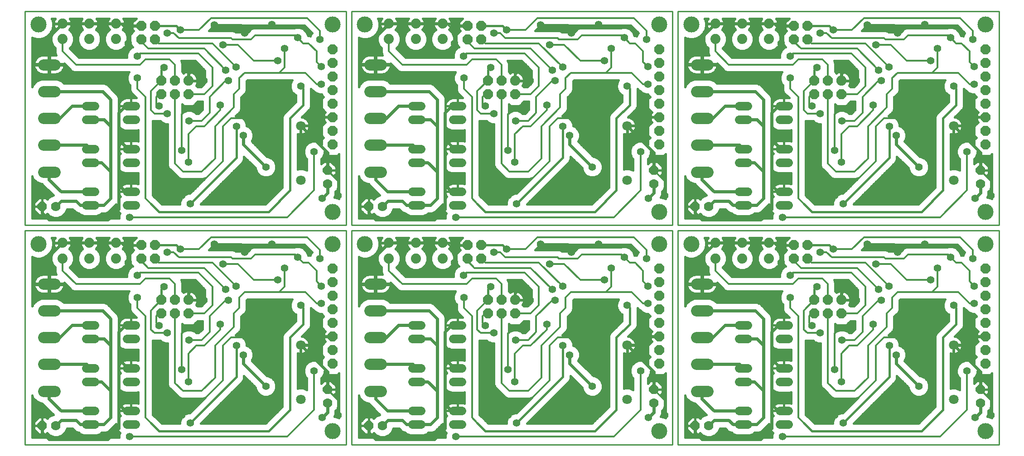
<source format=gbr>
*
%LPD*%
%LNBotton_Copper*%
%FSLAX25Y25*%
%MOIN*%
%AD*%
%AD*%
%ADD10C,0.01*%
%ADD11C,0.0748*%
%AMD12_Octagon*
4,1,8,-0.0374,0.01551,-0.01551,0.0374,0.01551,0.0374,0.0374,0.01551,0.0374,-0.01551,0.01551,-0.0374,-0.01551,-0.0374,-0.0374,-0.01551,-0.0374,0.01551,0*
%
%ADD12D12_Octagon*%
%ADD13C,0.074*%
%AMD14_Octagon*
4,1,8,-0.03575,0.014844,-0.014844,0.03575,0.014844,0.03575,0.03575,0.014844,0.03575,-0.014844,0.014844,-0.03575,-0.014844,-0.03575,-0.03575,-0.014844,-0.03575,0.014844,0*
%
%ADD14D14_Octagon*%
%ADD15C,0.062990157*%
%ADD16C,0.0635*%
%ADD17C,0.0835*%
%ADD18C,0.070870079*%
%AMD19_Octagon*
4,1,8,-0.035,0.014528,-0.014528,0.035,0.014528,0.035,0.035,0.014528,0.035,-0.014528,0.014528,-0.035,-0.014528,-0.035,-0.035,-0.014528,-0.035,0.014528,0*
%
%ADD19D19_Octagon*%
%ADD20C,0.07*%
%ADD21C,0.024*%
%ADD22C,0.056*%
%ADD23C,0.013779921*%
%ADD24C,0.055120079*%
%ADD25C,0.016*%
%ADD26C,0.118109843*%
G54D11*
%SRX1Y1I0.0J0.0*%
G1X146363Y112115D3*
G54D12*
G1X136363Y112115D3*
G1X126363Y112115D3*
G1X126363Y102115D3*
G1X136363Y102115D3*
G1X146363Y102115D3*
G54D13*
G1X93056Y142675D3*
G1X93056Y154075D3*
G1X73371Y154075D3*
G1X73371Y142675D3*
G1X53686Y142675D3*
G1X53686Y154075D3*
G54D14*
G1X111520Y152469D3*
G1X121520Y152469D3*
G1X121520Y142469D3*
G1X111520Y142469D3*
G1X252504Y135225D3*
G1X252504Y125225D3*
G1X252504Y115225D3*
G1X252504Y105225D3*
G1X252504Y95225D3*
G1X252504Y85225D3*
G1X252504Y75225D3*
G1X252504Y65225D3*
G1X107308Y61918D2*
G54D15*
G1X101008Y61918D1*
G1X101008Y51918D2*
G1X107308Y51918D1*
G1X107308Y30422D2*
G1X101008Y30422D1*
G1X101008Y20422D2*
G1X107308Y20422D1*
G1X77229Y30422D2*
G1X70930Y30422D1*
G1X70930Y61918D2*
G1X77229Y61918D1*
G1X101008Y83414D2*
G1X107308Y83414D1*
G1X107308Y93414D2*
G1X101008Y93414D1*
G1X77229Y93414D2*
G1X70930Y93414D1*
G1X70904Y83414D2*
G54D16*
G1X77254Y83414D1*
G1X77254Y51918D2*
G1X70904Y51918D1*
G1X70904Y20422D2*
G1X77254Y20422D1*
G1X48018Y44977D2*
G54D17*
G1X39668Y44977D1*
G1X39668Y64777D2*
G1X48018Y64777D1*
G1X48018Y84477D2*
G1X39668Y84477D1*
G1X39668Y104177D2*
G1X48018Y104177D1*
G1X48018Y123877D2*
G1X39668Y123877D1*
G54D18*
G1X228882Y78887D3*
G1X228882Y38887D3*
G54D19*
G1X248567Y46170D3*
G1X38843Y19517D3*
G54D20*
G1X48843Y19517D3*
G1X248567Y36170D3*
G1X248567Y36170D2*
G54D21*
G1X248567Y29359D1*
G1X244630Y25422D1*
G1X248567Y46170D2*
G1X248567Y59202D1*
G1X228882Y78887D1*
G1X203292Y48552D2*
G1X186560Y65284D1*
G1X186560Y71682D1*
G1X104158Y61918D2*
G1X101835Y61918D1*
G1X95024Y68729D1*
G1X95024Y88414D1*
G1X100024Y93414D1*
G1X104158Y93414D1*
G1X89119Y98257D2*
G1X89119Y78572D1*
G1X89119Y45107D1*
G1X82308Y51918D1*
G1X74079Y51918D1*
G1X74079Y61918D2*
G1X71220Y64777D1*
G1X43843Y64777D1*
G1X43843Y44977D2*
G1X43843Y39202D1*
G1X52623Y30422D1*
G1X74079Y30422D1*
G1X66560Y20422D2*
G1X63528Y23454D1*
G1X52780Y23454D1*
G1X48843Y19517D1*
G1X38843Y19517D2*
G1X38843Y14674D1*
G1X43843Y9674D1*
G1X87150Y9674D1*
G1X95024Y17548D1*
G1X95024Y35265D1*
G1X95024Y68729D1*
G1X89119Y78572D2*
G1X84276Y83414D1*
G1X74079Y83414D1*
G1X74079Y93414D2*
G1X60654Y93414D1*
G1X51717Y84477D1*
G1X43843Y84477D1*
G1X43843Y104177D2*
G1X83198Y104177D1*
G1X89119Y98257D1*
G1X43843Y123877D2*
G1X43843Y144232D1*
G1X53686Y154075D1*
G1X73371Y154075D1*
G1X93056Y154075D1*
G1X89119Y45107D2*
G1X89119Y25422D1*
G1X84119Y20422D1*
G1X74079Y20422D1*
G1X66560Y20422D1*
G1X95024Y35265D2*
G1X99867Y30422D1*
G1X104158Y30422D1*
G54D22*
G1X102898Y11643D3*
G1X141284Y27391D3*
G1X147682Y21485D3*
G1X146205Y51997D3*
G1X181638Y78572D3*
G1X169827Y94320D3*
G1X175733Y112036D3*
G1X173764Y119910D3*
G1X181441Y122076D3*
G1X157524Y112036D3*
G1X128489Y121879D3*
G1X108804Y114005D3*
G1X124552Y93335D3*
G1X130804Y87776D3*
G1X146697Y82509D3*
G1X203292Y48552D3*
G1X207032Y68926D3*
G1X238725Y59871D3*
G1X256441Y27391D3*
G1X244630Y25422D3*
G1X228882Y108099D3*
G1X244138Y109576D3*
G1X244138Y122371D3*
G1X243154Y142548D3*
G1X226746Y143700D3*
G1X217071Y135658D3*
G1X207721Y153375D3*
G1X187827Y147186D3*
G1X165237Y153170D3*
G1X140300Y149438D3*
G1X101914Y139595D3*
G1X101914Y139595D2*
G54D23*
G1X101914Y148454D1*
G1X96293Y154075D1*
G1X93056Y154075D1*
G1X101914Y148454D2*
G1X105930Y152469D1*
G1X111520Y152469D1*
G1X111520Y142469D2*
G1X111520Y140816D1*
G1X116678Y135658D1*
G1X158016Y135658D1*
G1X173764Y119910D1*
G1X181441Y122076D2*
G1X163922Y139595D1*
G1X124394Y139595D1*
G1X121520Y142469D1*
G1X130756Y147225D2*
G1X135512Y147225D1*
G1X139205Y143532D1*
G1X177701Y143532D1*
G1X178686Y142548D1*
G1X192465Y142548D1*
G1X195418Y145501D1*
G1X224945Y145501D1*
G1X226746Y143700D1*
G1X230851Y139595D1*
G1X234788Y139595D1*
G1X240693Y133690D1*
G1X240693Y125816D1*
G1X244138Y122371D1*
G1X232327Y117942D2*
G1X240693Y109576D1*
G1X244138Y109576D1*
G1X232327Y117942D2*
G1X213134Y117942D1*
G1X187544Y117942D1*
G1X183607Y114005D1*
G1X183607Y106131D1*
G1X179670Y102194D1*
G1X179670Y92351D1*
G1X165890Y78572D1*
G1X165890Y54950D1*
G1X156048Y45107D1*
G1X142268Y45107D1*
G1X136363Y51013D1*
G1X136363Y102115D1*
G1X126363Y102115D2*
G1X124473Y102115D1*
G1X122583Y100225D1*
G1X122583Y95304D1*
G1X124552Y93335D1*
G1X121252Y87776D2*
G1X118646Y90383D1*
G1X118646Y104398D1*
G1X126363Y112115D1*
G1X136363Y112115D2*
G1X136363Y123847D1*
G1X132426Y127784D1*
G1X114709Y127784D1*
G1X110772Y123847D1*
G1X63528Y123847D1*
G1X53686Y133690D1*
G1X53686Y142675D1*
G1X108575Y130209D2*
G1X110579Y132213D1*
G1X153587Y132213D1*
G1X163922Y121879D1*
G1X163922Y108099D1*
G1X157938Y102115D1*
G1X146363Y102115D1*
G1X146205Y92351D2*
G1X141284Y87430D1*
G1X141284Y60855D1*
G1X146205Y51997D2*
G1X146205Y72666D1*
G1X152111Y78572D1*
G1X158016Y78572D1*
G1X169827Y90383D1*
G1X169827Y94320D1*
G1X161953Y100225D2*
G1X161953Y88414D1*
G1X156048Y82509D1*
G1X146697Y82509D1*
G1X146205Y92351D2*
G1X153095Y92351D1*
G1X161953Y100225D2*
G1X173764Y112036D1*
G1X175733Y112036D1*
G1X157524Y112036D2*
G1X157524Y115973D1*
G1X155556Y117942D1*
G1X148174Y117942D1*
G1X146363Y116131D1*
G1X146363Y112115D1*
G1X114709Y100225D2*
G1X114709Y25422D1*
G1X118646Y21485D1*
G1X102898Y11643D2*
G1X219040Y11643D1*
G1X238725Y31328D1*
G1X238725Y59871D1*
G1X248567Y46170D2*
G1X256441Y38296D1*
G1X256441Y27391D1*
G1X207032Y68926D2*
G1X207032Y76800D1*
G1X199355Y84477D1*
G1X177701Y84477D1*
G1X171796Y78572D1*
G1X171796Y52981D1*
G1X156048Y37233D1*
G1X143252Y37233D1*
G1X141284Y35265D1*
G1X141284Y27391D1*
G1X130804Y87776D2*
G1X121252Y87776D1*
G1X114709Y100225D2*
G1X108804Y106131D1*
G1X108804Y114005D1*
G1X140300Y149438D2*
G1X154079Y149438D1*
G1X162938Y158296D1*
G1X233804Y158296D1*
G1X243154Y148946D1*
G1X243154Y142548D1*
G1X217071Y135658D2*
G1X217071Y121879D1*
G1X213134Y117942D1*
G1X212150Y126800D2*
G1X194434Y126800D1*
G1X182623Y138611D1*
G1X171796Y138611D1*
G1X187827Y147186D2*
G1X192048Y151406D1*
G1X205752Y151406D1*
G1X207721Y153375D1*
G1X187827Y150792D2*
G1X187827Y147186D1*
G1X187827Y150792D2*
G1X185449Y153170D1*
G1X165237Y153170D1*
G54D24*
G1X171796Y138611D3*
G1X212150Y126800D3*
G1X153095Y92351D3*
G1X186560Y71682D3*
G1X141284Y60855D3*
G1X108575Y130209D3*
G1X130756Y147225D3*
G1X95361Y10974D2*
G54D25*
G1X31363Y10974D1*
G1X31363Y41739D1*
G1X32113Y39929D1*
G1X34620Y37422D1*
G1X37896Y36065D1*
G1X38716Y36065D1*
G1X38810Y35839D1*
G1X46986Y27663D1*
G1X44177Y26500D1*
G1X42473Y24796D1*
G1X41453Y25817D1*
G1X38843Y25817D1*
G1X36233Y25817D1*
G1X32543Y22126D1*
G1X32543Y19517D1*
G1X38843Y19517D1*
G1X38843Y25817D1*
G1X38843Y19517D1*
G1X38843Y19517D3*
G1X38843Y19517D2*
G1X38843Y19516D1*
G1X38843Y13217D1*
G1X41453Y13217D1*
G1X42473Y14237D1*
G1X44177Y12534D1*
G1X47205Y11280D1*
G1X50481Y11280D1*
G1X53509Y12534D1*
G1X55826Y14851D1*
G1X56930Y17517D1*
G1X61069Y17517D1*
G1X63197Y15389D1*
G1X65379Y14485D1*
G1X65652Y14485D1*
G1X66423Y13715D1*
G1X69331Y12510D1*
G1X78828Y12510D1*
G1X81736Y13715D1*
G1X82506Y14485D1*
G1X85300Y14485D1*
G1X87482Y15389D1*
G1X89152Y17059D1*
G1X93122Y21029D1*
G1X93122Y18853D1*
G1X94322Y15955D1*
G1X95881Y14396D1*
G1X95361Y13142D1*
G1X95361Y10974D1*
G1X95361Y12131D2*
G1X52537Y12131D1*
G1X54705Y13730D2*
G1X66408Y13730D1*
G1X63343Y15328D2*
G1X56024Y15328D1*
G1X56686Y16927D2*
G1X61659Y16927D1*
G1X45149Y12131D2*
G1X31363Y12131D1*
G1X31363Y13730D2*
G1X35720Y13730D1*
G1X36233Y13217D2*
G1X38843Y13217D1*
G1X38843Y19516D1*
G1X38843Y19516D3*
G1X38843Y19516D2*
G1X32543Y19516D1*
G1X32543Y16907D1*
G1X36233Y13217D1*
G1X38843Y13730D3*
G1X38843Y15328D3*
G1X38843Y16927D3*
G1X38843Y18525D3*
G1X38843Y20124D3*
G1X38843Y21722D3*
G1X38843Y23321D3*
G1X38843Y24919D3*
G1X35336Y24919D2*
G1X31363Y24919D1*
G1X31363Y23321D2*
G1X33738Y23321D1*
G1X32543Y21722D2*
G1X31363Y21722D1*
G1X31363Y20124D2*
G1X32543Y20124D1*
G1X32543Y18525D2*
G1X31363Y18525D1*
G1X31363Y16927D2*
G1X32543Y16927D1*
G1X31363Y15328D2*
G1X34122Y15328D1*
G1X41966Y13730D2*
G1X42981Y13730D1*
G1X42597Y24919D2*
G1X42350Y24919D1*
G1X44221Y26518D2*
G1X31363Y26518D1*
G1X31363Y28116D2*
G1X46532Y28116D1*
G1X44934Y29715D2*
G1X31363Y29715D1*
G1X31363Y31313D2*
G1X43335Y31313D1*
G1X41737Y32912D2*
G1X31363Y32912D1*
G1X31363Y34510D2*
G1X40138Y34510D1*
G1X37791Y36109D2*
G1X31363Y36109D1*
G1X31363Y37707D2*
G1X34335Y37707D1*
G1X32736Y39306D2*
G1X31363Y39306D1*
G1X31363Y40904D2*
G1X31709Y40904D1*
G1X81751Y13730D2*
G1X95605Y13730D1*
G1X94949Y15328D2*
G1X87335Y15328D1*
G1X89019Y16927D2*
G1X93920Y16927D1*
G1X93258Y18525D2*
G1X90618Y18525D1*
G1X92216Y20124D2*
G1X93122Y20124D1*
G1X95056Y25623D2*
G1X95056Y46718D1*
G1X96541Y45232D1*
G1X99440Y44031D1*
G1X108876Y44031D1*
G1X109283Y44200D1*
G1X109283Y36036D1*
G1X108701Y36225D1*
G1X107776Y36372D1*
G1X104158Y36372D1*
G1X100540Y36372D1*
G1X99615Y36225D1*
G1X98725Y35936D1*
G1X97890Y35511D1*
G1X97132Y34960D1*
G1X96470Y34298D1*
G1X95920Y33540D1*
G1X95495Y32706D1*
G1X95205Y31815D1*
G1X95059Y30890D1*
G1X95059Y30422D1*
G1X95059Y29954D1*
G1X95205Y29029D1*
G1X95495Y28138D1*
G1X95920Y27304D1*
G1X96264Y26831D1*
G1X95056Y25623D1*
G1X95056Y26518D2*
G1X95951Y26518D1*
G1X95506Y28116D2*
G1X95056Y28116D1*
G1X95056Y29715D2*
G1X95097Y29715D1*
G1X95059Y30422D2*
G1X104158Y30422D1*
G1X104158Y30422D3*
G1X104158Y30422D2*
G1X95059Y30422D1*
G1X95056Y31313D2*
G1X95126Y31313D1*
G1X95056Y32912D2*
G1X95600Y32912D1*
G1X95056Y34510D2*
G1X96683Y34510D1*
G1X95056Y36109D2*
G1X99257Y36109D1*
G1X104158Y36109D3*
G1X104158Y36372D2*
G1X104158Y30422D1*
G1X104158Y30422D3*
G1X104158Y30422D2*
G1X104158Y36372D1*
G1X104158Y34510D3*
G1X104158Y32912D3*
G1X104158Y31313D3*
G1X109059Y36109D2*
G1X109283Y36109D1*
G1X109283Y37707D2*
G1X95056Y37707D1*
G1X95056Y39306D2*
G1X109283Y39306D1*
G1X109283Y40904D2*
G1X95056Y40904D1*
G1X95056Y42503D2*
G1X109283Y42503D1*
G1X109283Y44101D2*
G1X109045Y44101D1*
G1X99271Y44101D2*
G1X95056Y44101D1*
G1X95056Y45700D2*
G1X96073Y45700D1*
G1X95056Y57119D2*
G1X95056Y78214D1*
G1X96541Y76728D1*
G1X99440Y75528D1*
G1X108876Y75528D1*
G1X109283Y75696D1*
G1X109283Y67532D1*
G1X108701Y67721D1*
G1X107776Y67868D1*
G1X104158Y67868D1*
G1X100540Y67868D1*
G1X99615Y67721D1*
G1X98725Y67432D1*
G1X97890Y67007D1*
G1X97132Y66456D1*
G1X96470Y65794D1*
G1X95920Y65036D1*
G1X95495Y64202D1*
G1X95205Y63311D1*
G1X95059Y62386D1*
G1X95059Y61918D1*
G1X95059Y61450D1*
G1X95205Y60525D1*
G1X95495Y59634D1*
G1X95920Y58800D1*
G1X96264Y58327D1*
G1X95056Y57119D1*
G1X95056Y58488D2*
G1X96146Y58488D1*
G1X95348Y60086D2*
G1X95056Y60086D1*
G1X95056Y61685D2*
G1X95059Y61685D1*
G1X95059Y61918D2*
G1X104158Y61918D1*
G1X104158Y61918D3*
G1X104158Y61918D2*
G1X95059Y61918D1*
G1X95056Y63283D2*
G1X95201Y63283D1*
G1X95056Y64882D2*
G1X95841Y64882D1*
G1X95056Y66480D2*
G1X97166Y66480D1*
G1X95056Y68079D2*
G1X109283Y68079D1*
G1X109283Y69677D2*
G1X95056Y69677D1*
G1X95056Y71276D2*
G1X109283Y71276D1*
G1X109283Y72874D2*
G1X95056Y72874D1*
G1X95056Y74473D2*
G1X109283Y74473D1*
G1X104158Y67868D2*
G1X104158Y61918D1*
G1X104158Y67868D1*
G1X104158Y66480D3*
G1X104158Y64882D3*
G1X104158Y63283D3*
G1X104158Y61918D3*
G1X120135Y61685D2*
G1X130937Y61685D1*
G1X130937Y63283D2*
G1X120135Y63283D1*
G1X120135Y64882D2*
G1X130937Y64882D1*
G1X130937Y66480D2*
G1X120135Y66480D1*
G1X120135Y68079D2*
G1X130937Y68079D1*
G1X130937Y69677D2*
G1X120135Y69677D1*
G1X120135Y71276D2*
G1X130937Y71276D1*
G1X130937Y72874D2*
G1X120135Y72874D1*
G1X120135Y74473D2*
G1X130937Y74473D1*
G1X130937Y76072D2*
G1X120135Y76072D1*
G1X120135Y77670D2*
G1X130937Y77670D1*
G1X130937Y79269D2*
G1X120135Y79269D1*
G1X120135Y80867D2*
G1X127789Y80867D1*
G1X126534Y81387D2*
G1X129304Y80239D1*
G1X130937Y80239D1*
G1X130937Y49933D1*
G1X131763Y47939D1*
G1X133289Y46413D1*
G1X139195Y40507D1*
G1X141189Y39681D1*
G1X157127Y39681D1*
G1X158698Y40332D1*
G1X147388Y29022D1*
G1X146182Y29022D1*
G1X143412Y27875D1*
G1X141292Y25754D1*
G1X140145Y22984D1*
G1X140145Y21117D1*
G1X126845Y21117D1*
G1X121783Y26179D1*
G1X121515Y26290D1*
G1X120135Y27670D1*
G1X120135Y82366D1*
G1X120173Y82350D1*
G1X125571Y82350D1*
G1X126534Y81387D1*
G1X141789Y88259D2*
G1X141789Y94700D1*
G1X142851Y93638D1*
G1X149874Y93638D1*
G1X152925Y96689D1*
G1X156527Y96689D1*
G1X156527Y90662D1*
G1X153800Y87935D1*
G1X151930Y87935D1*
G1X150967Y88898D1*
G1X148197Y90046D1*
G1X145198Y90046D1*
G1X142428Y88898D1*
G1X141789Y88259D1*
G1X141789Y88860D2*
G1X142389Y88860D1*
G1X141789Y90458D2*
G1X156324Y90458D1*
G1X156527Y92057D2*
G1X141789Y92057D1*
G1X141789Y93655D2*
G1X142834Y93655D1*
G1X149891Y93655D2*
G1X156527Y93655D1*
G1X156527Y95254D2*
G1X151490Y95254D1*
G1X151005Y88860D2*
G1X154725Y88860D1*
G1X155690Y107541D2*
G1X152925Y107541D1*
G1X151878Y108588D1*
G1X152241Y109216D1*
G1X152569Y110008D1*
G1X152791Y110836D1*
G1X152903Y111686D1*
G1X152903Y111931D1*
G1X146547Y111931D1*
G1X146547Y112299D1*
G1X152903Y112299D1*
G1X152903Y112544D1*
G1X152791Y113394D1*
G1X152569Y114222D1*
G1X152241Y115014D1*
G1X151812Y115756D1*
G1X151290Y116436D1*
G1X150684Y117043D1*
G1X150004Y117565D1*
G1X149262Y117993D1*
G1X148469Y118321D1*
G1X147641Y118543D1*
G1X146791Y118655D1*
G1X146547Y118655D1*
G1X146547Y112299D1*
G1X146178Y112299D1*
G1X146178Y118655D1*
G1X145934Y118655D1*
G1X145084Y118543D1*
G1X144256Y118321D1*
G1X143464Y117993D1*
G1X142836Y117631D1*
G1X141789Y118677D1*
G1X141789Y124927D1*
G1X141018Y126787D1*
G1X151340Y126787D1*
G1X158496Y119631D1*
G1X158496Y110347D1*
G1X155690Y107541D1*
G1X156191Y108042D2*
G1X152424Y108042D1*
G1X152417Y109640D2*
G1X157789Y109640D1*
G1X158496Y111239D2*
G1X152844Y111239D1*
G1X152864Y112837D2*
G1X158496Y112837D1*
G1X158496Y114436D2*
G1X152480Y114436D1*
G1X151599Y116034D2*
G1X158496Y116034D1*
G1X158496Y117633D2*
G1X149886Y117633D1*
G1X146547Y117633D2*
G1X146178Y117633D1*
G1X146178Y116034D2*
G1X146547Y116034D1*
G1X146547Y114436D2*
G1X146178Y114436D1*
G1X146178Y112837D2*
G1X146547Y112837D1*
G1X142840Y117633D2*
G1X142833Y117633D1*
G1X141789Y119231D2*
G1X158496Y119231D1*
G1X157297Y120830D2*
G1X141789Y120830D1*
G1X141789Y122428D2*
G1X155699Y122428D1*
G1X154100Y124027D2*
G1X141789Y124027D1*
G1X141499Y125625D2*
G1X152502Y125625D1*
G1X128489Y121879D2*
G1X126363Y119753D1*
G1X126363Y112115D1*
G1X107920Y99341D2*
G1X107776Y99364D1*
G1X104158Y99364D1*
G1X100540Y99364D1*
G1X99615Y99217D1*
G1X98725Y98928D1*
G1X97890Y98503D1*
G1X97132Y97952D1*
G1X96470Y97290D1*
G1X95920Y96532D1*
G1X95495Y95698D1*
G1X95205Y94807D1*
G1X95059Y93882D1*
G1X95059Y93414D1*
G1X95059Y92946D1*
G1X95205Y92021D1*
G1X95495Y91130D1*
G1X95920Y90296D1*
G1X96264Y89823D1*
G1X95056Y88615D1*
G1X95056Y99438D1*
G1X94152Y101620D1*
G1X92482Y103290D1*
G1X86561Y109210D1*
G1X84379Y110114D1*
G1X54684Y110114D1*
G1X53066Y111732D1*
G1X49791Y113089D1*
G1X37896Y113089D1*
G1X34620Y111732D1*
G1X32113Y109225D1*
G1X31363Y107415D1*
G1X31363Y143745D1*
G1X31861Y143458D1*
G1X34568Y142732D1*
G1X37370Y142732D1*
G1X40077Y143458D1*
G1X42504Y144859D1*
G1X44485Y146840D1*
G1X45886Y149267D1*
G1X46612Y151974D1*
G1X46612Y154776D1*
G1X45886Y157483D1*
G1X45599Y157980D1*
G1X48489Y157980D1*
G1X48269Y157694D1*
G1X47843Y156956D1*
G1X47517Y156169D1*
G1X47297Y155346D1*
G1X47186Y154501D1*
G1X47186Y154275D1*
G1X53485Y154275D1*
G1X53485Y153875D1*
G1X47186Y153875D1*
G1X47186Y153649D1*
G1X47297Y152804D1*
G1X47517Y151981D1*
G1X47843Y151194D1*
G1X48269Y150456D1*
G1X48788Y149780D1*
G1X48824Y149744D1*
G1X46533Y147454D1*
G1X45249Y144353D1*
G1X45249Y140997D1*
G1X46533Y137896D1*
G1X48260Y136169D1*
G1X48260Y132610D1*
G1X49018Y130781D1*
G1X48475Y130852D1*
G1X44343Y130852D1*
G1X44343Y124377D1*
G1X54987Y124377D1*
G1X54936Y124766D1*
G1X58928Y120774D1*
G1X58928Y120774D3*
G1X58928Y120774D2*
G1X60455Y119247D1*
G1X62449Y118421D1*
G1X102561Y118421D1*
G1X102414Y118274D1*
G1X101267Y115504D1*
G1X101267Y112506D1*
G1X102414Y109735D1*
G1X103378Y108772D1*
G1X103378Y105051D1*
G1X104204Y103057D1*
G1X107920Y99341D1*
G1X107212Y100049D2*
G1X94802Y100049D1*
G1X95056Y98451D2*
G1X97818Y98451D1*
G1X96152Y96852D2*
G1X95056Y96852D1*
G1X95056Y95254D2*
G1X95350Y95254D1*
G1X95056Y93655D2*
G1X95059Y93655D1*
G1X95059Y93414D2*
G1X104158Y93414D1*
G1X95059Y93414D1*
G1X95056Y92057D2*
G1X95200Y92057D1*
G1X95056Y90458D2*
G1X95837Y90458D1*
G1X95300Y88860D2*
G1X95056Y88860D1*
G1X104158Y93414D3*
G1X104158Y93414D2*
G1X104158Y99364D1*
G1X104158Y93414D1*
G1X104158Y93414D3*
G1X104158Y93655D3*
G1X104158Y95254D3*
G1X104158Y96852D3*
G1X104158Y98451D3*
G1X105613Y101648D2*
G1X94124Y101648D1*
G1X92525Y103246D2*
G1X104125Y103246D1*
G1X103463Y104845D2*
G1X90927Y104845D1*
G1X89328Y106443D2*
G1X103378Y106443D1*
G1X103378Y108042D2*
G1X87730Y108042D1*
G1X85523Y109640D2*
G1X102509Y109640D1*
G1X101791Y111239D2*
G1X53559Y111239D1*
G1X50398Y112837D2*
G1X101267Y112837D1*
G1X101267Y114436D2*
G1X31363Y114436D1*
G1X31363Y116034D2*
G1X101486Y116034D1*
G1X102148Y117633D2*
G1X51152Y117633D1*
G1X51109Y117608D2*
G1X51901Y118065D1*
G1X52627Y118622D1*
G1X53273Y119268D1*
G1X53830Y119994D1*
G1X54287Y120786D1*
G1X54637Y121630D1*
G1X54873Y122514D1*
G1X54987Y123377D1*
G1X44343Y123377D1*
G1X44343Y116902D1*
G1X48475Y116902D1*
G1X49381Y117022D1*
G1X50265Y117258D1*
G1X51109Y117608D1*
G1X53236Y119231D2*
G1X60493Y119231D1*
G1X58872Y120830D2*
G1X54305Y120830D1*
G1X54850Y122428D2*
G1X57273Y122428D1*
G1X55675Y124027D2*
G1X44343Y124027D1*
G1X44343Y124377D2*
G1X44343Y123377D1*
G1X43343Y123377D1*
G1X43343Y116902D1*
G1X39211Y116902D1*
G1X38305Y117022D1*
G1X37421Y117258D1*
G1X36577Y117608D1*
G1X35785Y118065D1*
G1X35060Y118622D1*
G1X34413Y119268D1*
G1X33856Y119994D1*
G1X33399Y120786D1*
G1X33049Y121630D1*
G1X32813Y122514D1*
G1X32699Y123377D1*
G1X43343Y123377D1*
G1X43343Y124377D1*
G1X32699Y124377D1*
G1X32813Y125241D1*
G1X33049Y126124D1*
G1X33399Y126969D1*
G1X33856Y127760D1*
G1X34413Y128486D1*
G1X35060Y129132D1*
G1X35785Y129689D1*
G1X36577Y130146D1*
G1X37421Y130496D1*
G1X38305Y130733D1*
G1X39211Y130852D1*
G1X43343Y130852D1*
G1X43343Y124377D1*
G1X44343Y124377D1*
G1X43343Y124027D2*
G1X31363Y124027D1*
G1X31363Y125625D2*
G1X32916Y125625D1*
G1X33547Y127224D2*
G1X31363Y127224D1*
G1X31363Y128822D2*
G1X34750Y128822D1*
G1X37240Y130421D2*
G1X31363Y130421D1*
G1X31363Y132019D2*
G1X48504Y132019D1*
G1X48260Y133618D2*
G1X31363Y133618D1*
G1X31363Y135216D2*
G1X48260Y135216D1*
G1X47614Y136815D2*
G1X31363Y136815D1*
G1X31363Y138413D2*
G1X46319Y138413D1*
G1X45656Y140012D2*
G1X31363Y140012D1*
G1X31363Y141610D2*
G1X45249Y141610D1*
G1X45249Y143209D2*
G1X39149Y143209D1*
G1X42415Y144807D2*
G1X45437Y144807D1*
G1X46099Y146406D2*
G1X44051Y146406D1*
G1X45157Y148005D2*
G1X47084Y148005D1*
G1X45976Y149603D2*
G1X48682Y149603D1*
G1X47840Y151202D2*
G1X46405Y151202D1*
G1X46612Y152800D2*
G1X47298Y152800D1*
G1X47186Y154399D2*
G1X46612Y154399D1*
G1X46284Y155997D2*
G1X47471Y155997D1*
G1X48213Y157596D2*
G1X45821Y157596D1*
G1X53886Y154275D2*
G1X60186Y154275D1*
G1X60186Y154501D1*
G1X60074Y155346D1*
G1X59854Y156169D1*
G1X59528Y156956D1*
G1X59102Y157694D1*
G1X58882Y157980D1*
G1X68174Y157980D1*
G1X67954Y157694D1*
G1X67528Y156956D1*
G1X67202Y156169D1*
G1X66982Y155346D1*
G1X66871Y154501D1*
G1X66871Y154275D1*
G1X73171Y154275D1*
G1X73171Y153875D1*
G1X66871Y153875D1*
G1X66871Y153649D1*
G1X66982Y152804D1*
G1X67202Y151981D1*
G1X67528Y151194D1*
G1X67954Y150456D1*
G1X68473Y149780D1*
G1X68509Y149744D1*
G1X66218Y147454D1*
G1X64934Y144353D1*
G1X64934Y140997D1*
G1X66218Y137896D1*
G1X68591Y135522D1*
G1X71692Y134238D1*
G1X75049Y134238D1*
G1X78150Y135522D1*
G1X80523Y137896D1*
G1X81808Y140997D1*
G1X81808Y144353D1*
G1X80523Y147454D1*
G1X78233Y149744D1*
G1X78268Y149780D1*
G1X78787Y150456D1*
G1X79213Y151194D1*
G1X79539Y151981D1*
G1X79759Y152804D1*
G1X79871Y153649D1*
G1X79871Y153875D1*
G1X73571Y153875D1*
G1X73571Y154275D1*
G1X79871Y154275D1*
G1X79871Y154501D1*
G1X79759Y155346D1*
G1X79539Y156169D1*
G1X79213Y156956D1*
G1X78787Y157694D1*
G1X78567Y157980D1*
G1X87859Y157980D1*
G1X87639Y157694D1*
G1X87213Y156956D1*
G1X86887Y156169D1*
G1X86667Y155346D1*
G1X86556Y154501D1*
G1X86556Y154275D1*
G1X92856Y154275D1*
G1X92856Y153875D1*
G1X86556Y153875D1*
G1X86556Y153649D1*
G1X86667Y152804D1*
G1X86887Y151981D1*
G1X87213Y151194D1*
G1X87639Y150456D1*
G1X88158Y149780D1*
G1X88194Y149744D1*
G1X85903Y147454D1*
G1X84619Y144353D1*
G1X84619Y140997D1*
G1X85903Y137896D1*
G1X88276Y135522D1*
G1X91377Y134238D1*
G1X94734Y134238D1*
G1X97835Y135522D1*
G1X100208Y137896D1*
G1X101493Y140997D1*
G1X101493Y144353D1*
G1X100208Y147454D1*
G1X97918Y149744D1*
G1X97953Y149780D1*
G1X98472Y150456D1*
G1X98898Y151194D1*
G1X99224Y151981D1*
G1X99444Y152804D1*
G1X99556Y153649D1*
G1X99556Y153875D1*
G1X93256Y153875D1*
G1X93256Y154275D1*
G1X99556Y154275D1*
G1X99556Y154501D1*
G1X99444Y155346D1*
G1X99224Y156169D1*
G1X98898Y156956D1*
G1X98472Y157694D1*
G1X98252Y157980D1*
G1X108016Y157980D1*
G1X105145Y155110D1*
G1X105145Y152669D1*
G1X111320Y152669D1*
G1X111320Y152269D1*
G1X105145Y152269D1*
G1X105145Y149829D1*
G1X106135Y148839D1*
G1X103208Y145912D1*
G1X103208Y139026D1*
G1X105280Y136955D1*
G1X104331Y136562D1*
G1X102223Y134454D1*
G1X101082Y131700D1*
G1X101082Y129273D1*
G1X65776Y129273D1*
G1X59112Y135937D1*
G1X59112Y136169D1*
G1X60838Y137896D1*
G1X62123Y140997D1*
G1X62123Y144353D1*
G1X60838Y147454D1*
G1X58548Y149744D1*
G1X58583Y149780D1*
G1X59102Y150456D1*
G1X59528Y151194D1*
G1X59854Y151981D1*
G1X60074Y152804D1*
G1X60186Y153649D1*
G1X60186Y153875D1*
G1X53886Y153875D1*
G1X53886Y154275D1*
G1X59158Y157596D2*
G1X67898Y157596D1*
G1X67156Y155997D2*
G1X59900Y155997D1*
G1X60186Y154399D2*
G1X66871Y154399D1*
G1X66983Y152800D2*
G1X60073Y152800D1*
G1X59531Y151202D2*
G1X67525Y151202D1*
G1X68367Y149603D2*
G1X58689Y149603D1*
G1X60288Y148005D2*
G1X66769Y148005D1*
G1X65784Y146406D2*
G1X61272Y146406D1*
G1X61934Y144807D2*
G1X65122Y144807D1*
G1X64934Y143209D2*
G1X62123Y143209D1*
G1X62123Y141610D2*
G1X64934Y141610D1*
G1X65341Y140012D2*
G1X61715Y140012D1*
G1X61053Y138413D2*
G1X66004Y138413D1*
G1X67299Y136815D2*
G1X59757Y136815D1*
G1X59832Y135216D2*
G1X69330Y135216D1*
G1X63029Y132019D2*
G1X101215Y132019D1*
G1X101082Y130421D2*
G1X64628Y130421D1*
G1X61431Y133618D2*
G1X101877Y133618D1*
G1X102986Y135216D2*
G1X97096Y135216D1*
G1X99127Y136815D2*
G1X104942Y136815D1*
G1X103821Y138413D2*
G1X100423Y138413D1*
G1X101085Y140012D2*
G1X103208Y140012D1*
G1X103208Y141610D2*
G1X101493Y141610D1*
G1X101493Y143209D2*
G1X103208Y143209D1*
G1X103208Y144807D2*
G1X101304Y144807D1*
G1X100642Y146406D2*
G1X103702Y146406D1*
G1X105301Y148005D2*
G1X99658Y148005D1*
G1X98059Y149603D2*
G1X105371Y149603D1*
G1X105145Y151202D2*
G1X98901Y151202D1*
G1X99443Y152800D2*
G1X105145Y152800D1*
G1X105145Y154399D2*
G1X99556Y154399D1*
G1X99270Y155997D2*
G1X106033Y155997D1*
G1X107631Y157596D2*
G1X98528Y157596D1*
G1X87583Y157596D2*
G1X78843Y157596D1*
G1X79585Y155997D2*
G1X86841Y155997D1*
G1X86556Y154399D2*
G1X79871Y154399D1*
G1X79758Y152800D2*
G1X86668Y152800D1*
G1X87210Y151202D2*
G1X79216Y151202D1*
G1X78374Y149603D2*
G1X88052Y149603D1*
G1X86454Y148005D2*
G1X79973Y148005D1*
G1X80957Y146406D2*
G1X85469Y146406D1*
G1X84807Y144807D2*
G1X81619Y144807D1*
G1X81808Y143209D2*
G1X84619Y143209D1*
G1X84619Y141610D2*
G1X81808Y141610D1*
G1X81400Y140012D2*
G1X85026Y140012D1*
G1X85689Y138413D2*
G1X80738Y138413D1*
G1X79442Y136815D2*
G1X86984Y136815D1*
G1X89015Y135216D2*
G1X77411Y135216D1*
G1X44343Y130421D2*
G1X43343Y130421D1*
G1X43343Y128822D2*
G1X44343Y128822D1*
G1X44343Y127224D2*
G1X43343Y127224D1*
G1X43343Y125625D2*
G1X44343Y125625D1*
G1X44343Y122428D2*
G1X43343Y122428D1*
G1X43343Y120830D2*
G1X44343Y120830D1*
G1X44343Y119231D2*
G1X43343Y119231D1*
G1X43343Y117633D2*
G1X44343Y117633D1*
G1X36534Y117633D2*
G1X31363Y117633D1*
G1X31363Y119231D2*
G1X34450Y119231D1*
G1X33381Y120830D2*
G1X31363Y120830D1*
G1X31363Y122428D2*
G1X32836Y122428D1*
G1X31363Y112837D2*
G1X37288Y112837D1*
G1X34127Y111239D2*
G1X31363Y111239D1*
G1X31363Y109640D2*
G1X32528Y109640D1*
G1X31623Y108042D2*
G1X31363Y108042D1*
G1X31363Y143209D2*
G1X32789Y143209D1*
G1X121520Y152469D2*
G1X137268Y152469D1*
G1X140300Y149438D1*
G1X161273Y148958D2*
G1X165185Y152870D1*
G1X231556Y152870D1*
G1X237187Y147240D1*
G1X236764Y146817D1*
G1X235998Y144967D1*
G1X235867Y145021D1*
G1X234283Y145021D1*
G1X234283Y145199D1*
G1X233136Y147969D1*
G1X231016Y150090D1*
G1X228245Y151237D1*
G1X225247Y151237D1*
G1X224498Y150927D1*
G1X194339Y150927D1*
G1X192344Y150101D1*
G1X190218Y147974D1*
G1X180933Y147974D1*
G1X180775Y148132D1*
G1X178781Y148958D1*
G1X161273Y148958D1*
G1X161918Y149603D2*
G1X191847Y149603D1*
G1X190248Y148005D2*
G1X180903Y148005D1*
G1X165115Y152800D2*
G1X231626Y152800D1*
G1X233225Y151202D2*
G1X228331Y151202D1*
G1X231502Y149603D2*
G1X234823Y149603D1*
G1X236422Y148005D2*
G1X233101Y148005D1*
G1X233783Y146406D2*
G1X236594Y146406D1*
G1X225161Y151202D2*
G1X163516Y151202D1*
G1X189791Y112516D2*
G1X222640Y112516D1*
G1X222493Y112369D1*
G1X221345Y109598D1*
G1X221345Y106600D1*
G1X222493Y103830D1*
G1X224613Y101710D1*
G1X225314Y101419D1*
G1X225314Y96613D1*
G1X217872Y89171D1*
G1X216314Y87614D1*
G1X215471Y85579D1*
G1X215471Y33621D1*
G1X202967Y21117D1*
G1X155219Y21117D1*
G1X155219Y21192D1*
G1X186332Y52305D1*
G1X187175Y54340D1*
G1X187175Y56272D1*
G1X195755Y47693D1*
G1X195755Y47053D1*
G1X196902Y44283D1*
G1X199022Y42162D1*
G1X201793Y41015D1*
G1X204791Y41015D1*
G1X207561Y42162D1*
G1X209681Y44283D1*
G1X210829Y47053D1*
G1X210829Y50051D1*
G1X209681Y52821D1*
G1X207561Y54942D1*
G1X204791Y56089D1*
G1X204151Y56089D1*
G1X192857Y67383D1*
G1X192912Y67437D1*
G1X194052Y70191D1*
G1X194052Y73172D1*
G1X192912Y75926D1*
G1X190804Y78034D1*
G1X189175Y78709D1*
G1X189175Y80071D1*
G1X188028Y82841D1*
G1X185908Y84961D1*
G1X183138Y86109D1*
G1X181101Y86109D1*
G1X184270Y89278D1*
G1X185096Y91272D1*
G1X185096Y99946D1*
G1X188207Y103057D1*
G1X189033Y105051D1*
G1X189033Y111757D1*
G1X189791Y112516D1*
G1X189033Y111239D2*
G1X222025Y111239D1*
G1X221363Y109640D2*
G1X189033Y109640D1*
G1X189033Y108042D2*
G1X221345Y108042D1*
G1X221410Y106443D2*
G1X189033Y106443D1*
G1X188947Y104845D2*
G1X222072Y104845D1*
G1X223076Y103246D2*
G1X188285Y103246D1*
G1X186797Y101648D2*
G1X224763Y101648D1*
G1X225314Y100049D2*
G1X185199Y100049D1*
G1X185096Y98451D2*
G1X225314Y98451D1*
G1X225314Y96852D2*
G1X185096Y96852D1*
G1X185096Y95254D2*
G1X223954Y95254D1*
G1X222356Y93655D2*
G1X185096Y93655D1*
G1X185096Y92057D2*
G1X220757Y92057D1*
G1X219159Y90458D2*
G1X184759Y90458D1*
G1X183852Y88860D2*
G1X217560Y88860D1*
G1X216168Y87261D2*
G1X182253Y87261D1*
G1X184214Y85663D2*
G1X215506Y85663D1*
G1X215471Y84064D2*
G1X186805Y84064D1*
G1X188183Y82466D2*
G1X215471Y82466D1*
G1X215471Y80867D2*
G1X188846Y80867D1*
G1X189175Y79269D2*
G1X215471Y79269D1*
G1X215471Y77670D2*
G1X191168Y77670D1*
G1X192767Y76072D2*
G1X215471Y76072D1*
G1X215471Y74473D2*
G1X193514Y74473D1*
G1X194052Y72874D2*
G1X215471Y72874D1*
G1X215471Y71276D2*
G1X194052Y71276D1*
G1X193840Y69677D2*
G1X215471Y69677D1*
G1X215471Y68079D2*
G1X193177Y68079D1*
G1X193760Y66480D2*
G1X215471Y66480D1*
G1X215471Y64882D2*
G1X195358Y64882D1*
G1X196957Y63283D2*
G1X215471Y63283D1*
G1X215471Y61685D2*
G1X198555Y61685D1*
G1X200154Y60086D2*
G1X215471Y60086D1*
G1X215471Y58488D2*
G1X201752Y58488D1*
G1X203351Y56889D2*
G1X215471Y56889D1*
G1X215471Y55291D2*
G1X206718Y55291D1*
G1X208810Y53692D2*
G1X215471Y53692D1*
G1X215471Y52094D2*
G1X209983Y52094D1*
G1X210645Y50495D2*
G1X215471Y50495D1*
G1X215471Y48897D2*
G1X210829Y48897D1*
G1X210829Y47298D2*
G1X215471Y47298D1*
G1X215471Y45700D2*
G1X210268Y45700D1*
G1X209500Y44101D2*
G1X215471Y44101D1*
G1X215471Y42503D2*
G1X207902Y42503D1*
G1X215471Y40904D2*
G1X174931Y40904D1*
G1X173333Y39306D2*
G1X215471Y39306D1*
G1X215471Y37707D2*
G1X171734Y37707D1*
G1X170136Y36109D2*
G1X215471Y36109D1*
G1X215471Y34510D2*
G1X168537Y34510D1*
G1X166939Y32912D2*
G1X214762Y32912D1*
G1X213164Y31313D2*
G1X165340Y31313D1*
G1X163742Y29715D2*
G1X211565Y29715D1*
G1X209966Y28116D2*
G1X162143Y28116D1*
G1X160545Y26518D2*
G1X208368Y26518D1*
G1X206769Y24919D2*
G1X158946Y24919D1*
G1X157348Y23321D2*
G1X205171Y23321D1*
G1X203572Y21722D2*
G1X155749Y21722D1*
G1X147682Y21485D2*
G1X181638Y55442D1*
G1X181638Y78572D1*
G1X187175Y55291D2*
G1X188157Y55291D1*
G1X186907Y53692D2*
G1X189755Y53692D1*
G1X191354Y52094D2*
G1X186121Y52094D1*
G1X184522Y50495D2*
G1X192952Y50495D1*
G1X194551Y48897D2*
G1X182924Y48897D1*
G1X181325Y47298D2*
G1X195755Y47298D1*
G1X196315Y45700D2*
G1X179727Y45700D1*
G1X178128Y44101D2*
G1X197084Y44101D1*
G1X198682Y42503D2*
G1X176530Y42503D1*
G1X157672Y39306D2*
G1X120135Y39306D1*
G1X120135Y40904D2*
G1X138798Y40904D1*
G1X137199Y42503D2*
G1X120135Y42503D1*
G1X120135Y44101D2*
G1X135601Y44101D1*
G1X134002Y45700D2*
G1X120135Y45700D1*
G1X120135Y47298D2*
G1X132404Y47298D1*
G1X131366Y48897D2*
G1X120135Y48897D1*
G1X120135Y50495D2*
G1X130937Y50495D1*
G1X130937Y52094D2*
G1X120135Y52094D1*
G1X120135Y53692D2*
G1X130937Y53692D1*
G1X130937Y55291D2*
G1X120135Y55291D1*
G1X120135Y56889D2*
G1X130937Y56889D1*
G1X130937Y58488D2*
G1X120135Y58488D1*
G1X120135Y60086D2*
G1X130937Y60086D1*
G1X120135Y37707D2*
G1X156073Y37707D1*
G1X154475Y36109D2*
G1X120135Y36109D1*
G1X120135Y34510D2*
G1X152876Y34510D1*
G1X151278Y32912D2*
G1X120135Y32912D1*
G1X120135Y31313D2*
G1X149679Y31313D1*
G1X148081Y29715D2*
G1X120135Y29715D1*
G1X120135Y28116D2*
G1X143995Y28116D1*
G1X142055Y26518D2*
G1X121287Y26518D1*
G1X123043Y24919D2*
G1X140946Y24919D1*
G1X140284Y23321D2*
G1X124641Y23321D1*
G1X126240Y21722D2*
G1X140145Y21722D1*
G1X124552Y15580D2*
G1X118646Y21485D1*
G1X124552Y15580D2*
G1X205260Y15580D1*
G1X221008Y31328D1*
G1X221008Y84477D1*
G1X230851Y94320D1*
G1X230851Y106131D1*
G1X228882Y108099D1*
G1X236388Y106208D2*
G1X237620Y104976D1*
G1X238404Y104651D1*
G1X239869Y103186D1*
G1X242639Y102039D1*
G1X244193Y102039D1*
G1X244193Y101782D1*
G1X245750Y100225D1*
G1X244193Y98668D1*
G1X244193Y91782D1*
G1X247119Y88856D1*
G1X246130Y87866D1*
G1X246130Y85425D1*
G1X252304Y85425D1*
G1X252304Y85025D1*
G1X246130Y85025D1*
G1X246130Y82585D1*
G1X247119Y81595D1*
G1X244193Y78668D1*
G1X244193Y71782D1*
G1X245750Y70225D1*
G1X244193Y68668D1*
G1X244193Y65062D1*
G1X242994Y66260D1*
G1X240224Y67408D1*
G1X237226Y67408D1*
G1X234456Y66260D1*
G1X232335Y64140D1*
G1X231188Y61370D1*
G1X231188Y58372D1*
G1X232335Y55601D1*
G1X233299Y54638D1*
G1X233299Y46020D1*
G1X230529Y47167D1*
G1X227235Y47167D1*
G1X226545Y46881D1*
G1X226545Y72976D1*
G1X227397Y72699D1*
G1X228383Y72543D1*
G1X228698Y72543D1*
G1X228698Y78702D1*
G1X229067Y78702D1*
G1X229067Y79071D1*
G1X235226Y79071D1*
G1X235226Y79386D1*
G1X235070Y80372D1*
G1X234761Y81322D1*
G1X234308Y82211D1*
G1X233721Y83019D1*
G1X233015Y83725D1*
G1X232207Y84312D1*
G1X231317Y84765D1*
G1X230368Y85074D1*
G1X229563Y85201D1*
G1X233987Y89626D1*
G1X235545Y91183D1*
G1X236388Y93218D1*
G1X236388Y106208D1*
G1X236388Y104845D2*
G1X237936Y104845D1*
G1X236388Y103246D2*
G1X239809Y103246D1*
G1X236388Y101648D2*
G1X244327Y101648D1*
G1X245574Y100049D2*
G1X236388Y100049D1*
G1X236388Y98451D2*
G1X244193Y98451D1*
G1X244193Y96852D2*
G1X236388Y96852D1*
G1X236388Y95254D2*
G1X244193Y95254D1*
G1X244193Y93655D2*
G1X236388Y93655D1*
G1X235907Y92057D2*
G1X244193Y92057D1*
G1X245517Y90458D2*
G1X234820Y90458D1*
G1X233987Y89626D3*
G1X233221Y88860D2*
G1X247115Y88860D1*
G1X246130Y87261D2*
G1X231623Y87261D1*
G1X230024Y85663D2*
G1X246130Y85663D1*
G1X246130Y84064D2*
G1X232548Y84064D1*
G1X234123Y82466D2*
G1X246249Y82466D1*
G1X246392Y80867D2*
G1X234909Y80867D1*
G1X235226Y79269D2*
G1X244793Y79269D1*
G1X244193Y77670D2*
G1X235112Y77670D1*
G1X235070Y77401D2*
G1X235226Y78387D1*
G1X235226Y78702D1*
G1X229067Y78702D1*
G1X229067Y72543D1*
G1X229382Y72543D1*
G1X230368Y72699D1*
G1X231317Y73008D1*
G1X232207Y73461D1*
G1X233015Y74048D1*
G1X233721Y74754D1*
G1X234308Y75562D1*
G1X234761Y76452D1*
G1X235070Y77401D1*
G1X234567Y76072D2*
G1X244193Y76072D1*
G1X244193Y74473D2*
G1X233440Y74473D1*
G1X230906Y72874D2*
G1X244193Y72874D1*
G1X244699Y71276D2*
G1X226545Y71276D1*
G1X226545Y72874D2*
G1X226858Y72874D1*
G1X228698Y72874D2*
G1X229067Y72874D1*
G1X229067Y74473D2*
G1X228698Y74473D1*
G1X228698Y76072D2*
G1X229067Y76072D1*
G1X229067Y77670D2*
G1X228698Y77670D1*
G1X226545Y69677D2*
G1X245202Y69677D1*
G1X244193Y68079D2*
G1X226545Y68079D1*
G1X226545Y66480D2*
G1X234987Y66480D1*
G1X233077Y64882D2*
G1X226545Y64882D1*
G1X226545Y63283D2*
G1X231980Y63283D1*
G1X231318Y61685D2*
G1X226545Y61685D1*
G1X226545Y60086D2*
G1X231188Y60086D1*
G1X231188Y58488D2*
G1X226545Y58488D1*
G1X226545Y56889D2*
G1X231802Y56889D1*
G1X232646Y55291D2*
G1X226545Y55291D1*
G1X226545Y53692D2*
G1X233299Y53692D1*
G1X233299Y52094D2*
G1X226545Y52094D1*
G1X226545Y50495D2*
G1X233299Y50495D1*
G1X233299Y48897D2*
G1X226545Y48897D1*
G1X226545Y47298D2*
G1X233299Y47298D1*
G1X244151Y50663D2*
G1X244151Y54638D1*
G1X245114Y55601D1*
G1X246262Y58372D1*
G1X246262Y59713D1*
G1X249062Y56913D1*
G1X255947Y56913D1*
G1X257110Y58076D1*
G1X257110Y25209D1*
G1X256612Y25497D1*
G1X253906Y26222D1*
G1X253694Y26222D1*
G1X254504Y28178D1*
G1X254504Y30458D1*
G1X255550Y31504D1*
G1X256804Y34532D1*
G1X256804Y37809D1*
G1X255550Y40836D1*
G1X253847Y42540D1*
G1X254867Y43561D1*
G1X254867Y46170D1*
G1X248568Y46170D1*
G1X248568Y46170D3*
G1X248568Y46170D2*
G1X254867Y46170D1*
G1X254867Y48780D1*
G1X251177Y52470D1*
G1X248567Y52470D1*
G1X245958Y52470D1*
G1X244151Y50663D1*
G1X244151Y52094D2*
G1X245582Y52094D1*
G1X244151Y53692D2*
G1X257110Y53692D1*
G1X257110Y52094D2*
G1X251553Y52094D1*
G1X253152Y50495D2*
G1X257110Y50495D1*
G1X257110Y48897D2*
G1X254750Y48897D1*
G1X254867Y47298D2*
G1X257110Y47298D1*
G1X257110Y45700D2*
G1X254867Y45700D1*
G1X254867Y44101D2*
G1X257110Y44101D1*
G1X257110Y42503D2*
G1X253884Y42503D1*
G1X255482Y40904D2*
G1X257110Y40904D1*
G1X257110Y39306D2*
G1X256184Y39306D1*
G1X256804Y37707D2*
G1X257110Y37707D1*
G1X257110Y36109D2*
G1X256804Y36109D1*
G1X256796Y34510D2*
G1X257110Y34510D1*
G1X257110Y32912D2*
G1X256133Y32912D1*
G1X255359Y31313D2*
G1X257110Y31313D1*
G1X257110Y29715D2*
G1X254504Y29715D1*
G1X254479Y28116D2*
G1X257110Y28116D1*
G1X257110Y26518D2*
G1X253817Y26518D1*
G1X248567Y46170D3*
G1X248567Y46170D2*
G1X248567Y52470D1*
G1X248567Y46170D1*
G1X248567Y47298D3*
G1X248567Y48897D3*
G1X248567Y50495D3*
G1X248567Y52094D3*
G1X244804Y55291D2*
G1X257110Y55291D1*
G1X257110Y56889D2*
G1X245648Y56889D1*
G1X246262Y58488D2*
G1X247487Y58488D1*
G1X244193Y66480D2*
G1X242463Y66480D1*
G1X98126Y76072D2*
G1X95056Y76072D1*
G1X95056Y77670D2*
G1X95599Y77670D1*
G54D26*
G1X35969Y153375D3*
G1X252504Y153375D3*
G1X252504Y15580D3*
G1X26127Y5737D2*
G54D10*
G1X26127Y163217D1*
G1X262347Y163217D1*
G1X262347Y5737D1*
G1X26127Y5737D1*
G54D11*
G1X386520Y112115D3*
G54D12*
G1X376520Y112115D3*
G1X366520Y112115D3*
G1X366520Y102115D3*
G1X376520Y102115D3*
G1X386520Y102115D3*
G54D13*
G1X333213Y142675D3*
G1X333213Y154075D3*
G1X313528Y154075D3*
G1X313528Y142675D3*
G1X293843Y142675D3*
G1X293843Y154075D3*
G54D14*
G1X351677Y152469D3*
G1X361677Y152469D3*
G1X361677Y142469D3*
G1X351677Y142469D3*
G1X492661Y135225D3*
G1X492661Y125225D3*
G1X492661Y115225D3*
G1X492661Y105225D3*
G1X492661Y95225D3*
G1X492661Y85225D3*
G1X492661Y75225D3*
G1X492661Y65225D3*
G1X347465Y61918D2*
G54D15*
G1X341165Y61918D1*
G1X341165Y51918D2*
G1X347465Y51918D1*
G1X347465Y30422D2*
G1X341165Y30422D1*
G1X341165Y20422D2*
G1X347465Y20422D1*
G1X317386Y30422D2*
G1X311087Y30422D1*
G1X311087Y61918D2*
G1X317386Y61918D1*
G1X341165Y83414D2*
G1X347465Y83414D1*
G1X347465Y93414D2*
G1X341165Y93414D1*
G1X317386Y93414D2*
G1X311087Y93414D1*
G1X311061Y83414D2*
G54D16*
G1X317411Y83414D1*
G1X317411Y51918D2*
G1X311061Y51918D1*
G1X311061Y20422D2*
G1X317411Y20422D1*
G1X288175Y44977D2*
G54D17*
G1X279825Y44977D1*
G1X279825Y64777D2*
G1X288175Y64777D1*
G1X288175Y84477D2*
G1X279825Y84477D1*
G1X279825Y104177D2*
G1X288175Y104177D1*
G1X288175Y123877D2*
G1X279825Y123877D1*
G54D18*
G1X469039Y78887D3*
G1X469039Y38887D3*
G54D19*
G1X488724Y46170D3*
G1X279000Y19517D3*
G54D20*
G1X289000Y19517D3*
G1X488724Y36170D3*
G1X488724Y36170D2*
G54D21*
G1X488724Y29359D1*
G1X484787Y25422D1*
G1X488724Y46170D2*
G1X488724Y59202D1*
G1X469039Y78887D1*
G1X443449Y48552D2*
G1X426717Y65284D1*
G1X426717Y71682D1*
G1X344315Y61918D2*
G1X341992Y61918D1*
G1X335181Y68729D1*
G1X335181Y88414D1*
G1X340181Y93414D1*
G1X344315Y93414D1*
G1X329276Y98257D2*
G1X329276Y78572D1*
G1X329276Y45107D1*
G1X322465Y51918D1*
G1X314236Y51918D1*
G1X314236Y61918D2*
G1X311377Y64777D1*
G1X284000Y64777D1*
G1X284000Y44977D2*
G1X284000Y39202D1*
G1X292780Y30422D1*
G1X314236Y30422D1*
G1X306717Y20422D2*
G1X303685Y23454D1*
G1X292937Y23454D1*
G1X289000Y19517D1*
G1X279000Y19517D2*
G1X279000Y14674D1*
G1X284000Y9674D1*
G1X327307Y9674D1*
G1X335181Y17548D1*
G1X335181Y35265D1*
G1X335181Y68729D1*
G1X329276Y78572D2*
G1X324433Y83414D1*
G1X314236Y83414D1*
G1X314236Y93414D2*
G1X300811Y93414D1*
G1X291874Y84477D1*
G1X284000Y84477D1*
G1X284000Y104177D2*
G1X323355Y104177D1*
G1X329276Y98257D1*
G1X284000Y123877D2*
G1X284000Y144232D1*
G1X293843Y154075D1*
G1X313528Y154075D1*
G1X333213Y154075D1*
G1X329276Y45107D2*
G1X329276Y25422D1*
G1X324276Y20422D1*
G1X314236Y20422D1*
G1X306717Y20422D1*
G1X335181Y35265D2*
G1X340024Y30422D1*
G1X344315Y30422D1*
G54D22*
G1X343055Y11643D3*
G1X381441Y27391D3*
G1X387839Y21485D3*
G1X386362Y51997D3*
G1X421795Y78572D3*
G1X409984Y94320D3*
G1X415890Y112036D3*
G1X413921Y119910D3*
G1X421598Y122076D3*
G1X397681Y112036D3*
G1X368646Y121879D3*
G1X348961Y114005D3*
G1X364709Y93335D3*
G1X370961Y87776D3*
G1X386854Y82509D3*
G1X443449Y48552D3*
G1X447189Y68926D3*
G1X478882Y59871D3*
G1X496598Y27391D3*
G1X484787Y25422D3*
G1X469039Y108099D3*
G1X484295Y109576D3*
G1X484295Y122371D3*
G1X483311Y142548D3*
G1X466903Y143700D3*
G1X457228Y135658D3*
G1X447878Y153375D3*
G1X427984Y147186D3*
G1X405394Y153170D3*
G1X380457Y149438D3*
G1X342071Y139595D3*
G1X342071Y139595D2*
G54D23*
G1X342071Y148454D1*
G1X336450Y154075D1*
G1X333213Y154075D1*
G1X342071Y148454D2*
G1X346087Y152469D1*
G1X351677Y152469D1*
G1X351677Y142469D2*
G1X351677Y140816D1*
G1X356835Y135658D1*
G1X398173Y135658D1*
G1X413921Y119910D1*
G1X421598Y122076D2*
G1X404079Y139595D1*
G1X364551Y139595D1*
G1X361677Y142469D1*
G1X370913Y147225D2*
G1X375669Y147225D1*
G1X379362Y143532D1*
G1X417858Y143532D1*
G1X418843Y142548D1*
G1X432622Y142548D1*
G1X435575Y145501D1*
G1X465102Y145501D1*
G1X466903Y143700D1*
G1X471008Y139595D1*
G1X474945Y139595D1*
G1X480850Y133690D1*
G1X480850Y125816D1*
G1X484295Y122371D1*
G1X472484Y117942D2*
G1X480850Y109576D1*
G1X484295Y109576D1*
G1X472484Y117942D2*
G1X453291Y117942D1*
G1X427701Y117942D1*
G1X423764Y114005D1*
G1X423764Y106131D1*
G1X419827Y102194D1*
G1X419827Y92351D1*
G1X406047Y78572D1*
G1X406047Y54950D1*
G1X396205Y45107D1*
G1X382425Y45107D1*
G1X376520Y51013D1*
G1X376520Y102115D1*
G1X366520Y102115D2*
G1X364630Y102115D1*
G1X362740Y100225D1*
G1X362740Y95304D1*
G1X364709Y93335D1*
G1X361409Y87776D2*
G1X358803Y90383D1*
G1X358803Y104398D1*
G1X366520Y112115D1*
G1X376520Y112115D2*
G1X376520Y123847D1*
G1X372583Y127784D1*
G1X354866Y127784D1*
G1X350929Y123847D1*
G1X303685Y123847D1*
G1X293843Y133690D1*
G1X293843Y142675D1*
G1X348732Y130209D2*
G1X350736Y132213D1*
G1X393744Y132213D1*
G1X404079Y121879D1*
G1X404079Y108099D1*
G1X398095Y102115D1*
G1X386520Y102115D1*
G1X386362Y92351D2*
G1X381441Y87430D1*
G1X381441Y60855D1*
G1X386362Y51997D2*
G1X386362Y72666D1*
G1X392268Y78572D1*
G1X398173Y78572D1*
G1X409984Y90383D1*
G1X409984Y94320D1*
G1X402110Y100225D2*
G1X402110Y88414D1*
G1X396205Y82509D1*
G1X386854Y82509D1*
G1X386362Y92351D2*
G1X393252Y92351D1*
G1X402110Y100225D2*
G1X413921Y112036D1*
G1X415890Y112036D1*
G1X397681Y112036D2*
G1X397681Y115973D1*
G1X395713Y117942D1*
G1X388331Y117942D1*
G1X386520Y116131D1*
G1X386520Y112115D1*
G1X354866Y100225D2*
G1X354866Y25422D1*
G1X358803Y21485D1*
G1X343055Y11643D2*
G1X459197Y11643D1*
G1X478882Y31328D1*
G1X478882Y59871D1*
G1X488724Y46170D2*
G1X496598Y38296D1*
G1X496598Y27391D1*
G1X447189Y68926D2*
G1X447189Y76800D1*
G1X439512Y84477D1*
G1X417858Y84477D1*
G1X411953Y78572D1*
G1X411953Y52981D1*
G1X396205Y37233D1*
G1X383409Y37233D1*
G1X381441Y35265D1*
G1X381441Y27391D1*
G1X370961Y87776D2*
G1X361409Y87776D1*
G1X354866Y100225D2*
G1X348961Y106131D1*
G1X348961Y114005D1*
G1X380457Y149438D2*
G1X394236Y149438D1*
G1X403095Y158296D1*
G1X473961Y158296D1*
G1X483311Y148946D1*
G1X483311Y142548D1*
G1X457228Y135658D2*
G1X457228Y121879D1*
G1X453291Y117942D1*
G1X452307Y126800D2*
G1X434591Y126800D1*
G1X422780Y138611D1*
G1X411953Y138611D1*
G1X427984Y147186D2*
G1X432205Y151406D1*
G1X445909Y151406D1*
G1X447878Y153375D1*
G1X427984Y150792D2*
G1X427984Y147186D1*
G1X427984Y150792D2*
G1X425606Y153170D1*
G1X405394Y153170D1*
G54D24*
G1X411953Y138611D3*
G1X452307Y126800D3*
G1X393252Y92351D3*
G1X426717Y71682D3*
G1X381441Y60855D3*
G1X348732Y130209D3*
G1X370913Y147225D3*
G1X335518Y10974D2*
G54D25*
G1X271520Y10974D1*
G1X271520Y41739D1*
G1X272270Y39929D1*
G1X274777Y37422D1*
G1X278053Y36065D1*
G1X278873Y36065D1*
G1X278967Y35839D1*
G1X287143Y27663D1*
G1X284334Y26500D1*
G1X282630Y24796D1*
G1X281610Y25817D1*
G1X279000Y25817D1*
G1X276390Y25817D1*
G1X272700Y22126D1*
G1X272700Y19517D1*
G1X279000Y19517D1*
G1X279000Y25817D1*
G1X279000Y19517D1*
G1X279000Y19517D3*
G1X279000Y19517D2*
G1X279000Y19516D1*
G1X279000Y13217D1*
G1X281610Y13217D1*
G1X282630Y14237D1*
G1X284334Y12534D1*
G1X287362Y11280D1*
G1X290638Y11280D1*
G1X293666Y12534D1*
G1X295983Y14851D1*
G1X297087Y17517D1*
G1X301226Y17517D1*
G1X303354Y15389D1*
G1X305536Y14485D1*
G1X305809Y14485D1*
G1X306580Y13715D1*
G1X309488Y12510D1*
G1X318985Y12510D1*
G1X321893Y13715D1*
G1X322663Y14485D1*
G1X325457Y14485D1*
G1X327639Y15389D1*
G1X329309Y17059D1*
G1X333279Y21029D1*
G1X333279Y18853D1*
G1X334479Y15955D1*
G1X336038Y14396D1*
G1X335518Y13142D1*
G1X335518Y10974D1*
G1X335518Y12131D2*
G1X292694Y12131D1*
G1X294862Y13730D2*
G1X306565Y13730D1*
G1X303500Y15328D2*
G1X296181Y15328D1*
G1X296843Y16927D2*
G1X301816Y16927D1*
G1X285306Y12131D2*
G1X271520Y12131D1*
G1X271520Y13730D2*
G1X275877Y13730D1*
G1X276390Y13217D2*
G1X279000Y13217D1*
G1X279000Y19516D1*
G1X279000Y19516D3*
G1X279000Y19516D2*
G1X272700Y19516D1*
G1X272700Y16907D1*
G1X276390Y13217D1*
G1X279000Y13730D3*
G1X279000Y15328D3*
G1X279000Y16927D3*
G1X279000Y18525D3*
G1X279000Y20124D3*
G1X279000Y21722D3*
G1X279000Y23321D3*
G1X279000Y24919D3*
G1X275493Y24919D2*
G1X271520Y24919D1*
G1X271520Y23321D2*
G1X273895Y23321D1*
G1X272700Y21722D2*
G1X271520Y21722D1*
G1X271520Y20124D2*
G1X272700Y20124D1*
G1X272700Y18525D2*
G1X271520Y18525D1*
G1X271520Y16927D2*
G1X272700Y16927D1*
G1X271520Y15328D2*
G1X274279Y15328D1*
G1X282123Y13730D2*
G1X283138Y13730D1*
G1X282754Y24919D2*
G1X282507Y24919D1*
G1X284378Y26518D2*
G1X271520Y26518D1*
G1X271520Y28116D2*
G1X286689Y28116D1*
G1X285091Y29715D2*
G1X271520Y29715D1*
G1X271520Y31313D2*
G1X283492Y31313D1*
G1X281894Y32912D2*
G1X271520Y32912D1*
G1X271520Y34510D2*
G1X280295Y34510D1*
G1X277948Y36109D2*
G1X271520Y36109D1*
G1X271520Y37707D2*
G1X274492Y37707D1*
G1X272893Y39306D2*
G1X271520Y39306D1*
G1X271520Y40904D2*
G1X271866Y40904D1*
G1X321908Y13730D2*
G1X335762Y13730D1*
G1X335106Y15328D2*
G1X327492Y15328D1*
G1X329176Y16927D2*
G1X334077Y16927D1*
G1X333415Y18525D2*
G1X330775Y18525D1*
G1X332373Y20124D2*
G1X333279Y20124D1*
G1X335213Y25623D2*
G1X335213Y46718D1*
G1X336698Y45232D1*
G1X339597Y44031D1*
G1X349033Y44031D1*
G1X349440Y44200D1*
G1X349440Y36036D1*
G1X348858Y36225D1*
G1X347933Y36372D1*
G1X344315Y36372D1*
G1X340697Y36372D1*
G1X339772Y36225D1*
G1X338882Y35936D1*
G1X338047Y35511D1*
G1X337289Y34960D1*
G1X336627Y34298D1*
G1X336077Y33540D1*
G1X335652Y32706D1*
G1X335362Y31815D1*
G1X335216Y30890D1*
G1X335216Y30422D1*
G1X335216Y29954D1*
G1X335362Y29029D1*
G1X335652Y28138D1*
G1X336077Y27304D1*
G1X336421Y26831D1*
G1X335213Y25623D1*
G1X335213Y26518D2*
G1X336108Y26518D1*
G1X335663Y28116D2*
G1X335213Y28116D1*
G1X335213Y29715D2*
G1X335254Y29715D1*
G1X335216Y30422D2*
G1X344315Y30422D1*
G1X344315Y30422D3*
G1X344315Y30422D2*
G1X335216Y30422D1*
G1X335213Y31313D2*
G1X335283Y31313D1*
G1X335213Y32912D2*
G1X335757Y32912D1*
G1X335213Y34510D2*
G1X336840Y34510D1*
G1X335213Y36109D2*
G1X339414Y36109D1*
G1X344315Y36109D3*
G1X344315Y36372D2*
G1X344315Y30422D1*
G1X344315Y30422D3*
G1X344315Y30422D2*
G1X344315Y36372D1*
G1X344315Y34510D3*
G1X344315Y32912D3*
G1X344315Y31313D3*
G1X349216Y36109D2*
G1X349440Y36109D1*
G1X349440Y37707D2*
G1X335213Y37707D1*
G1X335213Y39306D2*
G1X349440Y39306D1*
G1X349440Y40904D2*
G1X335213Y40904D1*
G1X335213Y42503D2*
G1X349440Y42503D1*
G1X349440Y44101D2*
G1X349202Y44101D1*
G1X339428Y44101D2*
G1X335213Y44101D1*
G1X335213Y45700D2*
G1X336230Y45700D1*
G1X335213Y57119D2*
G1X335213Y78214D1*
G1X336698Y76728D1*
G1X339597Y75528D1*
G1X349033Y75528D1*
G1X349440Y75696D1*
G1X349440Y67532D1*
G1X348858Y67721D1*
G1X347933Y67868D1*
G1X344315Y67868D1*
G1X340697Y67868D1*
G1X339772Y67721D1*
G1X338882Y67432D1*
G1X338047Y67007D1*
G1X337289Y66456D1*
G1X336627Y65794D1*
G1X336077Y65036D1*
G1X335652Y64202D1*
G1X335362Y63311D1*
G1X335216Y62386D1*
G1X335216Y61918D1*
G1X335216Y61450D1*
G1X335362Y60525D1*
G1X335652Y59634D1*
G1X336077Y58800D1*
G1X336421Y58327D1*
G1X335213Y57119D1*
G1X335213Y58488D2*
G1X336303Y58488D1*
G1X335505Y60086D2*
G1X335213Y60086D1*
G1X335213Y61685D2*
G1X335216Y61685D1*
G1X335216Y61918D2*
G1X344315Y61918D1*
G1X344315Y61918D3*
G1X344315Y61918D2*
G1X335216Y61918D1*
G1X335213Y63283D2*
G1X335358Y63283D1*
G1X335213Y64882D2*
G1X335998Y64882D1*
G1X335213Y66480D2*
G1X337323Y66480D1*
G1X335213Y68079D2*
G1X349440Y68079D1*
G1X349440Y69677D2*
G1X335213Y69677D1*
G1X335213Y71276D2*
G1X349440Y71276D1*
G1X349440Y72874D2*
G1X335213Y72874D1*
G1X335213Y74473D2*
G1X349440Y74473D1*
G1X344315Y67868D2*
G1X344315Y61918D1*
G1X344315Y67868D1*
G1X344315Y66480D3*
G1X344315Y64882D3*
G1X344315Y63283D3*
G1X344315Y61918D3*
G1X360292Y61685D2*
G1X371094Y61685D1*
G1X371094Y63283D2*
G1X360292Y63283D1*
G1X360292Y64882D2*
G1X371094Y64882D1*
G1X371094Y66480D2*
G1X360292Y66480D1*
G1X360292Y68079D2*
G1X371094Y68079D1*
G1X371094Y69677D2*
G1X360292Y69677D1*
G1X360292Y71276D2*
G1X371094Y71276D1*
G1X371094Y72874D2*
G1X360292Y72874D1*
G1X360292Y74473D2*
G1X371094Y74473D1*
G1X371094Y76072D2*
G1X360292Y76072D1*
G1X360292Y77670D2*
G1X371094Y77670D1*
G1X371094Y79269D2*
G1X360292Y79269D1*
G1X360292Y80867D2*
G1X367946Y80867D1*
G1X366691Y81387D2*
G1X369461Y80239D1*
G1X371094Y80239D1*
G1X371094Y49933D1*
G1X371920Y47939D1*
G1X373446Y46413D1*
G1X379352Y40507D1*
G1X381346Y39681D1*
G1X397284Y39681D1*
G1X398855Y40332D1*
G1X387545Y29022D1*
G1X386339Y29022D1*
G1X383569Y27875D1*
G1X381449Y25754D1*
G1X380302Y22984D1*
G1X380302Y21117D1*
G1X367002Y21117D1*
G1X361940Y26179D1*
G1X361672Y26290D1*
G1X360292Y27670D1*
G1X360292Y82366D1*
G1X360330Y82350D1*
G1X365728Y82350D1*
G1X366691Y81387D1*
G1X381946Y88259D2*
G1X381946Y94700D1*
G1X383008Y93638D1*
G1X390031Y93638D1*
G1X393082Y96689D1*
G1X396684Y96689D1*
G1X396684Y90662D1*
G1X393957Y87935D1*
G1X392087Y87935D1*
G1X391124Y88898D1*
G1X388354Y90046D1*
G1X385355Y90046D1*
G1X382585Y88898D1*
G1X381946Y88259D1*
G1X381946Y88860D2*
G1X382546Y88860D1*
G1X381946Y90458D2*
G1X396481Y90458D1*
G1X396684Y92057D2*
G1X381946Y92057D1*
G1X381946Y93655D2*
G1X382991Y93655D1*
G1X390048Y93655D2*
G1X396684Y93655D1*
G1X396684Y95254D2*
G1X391647Y95254D1*
G1X391162Y88860D2*
G1X394882Y88860D1*
G1X395847Y107541D2*
G1X393082Y107541D1*
G1X392035Y108588D1*
G1X392398Y109216D1*
G1X392726Y110008D1*
G1X392948Y110836D1*
G1X393060Y111686D1*
G1X393060Y111931D1*
G1X386704Y111931D1*
G1X386704Y112299D1*
G1X393060Y112299D1*
G1X393060Y112544D1*
G1X392948Y113394D1*
G1X392726Y114222D1*
G1X392398Y115014D1*
G1X391969Y115756D1*
G1X391447Y116436D1*
G1X390841Y117043D1*
G1X390161Y117565D1*
G1X389419Y117993D1*
G1X388626Y118321D1*
G1X387798Y118543D1*
G1X386948Y118655D1*
G1X386704Y118655D1*
G1X386704Y112299D1*
G1X386335Y112299D1*
G1X386335Y118655D1*
G1X386091Y118655D1*
G1X385241Y118543D1*
G1X384413Y118321D1*
G1X383621Y117993D1*
G1X382993Y117631D1*
G1X381946Y118677D1*
G1X381946Y124927D1*
G1X381175Y126787D1*
G1X391497Y126787D1*
G1X398653Y119631D1*
G1X398653Y110347D1*
G1X395847Y107541D1*
G1X396348Y108042D2*
G1X392581Y108042D1*
G1X392574Y109640D2*
G1X397946Y109640D1*
G1X398653Y111239D2*
G1X393001Y111239D1*
G1X393021Y112837D2*
G1X398653Y112837D1*
G1X398653Y114436D2*
G1X392637Y114436D1*
G1X391756Y116034D2*
G1X398653Y116034D1*
G1X398653Y117633D2*
G1X390043Y117633D1*
G1X386704Y117633D2*
G1X386335Y117633D1*
G1X386335Y116034D2*
G1X386704Y116034D1*
G1X386704Y114436D2*
G1X386335Y114436D1*
G1X386335Y112837D2*
G1X386704Y112837D1*
G1X382997Y117633D2*
G1X382990Y117633D1*
G1X381946Y119231D2*
G1X398653Y119231D1*
G1X397454Y120830D2*
G1X381946Y120830D1*
G1X381946Y122428D2*
G1X395856Y122428D1*
G1X394257Y124027D2*
G1X381946Y124027D1*
G1X381656Y125625D2*
G1X392659Y125625D1*
G1X368646Y121879D2*
G1X366520Y119753D1*
G1X366520Y112115D1*
G1X348077Y99341D2*
G1X347933Y99364D1*
G1X344315Y99364D1*
G1X340697Y99364D1*
G1X339772Y99217D1*
G1X338882Y98928D1*
G1X338047Y98503D1*
G1X337289Y97952D1*
G1X336627Y97290D1*
G1X336077Y96532D1*
G1X335652Y95698D1*
G1X335362Y94807D1*
G1X335216Y93882D1*
G1X335216Y93414D1*
G1X335216Y92946D1*
G1X335362Y92021D1*
G1X335652Y91130D1*
G1X336077Y90296D1*
G1X336421Y89823D1*
G1X335213Y88615D1*
G1X335213Y99438D1*
G1X334309Y101620D1*
G1X332639Y103290D1*
G1X326718Y109210D1*
G1X324536Y110114D1*
G1X294841Y110114D1*
G1X293223Y111732D1*
G1X289948Y113089D1*
G1X278053Y113089D1*
G1X274777Y111732D1*
G1X272270Y109225D1*
G1X271520Y107415D1*
G1X271520Y143745D1*
G1X272018Y143458D1*
G1X274725Y142732D1*
G1X277527Y142732D1*
G1X280234Y143458D1*
G1X282661Y144859D1*
G1X284642Y146840D1*
G1X286043Y149267D1*
G1X286769Y151974D1*
G1X286769Y154776D1*
G1X286043Y157483D1*
G1X285756Y157980D1*
G1X288646Y157980D1*
G1X288426Y157694D1*
G1X288000Y156956D1*
G1X287674Y156169D1*
G1X287454Y155346D1*
G1X287343Y154501D1*
G1X287343Y154275D1*
G1X293642Y154275D1*
G1X293642Y153875D1*
G1X287343Y153875D1*
G1X287343Y153649D1*
G1X287454Y152804D1*
G1X287674Y151981D1*
G1X288000Y151194D1*
G1X288426Y150456D1*
G1X288945Y149780D1*
G1X288981Y149744D1*
G1X286690Y147454D1*
G1X285406Y144353D1*
G1X285406Y140997D1*
G1X286690Y137896D1*
G1X288417Y136169D1*
G1X288417Y132610D1*
G1X289175Y130781D1*
G1X288632Y130852D1*
G1X284500Y130852D1*
G1X284500Y124377D1*
G1X295144Y124377D1*
G1X295093Y124766D1*
G1X299085Y120774D1*
G1X299085Y120774D3*
G1X299085Y120774D2*
G1X300612Y119247D1*
G1X302606Y118421D1*
G1X342718Y118421D1*
G1X342571Y118274D1*
G1X341424Y115504D1*
G1X341424Y112506D1*
G1X342571Y109735D1*
G1X343535Y108772D1*
G1X343535Y105051D1*
G1X344361Y103057D1*
G1X348077Y99341D1*
G1X347369Y100049D2*
G1X334959Y100049D1*
G1X335213Y98451D2*
G1X337975Y98451D1*
G1X336309Y96852D2*
G1X335213Y96852D1*
G1X335213Y95254D2*
G1X335507Y95254D1*
G1X335213Y93655D2*
G1X335216Y93655D1*
G1X335216Y93414D2*
G1X344315Y93414D1*
G1X335216Y93414D1*
G1X335213Y92057D2*
G1X335357Y92057D1*
G1X335213Y90458D2*
G1X335994Y90458D1*
G1X335457Y88860D2*
G1X335213Y88860D1*
G1X344315Y93414D3*
G1X344315Y93414D2*
G1X344315Y99364D1*
G1X344315Y93414D1*
G1X344315Y93414D3*
G1X344315Y93655D3*
G1X344315Y95254D3*
G1X344315Y96852D3*
G1X344315Y98451D3*
G1X345770Y101648D2*
G1X334281Y101648D1*
G1X332682Y103246D2*
G1X344282Y103246D1*
G1X343620Y104845D2*
G1X331084Y104845D1*
G1X329485Y106443D2*
G1X343535Y106443D1*
G1X343535Y108042D2*
G1X327887Y108042D1*
G1X325680Y109640D2*
G1X342666Y109640D1*
G1X341948Y111239D2*
G1X293716Y111239D1*
G1X290555Y112837D2*
G1X341424Y112837D1*
G1X341424Y114436D2*
G1X271520Y114436D1*
G1X271520Y116034D2*
G1X341643Y116034D1*
G1X342305Y117633D2*
G1X291309Y117633D1*
G1X291266Y117608D2*
G1X292058Y118065D1*
G1X292784Y118622D1*
G1X293430Y119268D1*
G1X293987Y119994D1*
G1X294444Y120786D1*
G1X294794Y121630D1*
G1X295030Y122514D1*
G1X295144Y123377D1*
G1X284500Y123377D1*
G1X284500Y116902D1*
G1X288632Y116902D1*
G1X289538Y117022D1*
G1X290422Y117258D1*
G1X291266Y117608D1*
G1X293393Y119231D2*
G1X300650Y119231D1*
G1X299029Y120830D2*
G1X294462Y120830D1*
G1X295007Y122428D2*
G1X297430Y122428D1*
G1X295832Y124027D2*
G1X284500Y124027D1*
G1X284500Y124377D2*
G1X284500Y123377D1*
G1X283500Y123377D1*
G1X283500Y116902D1*
G1X279368Y116902D1*
G1X278462Y117022D1*
G1X277578Y117258D1*
G1X276734Y117608D1*
G1X275942Y118065D1*
G1X275217Y118622D1*
G1X274570Y119268D1*
G1X274013Y119994D1*
G1X273556Y120786D1*
G1X273206Y121630D1*
G1X272970Y122514D1*
G1X272856Y123377D1*
G1X283500Y123377D1*
G1X283500Y124377D1*
G1X272856Y124377D1*
G1X272970Y125241D1*
G1X273206Y126124D1*
G1X273556Y126969D1*
G1X274013Y127760D1*
G1X274570Y128486D1*
G1X275217Y129132D1*
G1X275942Y129689D1*
G1X276734Y130146D1*
G1X277578Y130496D1*
G1X278462Y130733D1*
G1X279368Y130852D1*
G1X283500Y130852D1*
G1X283500Y124377D1*
G1X284500Y124377D1*
G1X283500Y124027D2*
G1X271520Y124027D1*
G1X271520Y125625D2*
G1X273073Y125625D1*
G1X273704Y127224D2*
G1X271520Y127224D1*
G1X271520Y128822D2*
G1X274907Y128822D1*
G1X277397Y130421D2*
G1X271520Y130421D1*
G1X271520Y132019D2*
G1X288661Y132019D1*
G1X288417Y133618D2*
G1X271520Y133618D1*
G1X271520Y135216D2*
G1X288417Y135216D1*
G1X287771Y136815D2*
G1X271520Y136815D1*
G1X271520Y138413D2*
G1X286476Y138413D1*
G1X285813Y140012D2*
G1X271520Y140012D1*
G1X271520Y141610D2*
G1X285406Y141610D1*
G1X285406Y143209D2*
G1X279306Y143209D1*
G1X282572Y144807D2*
G1X285594Y144807D1*
G1X286256Y146406D2*
G1X284208Y146406D1*
G1X285314Y148005D2*
G1X287241Y148005D1*
G1X286133Y149603D2*
G1X288839Y149603D1*
G1X287997Y151202D2*
G1X286562Y151202D1*
G1X286769Y152800D2*
G1X287455Y152800D1*
G1X287343Y154399D2*
G1X286769Y154399D1*
G1X286441Y155997D2*
G1X287628Y155997D1*
G1X288370Y157596D2*
G1X285978Y157596D1*
G1X294043Y154275D2*
G1X300343Y154275D1*
G1X300343Y154501D1*
G1X300231Y155346D1*
G1X300011Y156169D1*
G1X299685Y156956D1*
G1X299259Y157694D1*
G1X299039Y157980D1*
G1X308331Y157980D1*
G1X308111Y157694D1*
G1X307685Y156956D1*
G1X307359Y156169D1*
G1X307139Y155346D1*
G1X307028Y154501D1*
G1X307028Y154275D1*
G1X313328Y154275D1*
G1X313328Y153875D1*
G1X307028Y153875D1*
G1X307028Y153649D1*
G1X307139Y152804D1*
G1X307359Y151981D1*
G1X307685Y151194D1*
G1X308111Y150456D1*
G1X308630Y149780D1*
G1X308666Y149744D1*
G1X306375Y147454D1*
G1X305091Y144353D1*
G1X305091Y140997D1*
G1X306375Y137896D1*
G1X308748Y135522D1*
G1X311849Y134238D1*
G1X315206Y134238D1*
G1X318307Y135522D1*
G1X320680Y137896D1*
G1X321965Y140997D1*
G1X321965Y144353D1*
G1X320680Y147454D1*
G1X318390Y149744D1*
G1X318425Y149780D1*
G1X318944Y150456D1*
G1X319370Y151194D1*
G1X319696Y151981D1*
G1X319916Y152804D1*
G1X320028Y153649D1*
G1X320028Y153875D1*
G1X313728Y153875D1*
G1X313728Y154275D1*
G1X320028Y154275D1*
G1X320028Y154501D1*
G1X319916Y155346D1*
G1X319696Y156169D1*
G1X319370Y156956D1*
G1X318944Y157694D1*
G1X318724Y157980D1*
G1X328016Y157980D1*
G1X327796Y157694D1*
G1X327370Y156956D1*
G1X327044Y156169D1*
G1X326824Y155346D1*
G1X326713Y154501D1*
G1X326713Y154275D1*
G1X333013Y154275D1*
G1X333013Y153875D1*
G1X326713Y153875D1*
G1X326713Y153649D1*
G1X326824Y152804D1*
G1X327044Y151981D1*
G1X327370Y151194D1*
G1X327796Y150456D1*
G1X328315Y149780D1*
G1X328351Y149744D1*
G1X326060Y147454D1*
G1X324776Y144353D1*
G1X324776Y140997D1*
G1X326060Y137896D1*
G1X328433Y135522D1*
G1X331534Y134238D1*
G1X334891Y134238D1*
G1X337992Y135522D1*
G1X340365Y137896D1*
G1X341650Y140997D1*
G1X341650Y144353D1*
G1X340365Y147454D1*
G1X338075Y149744D1*
G1X338110Y149780D1*
G1X338629Y150456D1*
G1X339055Y151194D1*
G1X339381Y151981D1*
G1X339601Y152804D1*
G1X339713Y153649D1*
G1X339713Y153875D1*
G1X333413Y153875D1*
G1X333413Y154275D1*
G1X339713Y154275D1*
G1X339713Y154501D1*
G1X339601Y155346D1*
G1X339381Y156169D1*
G1X339055Y156956D1*
G1X338629Y157694D1*
G1X338409Y157980D1*
G1X348173Y157980D1*
G1X345302Y155110D1*
G1X345302Y152669D1*
G1X351477Y152669D1*
G1X351477Y152269D1*
G1X345302Y152269D1*
G1X345302Y149829D1*
G1X346292Y148839D1*
G1X343365Y145912D1*
G1X343365Y139026D1*
G1X345437Y136955D1*
G1X344488Y136562D1*
G1X342380Y134454D1*
G1X341239Y131700D1*
G1X341239Y129273D1*
G1X305933Y129273D1*
G1X299269Y135937D1*
G1X299269Y136169D1*
G1X300995Y137896D1*
G1X302280Y140997D1*
G1X302280Y144353D1*
G1X300995Y147454D1*
G1X298705Y149744D1*
G1X298740Y149780D1*
G1X299259Y150456D1*
G1X299685Y151194D1*
G1X300011Y151981D1*
G1X300231Y152804D1*
G1X300343Y153649D1*
G1X300343Y153875D1*
G1X294043Y153875D1*
G1X294043Y154275D1*
G1X299315Y157596D2*
G1X308055Y157596D1*
G1X307313Y155997D2*
G1X300057Y155997D1*
G1X300343Y154399D2*
G1X307028Y154399D1*
G1X307140Y152800D2*
G1X300230Y152800D1*
G1X299688Y151202D2*
G1X307682Y151202D1*
G1X308524Y149603D2*
G1X298846Y149603D1*
G1X300445Y148005D2*
G1X306926Y148005D1*
G1X305941Y146406D2*
G1X301429Y146406D1*
G1X302091Y144807D2*
G1X305279Y144807D1*
G1X305091Y143209D2*
G1X302280Y143209D1*
G1X302280Y141610D2*
G1X305091Y141610D1*
G1X305498Y140012D2*
G1X301872Y140012D1*
G1X301210Y138413D2*
G1X306161Y138413D1*
G1X307456Y136815D2*
G1X299914Y136815D1*
G1X299989Y135216D2*
G1X309487Y135216D1*
G1X303186Y132019D2*
G1X341372Y132019D1*
G1X341239Y130421D2*
G1X304785Y130421D1*
G1X301588Y133618D2*
G1X342034Y133618D1*
G1X343143Y135216D2*
G1X337253Y135216D1*
G1X339284Y136815D2*
G1X345099Y136815D1*
G1X343978Y138413D2*
G1X340580Y138413D1*
G1X341242Y140012D2*
G1X343365Y140012D1*
G1X343365Y141610D2*
G1X341650Y141610D1*
G1X341650Y143209D2*
G1X343365Y143209D1*
G1X343365Y144807D2*
G1X341461Y144807D1*
G1X340799Y146406D2*
G1X343859Y146406D1*
G1X345458Y148005D2*
G1X339815Y148005D1*
G1X338216Y149603D2*
G1X345528Y149603D1*
G1X345302Y151202D2*
G1X339058Y151202D1*
G1X339600Y152800D2*
G1X345302Y152800D1*
G1X345302Y154399D2*
G1X339713Y154399D1*
G1X339427Y155997D2*
G1X346190Y155997D1*
G1X347788Y157596D2*
G1X338685Y157596D1*
G1X327740Y157596D2*
G1X319000Y157596D1*
G1X319742Y155997D2*
G1X326998Y155997D1*
G1X326713Y154399D2*
G1X320028Y154399D1*
G1X319915Y152800D2*
G1X326825Y152800D1*
G1X327367Y151202D2*
G1X319373Y151202D1*
G1X318531Y149603D2*
G1X328209Y149603D1*
G1X326611Y148005D2*
G1X320130Y148005D1*
G1X321114Y146406D2*
G1X325626Y146406D1*
G1X324964Y144807D2*
G1X321776Y144807D1*
G1X321965Y143209D2*
G1X324776Y143209D1*
G1X324776Y141610D2*
G1X321965Y141610D1*
G1X321557Y140012D2*
G1X325183Y140012D1*
G1X325846Y138413D2*
G1X320895Y138413D1*
G1X319599Y136815D2*
G1X327141Y136815D1*
G1X329172Y135216D2*
G1X317568Y135216D1*
G1X284500Y130421D2*
G1X283500Y130421D1*
G1X283500Y128822D2*
G1X284500Y128822D1*
G1X284500Y127224D2*
G1X283500Y127224D1*
G1X283500Y125625D2*
G1X284500Y125625D1*
G1X284500Y122428D2*
G1X283500Y122428D1*
G1X283500Y120830D2*
G1X284500Y120830D1*
G1X284500Y119231D2*
G1X283500Y119231D1*
G1X283500Y117633D2*
G1X284500Y117633D1*
G1X276691Y117633D2*
G1X271520Y117633D1*
G1X271520Y119231D2*
G1X274607Y119231D1*
G1X273538Y120830D2*
G1X271520Y120830D1*
G1X271520Y122428D2*
G1X272993Y122428D1*
G1X271520Y112837D2*
G1X277445Y112837D1*
G1X274284Y111239D2*
G1X271520Y111239D1*
G1X271520Y109640D2*
G1X272685Y109640D1*
G1X271780Y108042D2*
G1X271520Y108042D1*
G1X271520Y143209D2*
G1X272946Y143209D1*
G1X361677Y152469D2*
G1X377425Y152469D1*
G1X380457Y149438D1*
G1X401430Y148958D2*
G1X405342Y152870D1*
G1X471713Y152870D1*
G1X477344Y147240D1*
G1X476921Y146817D1*
G1X476155Y144967D1*
G1X476024Y145021D1*
G1X474440Y145021D1*
G1X474440Y145199D1*
G1X473293Y147969D1*
G1X471173Y150090D1*
G1X468402Y151237D1*
G1X465404Y151237D1*
G1X464655Y150927D1*
G1X434496Y150927D1*
G1X432501Y150101D1*
G1X430375Y147974D1*
G1X421090Y147974D1*
G1X420932Y148132D1*
G1X418938Y148958D1*
G1X401430Y148958D1*
G1X402075Y149603D2*
G1X432004Y149603D1*
G1X430405Y148005D2*
G1X421060Y148005D1*
G1X405272Y152800D2*
G1X471783Y152800D1*
G1X473382Y151202D2*
G1X468488Y151202D1*
G1X471659Y149603D2*
G1X474980Y149603D1*
G1X476579Y148005D2*
G1X473258Y148005D1*
G1X473940Y146406D2*
G1X476751Y146406D1*
G1X465318Y151202D2*
G1X403673Y151202D1*
G1X429948Y112516D2*
G1X462797Y112516D1*
G1X462650Y112369D1*
G1X461502Y109598D1*
G1X461502Y106600D1*
G1X462650Y103830D1*
G1X464770Y101710D1*
G1X465471Y101419D1*
G1X465471Y96613D1*
G1X458029Y89171D1*
G1X456471Y87614D1*
G1X455628Y85579D1*
G1X455628Y33621D1*
G1X443124Y21117D1*
G1X395376Y21117D1*
G1X395376Y21192D1*
G1X426489Y52305D1*
G1X427332Y54340D1*
G1X427332Y56272D1*
G1X435912Y47693D1*
G1X435912Y47053D1*
G1X437059Y44283D1*
G1X439179Y42162D1*
G1X441950Y41015D1*
G1X444948Y41015D1*
G1X447718Y42162D1*
G1X449838Y44283D1*
G1X450986Y47053D1*
G1X450986Y50051D1*
G1X449838Y52821D1*
G1X447718Y54942D1*
G1X444948Y56089D1*
G1X444308Y56089D1*
G1X433014Y67383D1*
G1X433069Y67437D1*
G1X434209Y70191D1*
G1X434209Y73172D1*
G1X433069Y75926D1*
G1X430961Y78034D1*
G1X429332Y78709D1*
G1X429332Y80071D1*
G1X428185Y82841D1*
G1X426065Y84961D1*
G1X423295Y86109D1*
G1X421258Y86109D1*
G1X424427Y89278D1*
G1X425253Y91272D1*
G1X425253Y99946D1*
G1X428364Y103057D1*
G1X429190Y105051D1*
G1X429190Y111757D1*
G1X429948Y112516D1*
G1X429190Y111239D2*
G1X462182Y111239D1*
G1X461520Y109640D2*
G1X429190Y109640D1*
G1X429190Y108042D2*
G1X461502Y108042D1*
G1X461567Y106443D2*
G1X429190Y106443D1*
G1X429104Y104845D2*
G1X462229Y104845D1*
G1X463233Y103246D2*
G1X428442Y103246D1*
G1X426954Y101648D2*
G1X464920Y101648D1*
G1X465471Y100049D2*
G1X425356Y100049D1*
G1X425253Y98451D2*
G1X465471Y98451D1*
G1X465471Y96852D2*
G1X425253Y96852D1*
G1X425253Y95254D2*
G1X464111Y95254D1*
G1X462513Y93655D2*
G1X425253Y93655D1*
G1X425253Y92057D2*
G1X460914Y92057D1*
G1X459316Y90458D2*
G1X424916Y90458D1*
G1X424009Y88860D2*
G1X457717Y88860D1*
G1X456325Y87261D2*
G1X422410Y87261D1*
G1X424371Y85663D2*
G1X455663Y85663D1*
G1X455628Y84064D2*
G1X426962Y84064D1*
G1X428340Y82466D2*
G1X455628Y82466D1*
G1X455628Y80867D2*
G1X429003Y80867D1*
G1X429332Y79269D2*
G1X455628Y79269D1*
G1X455628Y77670D2*
G1X431325Y77670D1*
G1X432924Y76072D2*
G1X455628Y76072D1*
G1X455628Y74473D2*
G1X433671Y74473D1*
G1X434209Y72874D2*
G1X455628Y72874D1*
G1X455628Y71276D2*
G1X434209Y71276D1*
G1X433997Y69677D2*
G1X455628Y69677D1*
G1X455628Y68079D2*
G1X433334Y68079D1*
G1X433917Y66480D2*
G1X455628Y66480D1*
G1X455628Y64882D2*
G1X435515Y64882D1*
G1X437114Y63283D2*
G1X455628Y63283D1*
G1X455628Y61685D2*
G1X438712Y61685D1*
G1X440311Y60086D2*
G1X455628Y60086D1*
G1X455628Y58488D2*
G1X441909Y58488D1*
G1X443508Y56889D2*
G1X455628Y56889D1*
G1X455628Y55291D2*
G1X446875Y55291D1*
G1X448967Y53692D2*
G1X455628Y53692D1*
G1X455628Y52094D2*
G1X450140Y52094D1*
G1X450802Y50495D2*
G1X455628Y50495D1*
G1X455628Y48897D2*
G1X450986Y48897D1*
G1X450986Y47298D2*
G1X455628Y47298D1*
G1X455628Y45700D2*
G1X450425Y45700D1*
G1X449657Y44101D2*
G1X455628Y44101D1*
G1X455628Y42503D2*
G1X448059Y42503D1*
G1X455628Y40904D2*
G1X415088Y40904D1*
G1X413490Y39306D2*
G1X455628Y39306D1*
G1X455628Y37707D2*
G1X411891Y37707D1*
G1X410293Y36109D2*
G1X455628Y36109D1*
G1X455628Y34510D2*
G1X408694Y34510D1*
G1X407096Y32912D2*
G1X454919Y32912D1*
G1X453321Y31313D2*
G1X405497Y31313D1*
G1X403899Y29715D2*
G1X451722Y29715D1*
G1X450123Y28116D2*
G1X402300Y28116D1*
G1X400702Y26518D2*
G1X448525Y26518D1*
G1X446926Y24919D2*
G1X399103Y24919D1*
G1X397505Y23321D2*
G1X445328Y23321D1*
G1X443729Y21722D2*
G1X395906Y21722D1*
G1X387839Y21485D2*
G1X421795Y55442D1*
G1X421795Y78572D1*
G1X427332Y55291D2*
G1X428314Y55291D1*
G1X427064Y53692D2*
G1X429912Y53692D1*
G1X431511Y52094D2*
G1X426278Y52094D1*
G1X424679Y50495D2*
G1X433109Y50495D1*
G1X434708Y48897D2*
G1X423081Y48897D1*
G1X421482Y47298D2*
G1X435912Y47298D1*
G1X436472Y45700D2*
G1X419884Y45700D1*
G1X418285Y44101D2*
G1X437241Y44101D1*
G1X438839Y42503D2*
G1X416687Y42503D1*
G1X397829Y39306D2*
G1X360292Y39306D1*
G1X360292Y40904D2*
G1X378955Y40904D1*
G1X377356Y42503D2*
G1X360292Y42503D1*
G1X360292Y44101D2*
G1X375758Y44101D1*
G1X374159Y45700D2*
G1X360292Y45700D1*
G1X360292Y47298D2*
G1X372561Y47298D1*
G1X371523Y48897D2*
G1X360292Y48897D1*
G1X360292Y50495D2*
G1X371094Y50495D1*
G1X371094Y52094D2*
G1X360292Y52094D1*
G1X360292Y53692D2*
G1X371094Y53692D1*
G1X371094Y55291D2*
G1X360292Y55291D1*
G1X360292Y56889D2*
G1X371094Y56889D1*
G1X371094Y58488D2*
G1X360292Y58488D1*
G1X360292Y60086D2*
G1X371094Y60086D1*
G1X360292Y37707D2*
G1X396230Y37707D1*
G1X394632Y36109D2*
G1X360292Y36109D1*
G1X360292Y34510D2*
G1X393033Y34510D1*
G1X391435Y32912D2*
G1X360292Y32912D1*
G1X360292Y31313D2*
G1X389836Y31313D1*
G1X388238Y29715D2*
G1X360292Y29715D1*
G1X360292Y28116D2*
G1X384152Y28116D1*
G1X382212Y26518D2*
G1X361444Y26518D1*
G1X363200Y24919D2*
G1X381103Y24919D1*
G1X380441Y23321D2*
G1X364798Y23321D1*
G1X366397Y21722D2*
G1X380302Y21722D1*
G1X364709Y15580D2*
G1X358803Y21485D1*
G1X364709Y15580D2*
G1X445417Y15580D1*
G1X461165Y31328D1*
G1X461165Y84477D1*
G1X471008Y94320D1*
G1X471008Y106131D1*
G1X469039Y108099D1*
G1X476545Y106208D2*
G1X477777Y104976D1*
G1X478561Y104651D1*
G1X480026Y103186D1*
G1X482796Y102039D1*
G1X484350Y102039D1*
G1X484350Y101782D1*
G1X485907Y100225D1*
G1X484350Y98668D1*
G1X484350Y91782D1*
G1X487276Y88856D1*
G1X486287Y87866D1*
G1X486287Y85425D1*
G1X492461Y85425D1*
G1X492461Y85025D1*
G1X486287Y85025D1*
G1X486287Y82585D1*
G1X487276Y81595D1*
G1X484350Y78668D1*
G1X484350Y71782D1*
G1X485907Y70225D1*
G1X484350Y68668D1*
G1X484350Y65062D1*
G1X483151Y66260D1*
G1X480381Y67408D1*
G1X477383Y67408D1*
G1X474613Y66260D1*
G1X472492Y64140D1*
G1X471345Y61370D1*
G1X471345Y58372D1*
G1X472492Y55601D1*
G1X473456Y54638D1*
G1X473456Y46020D1*
G1X470686Y47167D1*
G1X467392Y47167D1*
G1X466702Y46881D1*
G1X466702Y72976D1*
G1X467554Y72699D1*
G1X468540Y72543D1*
G1X468855Y72543D1*
G1X468855Y78702D1*
G1X469224Y78702D1*
G1X469224Y79071D1*
G1X475383Y79071D1*
G1X475383Y79386D1*
G1X475227Y80372D1*
G1X474918Y81322D1*
G1X474465Y82211D1*
G1X473878Y83019D1*
G1X473172Y83725D1*
G1X472364Y84312D1*
G1X471474Y84765D1*
G1X470525Y85074D1*
G1X469720Y85201D1*
G1X474144Y89626D1*
G1X475702Y91183D1*
G1X476545Y93218D1*
G1X476545Y106208D1*
G1X476545Y104845D2*
G1X478093Y104845D1*
G1X476545Y103246D2*
G1X479966Y103246D1*
G1X476545Y101648D2*
G1X484484Y101648D1*
G1X485731Y100049D2*
G1X476545Y100049D1*
G1X476545Y98451D2*
G1X484350Y98451D1*
G1X484350Y96852D2*
G1X476545Y96852D1*
G1X476545Y95254D2*
G1X484350Y95254D1*
G1X484350Y93655D2*
G1X476545Y93655D1*
G1X476064Y92057D2*
G1X484350Y92057D1*
G1X485674Y90458D2*
G1X474977Y90458D1*
G1X474144Y89626D3*
G1X473378Y88860D2*
G1X487272Y88860D1*
G1X486287Y87261D2*
G1X471780Y87261D1*
G1X470181Y85663D2*
G1X486287Y85663D1*
G1X486287Y84064D2*
G1X472705Y84064D1*
G1X474280Y82466D2*
G1X486406Y82466D1*
G1X486549Y80867D2*
G1X475066Y80867D1*
G1X475383Y79269D2*
G1X484950Y79269D1*
G1X484350Y77670D2*
G1X475269Y77670D1*
G1X475227Y77401D2*
G1X475383Y78387D1*
G1X475383Y78702D1*
G1X469224Y78702D1*
G1X469224Y72543D1*
G1X469539Y72543D1*
G1X470525Y72699D1*
G1X471474Y73008D1*
G1X472364Y73461D1*
G1X473172Y74048D1*
G1X473878Y74754D1*
G1X474465Y75562D1*
G1X474918Y76452D1*
G1X475227Y77401D1*
G1X474724Y76072D2*
G1X484350Y76072D1*
G1X484350Y74473D2*
G1X473597Y74473D1*
G1X471063Y72874D2*
G1X484350Y72874D1*
G1X484856Y71276D2*
G1X466702Y71276D1*
G1X466702Y72874D2*
G1X467015Y72874D1*
G1X468855Y72874D2*
G1X469224Y72874D1*
G1X469224Y74473D2*
G1X468855Y74473D1*
G1X468855Y76072D2*
G1X469224Y76072D1*
G1X469224Y77670D2*
G1X468855Y77670D1*
G1X466702Y69677D2*
G1X485359Y69677D1*
G1X484350Y68079D2*
G1X466702Y68079D1*
G1X466702Y66480D2*
G1X475144Y66480D1*
G1X473234Y64882D2*
G1X466702Y64882D1*
G1X466702Y63283D2*
G1X472137Y63283D1*
G1X471475Y61685D2*
G1X466702Y61685D1*
G1X466702Y60086D2*
G1X471345Y60086D1*
G1X471345Y58488D2*
G1X466702Y58488D1*
G1X466702Y56889D2*
G1X471959Y56889D1*
G1X472803Y55291D2*
G1X466702Y55291D1*
G1X466702Y53692D2*
G1X473456Y53692D1*
G1X473456Y52094D2*
G1X466702Y52094D1*
G1X466702Y50495D2*
G1X473456Y50495D1*
G1X473456Y48897D2*
G1X466702Y48897D1*
G1X466702Y47298D2*
G1X473456Y47298D1*
G1X484308Y50663D2*
G1X484308Y54638D1*
G1X485271Y55601D1*
G1X486419Y58372D1*
G1X486419Y59713D1*
G1X489219Y56913D1*
G1X496104Y56913D1*
G1X497267Y58076D1*
G1X497267Y25209D1*
G1X496769Y25497D1*
G1X494063Y26222D1*
G1X493851Y26222D1*
G1X494661Y28178D1*
G1X494661Y30458D1*
G1X495707Y31504D1*
G1X496961Y34532D1*
G1X496961Y37809D1*
G1X495707Y40836D1*
G1X494004Y42540D1*
G1X495024Y43561D1*
G1X495024Y46170D1*
G1X488725Y46170D1*
G1X488725Y46170D3*
G1X488725Y46170D2*
G1X495024Y46170D1*
G1X495024Y48780D1*
G1X491334Y52470D1*
G1X488724Y52470D1*
G1X486115Y52470D1*
G1X484308Y50663D1*
G1X484308Y52094D2*
G1X485739Y52094D1*
G1X484308Y53692D2*
G1X497267Y53692D1*
G1X497267Y52094D2*
G1X491710Y52094D1*
G1X493309Y50495D2*
G1X497267Y50495D1*
G1X497267Y48897D2*
G1X494907Y48897D1*
G1X495024Y47298D2*
G1X497267Y47298D1*
G1X497267Y45700D2*
G1X495024Y45700D1*
G1X495024Y44101D2*
G1X497267Y44101D1*
G1X497267Y42503D2*
G1X494041Y42503D1*
G1X495639Y40904D2*
G1X497267Y40904D1*
G1X497267Y39306D2*
G1X496341Y39306D1*
G1X496961Y37707D2*
G1X497267Y37707D1*
G1X497267Y36109D2*
G1X496961Y36109D1*
G1X496953Y34510D2*
G1X497267Y34510D1*
G1X497267Y32912D2*
G1X496290Y32912D1*
G1X495516Y31313D2*
G1X497267Y31313D1*
G1X497267Y29715D2*
G1X494661Y29715D1*
G1X494636Y28116D2*
G1X497267Y28116D1*
G1X497267Y26518D2*
G1X493974Y26518D1*
G1X488724Y46170D3*
G1X488724Y46170D2*
G1X488724Y52470D1*
G1X488724Y46170D1*
G1X488724Y47298D3*
G1X488724Y48897D3*
G1X488724Y50495D3*
G1X488724Y52094D3*
G1X484961Y55291D2*
G1X497267Y55291D1*
G1X497267Y56889D2*
G1X485805Y56889D1*
G1X486419Y58488D2*
G1X487644Y58488D1*
G1X484350Y66480D2*
G1X482620Y66480D1*
G1X338283Y76072D2*
G1X335213Y76072D1*
G1X335213Y77670D2*
G1X335756Y77670D1*
G54D26*
G1X276126Y153375D3*
G1X492661Y153375D3*
G1X492661Y15580D3*
G1X266284Y5737D2*
G54D10*
G1X266284Y163217D1*
G1X502504Y163217D1*
G1X502504Y5737D1*
G1X266284Y5737D1*
G54D11*
G1X626678Y112115D3*
G54D12*
G1X616678Y112115D3*
G1X606678Y112115D3*
G1X606678Y102115D3*
G1X616678Y102115D3*
G1X626678Y102115D3*
G54D13*
G1X573371Y142675D3*
G1X573371Y154075D3*
G1X553686Y154075D3*
G1X553686Y142675D3*
G1X534001Y142675D3*
G1X534001Y154075D3*
G54D14*
G1X591835Y152469D3*
G1X601835Y152469D3*
G1X601835Y142469D3*
G1X591835Y142469D3*
G1X732819Y135225D3*
G1X732819Y125225D3*
G1X732819Y115225D3*
G1X732819Y105225D3*
G1X732819Y95225D3*
G1X732819Y85225D3*
G1X732819Y75225D3*
G1X732819Y65225D3*
G1X587623Y61918D2*
G54D15*
G1X581323Y61918D1*
G1X581323Y51918D2*
G1X587623Y51918D1*
G1X587623Y30422D2*
G1X581323Y30422D1*
G1X581323Y20422D2*
G1X587623Y20422D1*
G1X557544Y30422D2*
G1X551245Y30422D1*
G1X551245Y61918D2*
G1X557544Y61918D1*
G1X581323Y83414D2*
G1X587623Y83414D1*
G1X587623Y93414D2*
G1X581323Y93414D1*
G1X557544Y93414D2*
G1X551245Y93414D1*
G1X551219Y83414D2*
G54D16*
G1X557569Y83414D1*
G1X557569Y51918D2*
G1X551219Y51918D1*
G1X551219Y20422D2*
G1X557569Y20422D1*
G1X528333Y44977D2*
G54D17*
G1X519983Y44977D1*
G1X519983Y64777D2*
G1X528333Y64777D1*
G1X528333Y84477D2*
G1X519983Y84477D1*
G1X519983Y104177D2*
G1X528333Y104177D1*
G1X528333Y123877D2*
G1X519983Y123877D1*
G54D18*
G1X709197Y78887D3*
G1X709197Y38887D3*
G54D19*
G1X728882Y46170D3*
G1X519158Y19517D3*
G54D20*
G1X529158Y19517D3*
G1X728882Y36170D3*
G1X728882Y36170D2*
G54D21*
G1X728882Y29359D1*
G1X724945Y25422D1*
G1X728882Y46170D2*
G1X728882Y59202D1*
G1X709197Y78887D1*
G1X683607Y48552D2*
G1X666875Y65284D1*
G1X666875Y71682D1*
G1X584473Y61918D2*
G1X582150Y61918D1*
G1X575339Y68729D1*
G1X575339Y88414D1*
G1X580339Y93414D1*
G1X584473Y93414D1*
G1X569434Y98257D2*
G1X569434Y78572D1*
G1X569434Y45107D1*
G1X562623Y51918D1*
G1X554394Y51918D1*
G1X554394Y61918D2*
G1X551535Y64777D1*
G1X524158Y64777D1*
G1X524158Y44977D2*
G1X524158Y39202D1*
G1X532938Y30422D1*
G1X554394Y30422D1*
G1X546875Y20422D2*
G1X543843Y23454D1*
G1X533095Y23454D1*
G1X529158Y19517D1*
G1X519158Y19517D2*
G1X519158Y14674D1*
G1X524158Y9674D1*
G1X567465Y9674D1*
G1X575339Y17548D1*
G1X575339Y35265D1*
G1X575339Y68729D1*
G1X569434Y78572D2*
G1X564591Y83414D1*
G1X554394Y83414D1*
G1X554394Y93414D2*
G1X540969Y93414D1*
G1X532032Y84477D1*
G1X524158Y84477D1*
G1X524158Y104177D2*
G1X563513Y104177D1*
G1X569434Y98257D1*
G1X524158Y123877D2*
G1X524158Y144232D1*
G1X534001Y154075D1*
G1X553686Y154075D1*
G1X573371Y154075D1*
G1X569434Y45107D2*
G1X569434Y25422D1*
G1X564434Y20422D1*
G1X554394Y20422D1*
G1X546875Y20422D1*
G1X575339Y35265D2*
G1X580182Y30422D1*
G1X584473Y30422D1*
G54D22*
G1X583213Y11643D3*
G1X621599Y27391D3*
G1X627997Y21485D3*
G1X626520Y51997D3*
G1X661953Y78572D3*
G1X650142Y94320D3*
G1X656048Y112036D3*
G1X654079Y119910D3*
G1X661756Y122076D3*
G1X637839Y112036D3*
G1X608804Y121879D3*
G1X589119Y114005D3*
G1X604867Y93335D3*
G1X611119Y87776D3*
G1X627012Y82509D3*
G1X683607Y48552D3*
G1X687347Y68926D3*
G1X719040Y59871D3*
G1X736756Y27391D3*
G1X724945Y25422D3*
G1X709197Y108099D3*
G1X724453Y109576D3*
G1X724453Y122371D3*
G1X723469Y142548D3*
G1X707061Y143700D3*
G1X697386Y135658D3*
G1X688036Y153375D3*
G1X668142Y147186D3*
G1X645552Y153170D3*
G1X620615Y149438D3*
G1X582229Y139595D3*
G1X582229Y139595D2*
G54D23*
G1X582229Y148454D1*
G1X576608Y154075D1*
G1X573371Y154075D1*
G1X582229Y148454D2*
G1X586245Y152469D1*
G1X591835Y152469D1*
G1X591835Y142469D2*
G1X591835Y140816D1*
G1X596993Y135658D1*
G1X638331Y135658D1*
G1X654079Y119910D1*
G1X661756Y122076D2*
G1X644237Y139595D1*
G1X604709Y139595D1*
G1X601835Y142469D1*
G1X611071Y147225D2*
G1X615827Y147225D1*
G1X619520Y143532D1*
G1X658016Y143532D1*
G1X659001Y142548D1*
G1X672780Y142548D1*
G1X675733Y145501D1*
G1X705260Y145501D1*
G1X707061Y143700D1*
G1X711166Y139595D1*
G1X715103Y139595D1*
G1X721008Y133690D1*
G1X721008Y125816D1*
G1X724453Y122371D1*
G1X712642Y117942D2*
G1X721008Y109576D1*
G1X724453Y109576D1*
G1X712642Y117942D2*
G1X693449Y117942D1*
G1X667859Y117942D1*
G1X663922Y114005D1*
G1X663922Y106131D1*
G1X659985Y102194D1*
G1X659985Y92351D1*
G1X646205Y78572D1*
G1X646205Y54950D1*
G1X636363Y45107D1*
G1X622583Y45107D1*
G1X616678Y51013D1*
G1X616678Y102115D1*
G1X606678Y102115D2*
G1X604788Y102115D1*
G1X602898Y100225D1*
G1X602898Y95304D1*
G1X604867Y93335D1*
G1X601567Y87776D2*
G1X598961Y90383D1*
G1X598961Y104398D1*
G1X606678Y112115D1*
G1X616678Y112115D2*
G1X616678Y123847D1*
G1X612741Y127784D1*
G1X595024Y127784D1*
G1X591087Y123847D1*
G1X543843Y123847D1*
G1X534001Y133690D1*
G1X534001Y142675D1*
G1X588890Y130209D2*
G1X590894Y132213D1*
G1X633902Y132213D1*
G1X644237Y121879D1*
G1X644237Y108099D1*
G1X638253Y102115D1*
G1X626678Y102115D1*
G1X626520Y92351D2*
G1X621599Y87430D1*
G1X621599Y60855D1*
G1X626520Y51997D2*
G1X626520Y72666D1*
G1X632426Y78572D1*
G1X638331Y78572D1*
G1X650142Y90383D1*
G1X650142Y94320D1*
G1X642268Y100225D2*
G1X642268Y88414D1*
G1X636363Y82509D1*
G1X627012Y82509D1*
G1X626520Y92351D2*
G1X633410Y92351D1*
G1X642268Y100225D2*
G1X654079Y112036D1*
G1X656048Y112036D1*
G1X637839Y112036D2*
G1X637839Y115973D1*
G1X635871Y117942D1*
G1X628489Y117942D1*
G1X626678Y116131D1*
G1X626678Y112115D1*
G1X595024Y100225D2*
G1X595024Y25422D1*
G1X598961Y21485D1*
G1X583213Y11643D2*
G1X699355Y11643D1*
G1X719040Y31328D1*
G1X719040Y59871D1*
G1X728882Y46170D2*
G1X736756Y38296D1*
G1X736756Y27391D1*
G1X687347Y68926D2*
G1X687347Y76800D1*
G1X679670Y84477D1*
G1X658016Y84477D1*
G1X652111Y78572D1*
G1X652111Y52981D1*
G1X636363Y37233D1*
G1X623567Y37233D1*
G1X621599Y35265D1*
G1X621599Y27391D1*
G1X611119Y87776D2*
G1X601567Y87776D1*
G1X595024Y100225D2*
G1X589119Y106131D1*
G1X589119Y114005D1*
G1X620615Y149438D2*
G1X634394Y149438D1*
G1X643253Y158296D1*
G1X714119Y158296D1*
G1X723469Y148946D1*
G1X723469Y142548D1*
G1X697386Y135658D2*
G1X697386Y121879D1*
G1X693449Y117942D1*
G1X692465Y126800D2*
G1X674749Y126800D1*
G1X662938Y138611D1*
G1X652111Y138611D1*
G1X668142Y147186D2*
G1X672363Y151406D1*
G1X686067Y151406D1*
G1X688036Y153375D1*
G1X668142Y150792D2*
G1X668142Y147186D1*
G1X668142Y150792D2*
G1X665764Y153170D1*
G1X645552Y153170D1*
G54D24*
G1X652111Y138611D3*
G1X692465Y126800D3*
G1X633410Y92351D3*
G1X666875Y71682D3*
G1X621599Y60855D3*
G1X588890Y130209D3*
G1X611071Y147225D3*
G1X575676Y10974D2*
G54D25*
G1X511678Y10974D1*
G1X511678Y41739D1*
G1X512428Y39929D1*
G1X514935Y37422D1*
G1X518211Y36065D1*
G1X519031Y36065D1*
G1X519125Y35839D1*
G1X527301Y27663D1*
G1X524492Y26500D1*
G1X522788Y24796D1*
G1X521768Y25817D1*
G1X519158Y25817D1*
G1X516548Y25817D1*
G1X512858Y22126D1*
G1X512858Y19517D1*
G1X519158Y19517D1*
G1X519158Y25817D1*
G1X519158Y19517D1*
G1X519158Y19517D3*
G1X519158Y19517D2*
G1X519158Y19516D1*
G1X519158Y13217D1*
G1X521768Y13217D1*
G1X522788Y14237D1*
G1X524492Y12534D1*
G1X527520Y11280D1*
G1X530796Y11280D1*
G1X533824Y12534D1*
G1X536141Y14851D1*
G1X537245Y17517D1*
G1X541384Y17517D1*
G1X543512Y15389D1*
G1X545694Y14485D1*
G1X545967Y14485D1*
G1X546738Y13715D1*
G1X549646Y12510D1*
G1X559143Y12510D1*
G1X562051Y13715D1*
G1X562821Y14485D1*
G1X565615Y14485D1*
G1X567797Y15389D1*
G1X569467Y17059D1*
G1X573437Y21029D1*
G1X573437Y18853D1*
G1X574637Y15955D1*
G1X576196Y14396D1*
G1X575676Y13142D1*
G1X575676Y10974D1*
G1X575676Y12131D2*
G1X532852Y12131D1*
G1X535020Y13730D2*
G1X546723Y13730D1*
G1X543658Y15328D2*
G1X536339Y15328D1*
G1X537001Y16927D2*
G1X541974Y16927D1*
G1X525464Y12131D2*
G1X511678Y12131D1*
G1X511678Y13730D2*
G1X516035Y13730D1*
G1X516548Y13217D2*
G1X519158Y13217D1*
G1X519158Y19516D1*
G1X519158Y19516D3*
G1X519158Y19516D2*
G1X512858Y19516D1*
G1X512858Y16907D1*
G1X516548Y13217D1*
G1X519158Y13730D3*
G1X519158Y15328D3*
G1X519158Y16927D3*
G1X519158Y18525D3*
G1X519158Y20124D3*
G1X519158Y21722D3*
G1X519158Y23321D3*
G1X519158Y24919D3*
G1X515651Y24919D2*
G1X511678Y24919D1*
G1X511678Y23321D2*
G1X514053Y23321D1*
G1X512858Y21722D2*
G1X511678Y21722D1*
G1X511678Y20124D2*
G1X512858Y20124D1*
G1X512858Y18525D2*
G1X511678Y18525D1*
G1X511678Y16927D2*
G1X512858Y16927D1*
G1X511678Y15328D2*
G1X514437Y15328D1*
G1X522281Y13730D2*
G1X523296Y13730D1*
G1X522912Y24919D2*
G1X522665Y24919D1*
G1X524536Y26518D2*
G1X511678Y26518D1*
G1X511678Y28116D2*
G1X526847Y28116D1*
G1X525249Y29715D2*
G1X511678Y29715D1*
G1X511678Y31313D2*
G1X523650Y31313D1*
G1X522052Y32912D2*
G1X511678Y32912D1*
G1X511678Y34510D2*
G1X520453Y34510D1*
G1X518106Y36109D2*
G1X511678Y36109D1*
G1X511678Y37707D2*
G1X514650Y37707D1*
G1X513051Y39306D2*
G1X511678Y39306D1*
G1X511678Y40904D2*
G1X512024Y40904D1*
G1X562066Y13730D2*
G1X575920Y13730D1*
G1X575264Y15328D2*
G1X567650Y15328D1*
G1X569334Y16927D2*
G1X574235Y16927D1*
G1X573573Y18525D2*
G1X570933Y18525D1*
G1X572531Y20124D2*
G1X573437Y20124D1*
G1X575371Y25623D2*
G1X575371Y46718D1*
G1X576856Y45232D1*
G1X579755Y44031D1*
G1X589191Y44031D1*
G1X589598Y44200D1*
G1X589598Y36036D1*
G1X589016Y36225D1*
G1X588091Y36372D1*
G1X584473Y36372D1*
G1X580855Y36372D1*
G1X579930Y36225D1*
G1X579040Y35936D1*
G1X578205Y35511D1*
G1X577447Y34960D1*
G1X576785Y34298D1*
G1X576235Y33540D1*
G1X575810Y32706D1*
G1X575520Y31815D1*
G1X575374Y30890D1*
G1X575374Y30422D1*
G1X575374Y29954D1*
G1X575520Y29029D1*
G1X575810Y28138D1*
G1X576235Y27304D1*
G1X576579Y26831D1*
G1X575371Y25623D1*
G1X575371Y26518D2*
G1X576266Y26518D1*
G1X575821Y28116D2*
G1X575371Y28116D1*
G1X575371Y29715D2*
G1X575412Y29715D1*
G1X575374Y30422D2*
G1X584473Y30422D1*
G1X584473Y30422D3*
G1X584473Y30422D2*
G1X575374Y30422D1*
G1X575371Y31313D2*
G1X575441Y31313D1*
G1X575371Y32912D2*
G1X575915Y32912D1*
G1X575371Y34510D2*
G1X576998Y34510D1*
G1X575371Y36109D2*
G1X579572Y36109D1*
G1X584473Y36109D3*
G1X584473Y36372D2*
G1X584473Y30422D1*
G1X584473Y30422D3*
G1X584473Y30422D2*
G1X584473Y36372D1*
G1X584473Y34510D3*
G1X584473Y32912D3*
G1X584473Y31313D3*
G1X589374Y36109D2*
G1X589598Y36109D1*
G1X589598Y37707D2*
G1X575371Y37707D1*
G1X575371Y39306D2*
G1X589598Y39306D1*
G1X589598Y40904D2*
G1X575371Y40904D1*
G1X575371Y42503D2*
G1X589598Y42503D1*
G1X589598Y44101D2*
G1X589360Y44101D1*
G1X579586Y44101D2*
G1X575371Y44101D1*
G1X575371Y45700D2*
G1X576388Y45700D1*
G1X575371Y57119D2*
G1X575371Y78214D1*
G1X576856Y76728D1*
G1X579755Y75528D1*
G1X589191Y75528D1*
G1X589598Y75696D1*
G1X589598Y67532D1*
G1X589016Y67721D1*
G1X588091Y67868D1*
G1X584473Y67868D1*
G1X580855Y67868D1*
G1X579930Y67721D1*
G1X579040Y67432D1*
G1X578205Y67007D1*
G1X577447Y66456D1*
G1X576785Y65794D1*
G1X576235Y65036D1*
G1X575810Y64202D1*
G1X575520Y63311D1*
G1X575374Y62386D1*
G1X575374Y61918D1*
G1X575374Y61450D1*
G1X575520Y60525D1*
G1X575810Y59634D1*
G1X576235Y58800D1*
G1X576579Y58327D1*
G1X575371Y57119D1*
G1X575371Y58488D2*
G1X576461Y58488D1*
G1X575663Y60086D2*
G1X575371Y60086D1*
G1X575371Y61685D2*
G1X575374Y61685D1*
G1X575374Y61918D2*
G1X584473Y61918D1*
G1X584473Y61918D3*
G1X584473Y61918D2*
G1X575374Y61918D1*
G1X575371Y63283D2*
G1X575516Y63283D1*
G1X575371Y64882D2*
G1X576156Y64882D1*
G1X575371Y66480D2*
G1X577481Y66480D1*
G1X575371Y68079D2*
G1X589598Y68079D1*
G1X589598Y69677D2*
G1X575371Y69677D1*
G1X575371Y71276D2*
G1X589598Y71276D1*
G1X589598Y72874D2*
G1X575371Y72874D1*
G1X575371Y74473D2*
G1X589598Y74473D1*
G1X584473Y67868D2*
G1X584473Y61918D1*
G1X584473Y67868D1*
G1X584473Y66480D3*
G1X584473Y64882D3*
G1X584473Y63283D3*
G1X584473Y61918D3*
G1X600450Y61685D2*
G1X611252Y61685D1*
G1X611252Y63283D2*
G1X600450Y63283D1*
G1X600450Y64882D2*
G1X611252Y64882D1*
G1X611252Y66480D2*
G1X600450Y66480D1*
G1X600450Y68079D2*
G1X611252Y68079D1*
G1X611252Y69677D2*
G1X600450Y69677D1*
G1X600450Y71276D2*
G1X611252Y71276D1*
G1X611252Y72874D2*
G1X600450Y72874D1*
G1X600450Y74473D2*
G1X611252Y74473D1*
G1X611252Y76072D2*
G1X600450Y76072D1*
G1X600450Y77670D2*
G1X611252Y77670D1*
G1X611252Y79269D2*
G1X600450Y79269D1*
G1X600450Y80867D2*
G1X608104Y80867D1*
G1X606849Y81387D2*
G1X609619Y80239D1*
G1X611252Y80239D1*
G1X611252Y49933D1*
G1X612078Y47939D1*
G1X613604Y46413D1*
G1X619510Y40507D1*
G1X621504Y39681D1*
G1X637442Y39681D1*
G1X639013Y40332D1*
G1X627703Y29022D1*
G1X626497Y29022D1*
G1X623727Y27875D1*
G1X621607Y25754D1*
G1X620460Y22984D1*
G1X620460Y21117D1*
G1X607160Y21117D1*
G1X602098Y26179D1*
G1X601830Y26290D1*
G1X600450Y27670D1*
G1X600450Y82366D1*
G1X600488Y82350D1*
G1X605886Y82350D1*
G1X606849Y81387D1*
G1X622104Y88259D2*
G1X622104Y94700D1*
G1X623166Y93638D1*
G1X630189Y93638D1*
G1X633240Y96689D1*
G1X636842Y96689D1*
G1X636842Y90662D1*
G1X634115Y87935D1*
G1X632245Y87935D1*
G1X631282Y88898D1*
G1X628512Y90046D1*
G1X625513Y90046D1*
G1X622743Y88898D1*
G1X622104Y88259D1*
G1X622104Y88860D2*
G1X622704Y88860D1*
G1X622104Y90458D2*
G1X636639Y90458D1*
G1X636842Y92057D2*
G1X622104Y92057D1*
G1X622104Y93655D2*
G1X623149Y93655D1*
G1X630206Y93655D2*
G1X636842Y93655D1*
G1X636842Y95254D2*
G1X631805Y95254D1*
G1X631320Y88860D2*
G1X635040Y88860D1*
G1X636005Y107541D2*
G1X633240Y107541D1*
G1X632193Y108588D1*
G1X632556Y109216D1*
G1X632884Y110008D1*
G1X633106Y110836D1*
G1X633218Y111686D1*
G1X633218Y111931D1*
G1X626862Y111931D1*
G1X626862Y112299D1*
G1X633218Y112299D1*
G1X633218Y112544D1*
G1X633106Y113394D1*
G1X632884Y114222D1*
G1X632556Y115014D1*
G1X632127Y115756D1*
G1X631605Y116436D1*
G1X630999Y117043D1*
G1X630319Y117565D1*
G1X629577Y117993D1*
G1X628784Y118321D1*
G1X627956Y118543D1*
G1X627106Y118655D1*
G1X626862Y118655D1*
G1X626862Y112299D1*
G1X626493Y112299D1*
G1X626493Y118655D1*
G1X626249Y118655D1*
G1X625399Y118543D1*
G1X624571Y118321D1*
G1X623779Y117993D1*
G1X623151Y117631D1*
G1X622104Y118677D1*
G1X622104Y124927D1*
G1X621333Y126787D1*
G1X631655Y126787D1*
G1X638811Y119631D1*
G1X638811Y110347D1*
G1X636005Y107541D1*
G1X636506Y108042D2*
G1X632739Y108042D1*
G1X632732Y109640D2*
G1X638104Y109640D1*
G1X638811Y111239D2*
G1X633159Y111239D1*
G1X633179Y112837D2*
G1X638811Y112837D1*
G1X638811Y114436D2*
G1X632795Y114436D1*
G1X631914Y116034D2*
G1X638811Y116034D1*
G1X638811Y117633D2*
G1X630201Y117633D1*
G1X626862Y117633D2*
G1X626493Y117633D1*
G1X626493Y116034D2*
G1X626862Y116034D1*
G1X626862Y114436D2*
G1X626493Y114436D1*
G1X626493Y112837D2*
G1X626862Y112837D1*
G1X623155Y117633D2*
G1X623148Y117633D1*
G1X622104Y119231D2*
G1X638811Y119231D1*
G1X637612Y120830D2*
G1X622104Y120830D1*
G1X622104Y122428D2*
G1X636014Y122428D1*
G1X634415Y124027D2*
G1X622104Y124027D1*
G1X621814Y125625D2*
G1X632817Y125625D1*
G1X608804Y121879D2*
G1X606678Y119753D1*
G1X606678Y112115D1*
G1X588235Y99341D2*
G1X588091Y99364D1*
G1X584473Y99364D1*
G1X580855Y99364D1*
G1X579930Y99217D1*
G1X579040Y98928D1*
G1X578205Y98503D1*
G1X577447Y97952D1*
G1X576785Y97290D1*
G1X576235Y96532D1*
G1X575810Y95698D1*
G1X575520Y94807D1*
G1X575374Y93882D1*
G1X575374Y93414D1*
G1X575374Y92946D1*
G1X575520Y92021D1*
G1X575810Y91130D1*
G1X576235Y90296D1*
G1X576579Y89823D1*
G1X575371Y88615D1*
G1X575371Y99438D1*
G1X574467Y101620D1*
G1X572797Y103290D1*
G1X566876Y109210D1*
G1X564694Y110114D1*
G1X534999Y110114D1*
G1X533381Y111732D1*
G1X530106Y113089D1*
G1X518211Y113089D1*
G1X514935Y111732D1*
G1X512428Y109225D1*
G1X511678Y107415D1*
G1X511678Y143745D1*
G1X512176Y143458D1*
G1X514883Y142732D1*
G1X517685Y142732D1*
G1X520392Y143458D1*
G1X522819Y144859D1*
G1X524800Y146840D1*
G1X526201Y149267D1*
G1X526927Y151974D1*
G1X526927Y154776D1*
G1X526201Y157483D1*
G1X525914Y157980D1*
G1X528804Y157980D1*
G1X528584Y157694D1*
G1X528158Y156956D1*
G1X527832Y156169D1*
G1X527612Y155346D1*
G1X527501Y154501D1*
G1X527501Y154275D1*
G1X533800Y154275D1*
G1X533800Y153875D1*
G1X527501Y153875D1*
G1X527501Y153649D1*
G1X527612Y152804D1*
G1X527832Y151981D1*
G1X528158Y151194D1*
G1X528584Y150456D1*
G1X529103Y149780D1*
G1X529139Y149744D1*
G1X526848Y147454D1*
G1X525564Y144353D1*
G1X525564Y140997D1*
G1X526848Y137896D1*
G1X528575Y136169D1*
G1X528575Y132610D1*
G1X529333Y130781D1*
G1X528790Y130852D1*
G1X524658Y130852D1*
G1X524658Y124377D1*
G1X535302Y124377D1*
G1X535251Y124766D1*
G1X539243Y120774D1*
G1X539243Y120774D3*
G1X539243Y120774D2*
G1X540770Y119247D1*
G1X542764Y118421D1*
G1X582876Y118421D1*
G1X582729Y118274D1*
G1X581582Y115504D1*
G1X581582Y112506D1*
G1X582729Y109735D1*
G1X583693Y108772D1*
G1X583693Y105051D1*
G1X584519Y103057D1*
G1X588235Y99341D1*
G1X587527Y100049D2*
G1X575117Y100049D1*
G1X575371Y98451D2*
G1X578133Y98451D1*
G1X576467Y96852D2*
G1X575371Y96852D1*
G1X575371Y95254D2*
G1X575665Y95254D1*
G1X575371Y93655D2*
G1X575374Y93655D1*
G1X575374Y93414D2*
G1X584473Y93414D1*
G1X575374Y93414D1*
G1X575371Y92057D2*
G1X575515Y92057D1*
G1X575371Y90458D2*
G1X576152Y90458D1*
G1X575615Y88860D2*
G1X575371Y88860D1*
G1X584473Y93414D3*
G1X584473Y93414D2*
G1X584473Y99364D1*
G1X584473Y93414D1*
G1X584473Y93414D3*
G1X584473Y93655D3*
G1X584473Y95254D3*
G1X584473Y96852D3*
G1X584473Y98451D3*
G1X585928Y101648D2*
G1X574439Y101648D1*
G1X572840Y103246D2*
G1X584440Y103246D1*
G1X583778Y104845D2*
G1X571242Y104845D1*
G1X569643Y106443D2*
G1X583693Y106443D1*
G1X583693Y108042D2*
G1X568045Y108042D1*
G1X565838Y109640D2*
G1X582824Y109640D1*
G1X582106Y111239D2*
G1X533874Y111239D1*
G1X530713Y112837D2*
G1X581582Y112837D1*
G1X581582Y114436D2*
G1X511678Y114436D1*
G1X511678Y116034D2*
G1X581801Y116034D1*
G1X582463Y117633D2*
G1X531467Y117633D1*
G1X531424Y117608D2*
G1X532216Y118065D1*
G1X532942Y118622D1*
G1X533588Y119268D1*
G1X534145Y119994D1*
G1X534602Y120786D1*
G1X534952Y121630D1*
G1X535188Y122514D1*
G1X535302Y123377D1*
G1X524658Y123377D1*
G1X524658Y116902D1*
G1X528790Y116902D1*
G1X529696Y117022D1*
G1X530580Y117258D1*
G1X531424Y117608D1*
G1X533551Y119231D2*
G1X540808Y119231D1*
G1X539187Y120830D2*
G1X534620Y120830D1*
G1X535165Y122428D2*
G1X537588Y122428D1*
G1X535990Y124027D2*
G1X524658Y124027D1*
G1X524658Y124377D2*
G1X524658Y123377D1*
G1X523658Y123377D1*
G1X523658Y116902D1*
G1X519526Y116902D1*
G1X518620Y117022D1*
G1X517736Y117258D1*
G1X516892Y117608D1*
G1X516100Y118065D1*
G1X515375Y118622D1*
G1X514728Y119268D1*
G1X514171Y119994D1*
G1X513714Y120786D1*
G1X513364Y121630D1*
G1X513128Y122514D1*
G1X513014Y123377D1*
G1X523658Y123377D1*
G1X523658Y124377D1*
G1X513014Y124377D1*
G1X513128Y125241D1*
G1X513364Y126124D1*
G1X513714Y126969D1*
G1X514171Y127760D1*
G1X514728Y128486D1*
G1X515375Y129132D1*
G1X516100Y129689D1*
G1X516892Y130146D1*
G1X517736Y130496D1*
G1X518620Y130733D1*
G1X519526Y130852D1*
G1X523658Y130852D1*
G1X523658Y124377D1*
G1X524658Y124377D1*
G1X523658Y124027D2*
G1X511678Y124027D1*
G1X511678Y125625D2*
G1X513231Y125625D1*
G1X513862Y127224D2*
G1X511678Y127224D1*
G1X511678Y128822D2*
G1X515065Y128822D1*
G1X517555Y130421D2*
G1X511678Y130421D1*
G1X511678Y132019D2*
G1X528819Y132019D1*
G1X528575Y133618D2*
G1X511678Y133618D1*
G1X511678Y135216D2*
G1X528575Y135216D1*
G1X527929Y136815D2*
G1X511678Y136815D1*
G1X511678Y138413D2*
G1X526634Y138413D1*
G1X525971Y140012D2*
G1X511678Y140012D1*
G1X511678Y141610D2*
G1X525564Y141610D1*
G1X525564Y143209D2*
G1X519464Y143209D1*
G1X522730Y144807D2*
G1X525752Y144807D1*
G1X526414Y146406D2*
G1X524366Y146406D1*
G1X525472Y148005D2*
G1X527399Y148005D1*
G1X526291Y149603D2*
G1X528997Y149603D1*
G1X528155Y151202D2*
G1X526720Y151202D1*
G1X526927Y152800D2*
G1X527613Y152800D1*
G1X527501Y154399D2*
G1X526927Y154399D1*
G1X526599Y155997D2*
G1X527786Y155997D1*
G1X528528Y157596D2*
G1X526136Y157596D1*
G1X534201Y154275D2*
G1X540501Y154275D1*
G1X540501Y154501D1*
G1X540389Y155346D1*
G1X540169Y156169D1*
G1X539843Y156956D1*
G1X539417Y157694D1*
G1X539197Y157980D1*
G1X548489Y157980D1*
G1X548269Y157694D1*
G1X547843Y156956D1*
G1X547517Y156169D1*
G1X547297Y155346D1*
G1X547186Y154501D1*
G1X547186Y154275D1*
G1X553486Y154275D1*
G1X553486Y153875D1*
G1X547186Y153875D1*
G1X547186Y153649D1*
G1X547297Y152804D1*
G1X547517Y151981D1*
G1X547843Y151194D1*
G1X548269Y150456D1*
G1X548788Y149780D1*
G1X548824Y149744D1*
G1X546533Y147454D1*
G1X545249Y144353D1*
G1X545249Y140997D1*
G1X546533Y137896D1*
G1X548906Y135522D1*
G1X552007Y134238D1*
G1X555364Y134238D1*
G1X558465Y135522D1*
G1X560838Y137896D1*
G1X562123Y140997D1*
G1X562123Y144353D1*
G1X560838Y147454D1*
G1X558548Y149744D1*
G1X558583Y149780D1*
G1X559102Y150456D1*
G1X559528Y151194D1*
G1X559854Y151981D1*
G1X560074Y152804D1*
G1X560186Y153649D1*
G1X560186Y153875D1*
G1X553886Y153875D1*
G1X553886Y154275D1*
G1X560186Y154275D1*
G1X560186Y154501D1*
G1X560074Y155346D1*
G1X559854Y156169D1*
G1X559528Y156956D1*
G1X559102Y157694D1*
G1X558882Y157980D1*
G1X568174Y157980D1*
G1X567954Y157694D1*
G1X567528Y156956D1*
G1X567202Y156169D1*
G1X566982Y155346D1*
G1X566871Y154501D1*
G1X566871Y154275D1*
G1X573171Y154275D1*
G1X573171Y153875D1*
G1X566871Y153875D1*
G1X566871Y153649D1*
G1X566982Y152804D1*
G1X567202Y151981D1*
G1X567528Y151194D1*
G1X567954Y150456D1*
G1X568473Y149780D1*
G1X568509Y149744D1*
G1X566218Y147454D1*
G1X564934Y144353D1*
G1X564934Y140997D1*
G1X566218Y137896D1*
G1X568591Y135522D1*
G1X571692Y134238D1*
G1X575049Y134238D1*
G1X578150Y135522D1*
G1X580523Y137896D1*
G1X581808Y140997D1*
G1X581808Y144353D1*
G1X580523Y147454D1*
G1X578233Y149744D1*
G1X578268Y149780D1*
G1X578787Y150456D1*
G1X579213Y151194D1*
G1X579539Y151981D1*
G1X579759Y152804D1*
G1X579871Y153649D1*
G1X579871Y153875D1*
G1X573571Y153875D1*
G1X573571Y154275D1*
G1X579871Y154275D1*
G1X579871Y154501D1*
G1X579759Y155346D1*
G1X579539Y156169D1*
G1X579213Y156956D1*
G1X578787Y157694D1*
G1X578567Y157980D1*
G1X588331Y157980D1*
G1X585460Y155110D1*
G1X585460Y152669D1*
G1X591635Y152669D1*
G1X591635Y152269D1*
G1X585460Y152269D1*
G1X585460Y149829D1*
G1X586450Y148839D1*
G1X583523Y145912D1*
G1X583523Y139026D1*
G1X585595Y136955D1*
G1X584646Y136562D1*
G1X582538Y134454D1*
G1X581397Y131700D1*
G1X581397Y129273D1*
G1X546091Y129273D1*
G1X539427Y135937D1*
G1X539427Y136169D1*
G1X541153Y137896D1*
G1X542438Y140997D1*
G1X542438Y144353D1*
G1X541153Y147454D1*
G1X538863Y149744D1*
G1X538898Y149780D1*
G1X539417Y150456D1*
G1X539843Y151194D1*
G1X540169Y151981D1*
G1X540389Y152804D1*
G1X540501Y153649D1*
G1X540501Y153875D1*
G1X534201Y153875D1*
G1X534201Y154275D1*
G1X539473Y157596D2*
G1X548213Y157596D1*
G1X547471Y155997D2*
G1X540215Y155997D1*
G1X540501Y154399D2*
G1X547186Y154399D1*
G1X547298Y152800D2*
G1X540388Y152800D1*
G1X539846Y151202D2*
G1X547840Y151202D1*
G1X548682Y149603D2*
G1X539004Y149603D1*
G1X540603Y148005D2*
G1X547084Y148005D1*
G1X546099Y146406D2*
G1X541587Y146406D1*
G1X542249Y144807D2*
G1X545437Y144807D1*
G1X545249Y143209D2*
G1X542438Y143209D1*
G1X542438Y141610D2*
G1X545249Y141610D1*
G1X545656Y140012D2*
G1X542030Y140012D1*
G1X541368Y138413D2*
G1X546319Y138413D1*
G1X547614Y136815D2*
G1X540072Y136815D1*
G1X540147Y135216D2*
G1X549645Y135216D1*
G1X543344Y132019D2*
G1X581530Y132019D1*
G1X581397Y130421D2*
G1X544943Y130421D1*
G1X541746Y133618D2*
G1X582192Y133618D1*
G1X583301Y135216D2*
G1X577411Y135216D1*
G1X579442Y136815D2*
G1X585257Y136815D1*
G1X584136Y138413D2*
G1X580738Y138413D1*
G1X581400Y140012D2*
G1X583523Y140012D1*
G1X583523Y141610D2*
G1X581808Y141610D1*
G1X581808Y143209D2*
G1X583523Y143209D1*
G1X583523Y144807D2*
G1X581619Y144807D1*
G1X580957Y146406D2*
G1X584017Y146406D1*
G1X585616Y148005D2*
G1X579973Y148005D1*
G1X578374Y149603D2*
G1X585686Y149603D1*
G1X585460Y151202D2*
G1X579216Y151202D1*
G1X579758Y152800D2*
G1X585460Y152800D1*
G1X585460Y154399D2*
G1X579871Y154399D1*
G1X579585Y155997D2*
G1X586348Y155997D1*
G1X587946Y157596D2*
G1X578843Y157596D1*
G1X567898Y157596D2*
G1X559158Y157596D1*
G1X559900Y155997D2*
G1X567156Y155997D1*
G1X566871Y154399D2*
G1X560186Y154399D1*
G1X560073Y152800D2*
G1X566983Y152800D1*
G1X567525Y151202D2*
G1X559531Y151202D1*
G1X558689Y149603D2*
G1X568367Y149603D1*
G1X566769Y148005D2*
G1X560288Y148005D1*
G1X561272Y146406D2*
G1X565784Y146406D1*
G1X565122Y144807D2*
G1X561934Y144807D1*
G1X562123Y143209D2*
G1X564934Y143209D1*
G1X564934Y141610D2*
G1X562123Y141610D1*
G1X561715Y140012D2*
G1X565341Y140012D1*
G1X566004Y138413D2*
G1X561053Y138413D1*
G1X559757Y136815D2*
G1X567299Y136815D1*
G1X569330Y135216D2*
G1X557726Y135216D1*
G1X524658Y130421D2*
G1X523658Y130421D1*
G1X523658Y128822D2*
G1X524658Y128822D1*
G1X524658Y127224D2*
G1X523658Y127224D1*
G1X523658Y125625D2*
G1X524658Y125625D1*
G1X524658Y122428D2*
G1X523658Y122428D1*
G1X523658Y120830D2*
G1X524658Y120830D1*
G1X524658Y119231D2*
G1X523658Y119231D1*
G1X523658Y117633D2*
G1X524658Y117633D1*
G1X516849Y117633D2*
G1X511678Y117633D1*
G1X511678Y119231D2*
G1X514765Y119231D1*
G1X513696Y120830D2*
G1X511678Y120830D1*
G1X511678Y122428D2*
G1X513151Y122428D1*
G1X511678Y112837D2*
G1X517603Y112837D1*
G1X514442Y111239D2*
G1X511678Y111239D1*
G1X511678Y109640D2*
G1X512843Y109640D1*
G1X511938Y108042D2*
G1X511678Y108042D1*
G1X511678Y143209D2*
G1X513104Y143209D1*
G1X601835Y152469D2*
G1X617583Y152469D1*
G1X620615Y149438D1*
G1X641588Y148958D2*
G1X645500Y152870D1*
G1X711871Y152870D1*
G1X717502Y147240D1*
G1X717079Y146817D1*
G1X716313Y144967D1*
G1X716182Y145021D1*
G1X714598Y145021D1*
G1X714598Y145199D1*
G1X713451Y147969D1*
G1X711331Y150090D1*
G1X708560Y151237D1*
G1X705562Y151237D1*
G1X704813Y150927D1*
G1X674654Y150927D1*
G1X672659Y150101D1*
G1X670533Y147974D1*
G1X661248Y147974D1*
G1X661090Y148132D1*
G1X659096Y148958D1*
G1X641588Y148958D1*
G1X642233Y149603D2*
G1X672162Y149603D1*
G1X670563Y148005D2*
G1X661218Y148005D1*
G1X645430Y152800D2*
G1X711941Y152800D1*
G1X713540Y151202D2*
G1X708646Y151202D1*
G1X711817Y149603D2*
G1X715138Y149603D1*
G1X716737Y148005D2*
G1X713416Y148005D1*
G1X714098Y146406D2*
G1X716909Y146406D1*
G1X705476Y151202D2*
G1X643831Y151202D1*
G1X670106Y112516D2*
G1X702955Y112516D1*
G1X702808Y112369D1*
G1X701660Y109598D1*
G1X701660Y106600D1*
G1X702808Y103830D1*
G1X704928Y101710D1*
G1X705629Y101419D1*
G1X705629Y96613D1*
G1X698187Y89171D1*
G1X696629Y87614D1*
G1X695786Y85579D1*
G1X695786Y33621D1*
G1X683282Y21117D1*
G1X635534Y21117D1*
G1X635534Y21192D1*
G1X666647Y52305D1*
G1X667490Y54340D1*
G1X667490Y56272D1*
G1X676070Y47693D1*
G1X676070Y47053D1*
G1X677217Y44283D1*
G1X679337Y42162D1*
G1X682108Y41015D1*
G1X685106Y41015D1*
G1X687876Y42162D1*
G1X689996Y44283D1*
G1X691144Y47053D1*
G1X691144Y50051D1*
G1X689996Y52821D1*
G1X687876Y54942D1*
G1X685106Y56089D1*
G1X684466Y56089D1*
G1X673172Y67383D1*
G1X673227Y67437D1*
G1X674367Y70191D1*
G1X674367Y73172D1*
G1X673227Y75926D1*
G1X671119Y78034D1*
G1X669490Y78709D1*
G1X669490Y80071D1*
G1X668343Y82841D1*
G1X666223Y84961D1*
G1X663453Y86109D1*
G1X661416Y86109D1*
G1X664585Y89278D1*
G1X665411Y91272D1*
G1X665411Y99946D1*
G1X668522Y103057D1*
G1X669348Y105051D1*
G1X669348Y111757D1*
G1X670106Y112516D1*
G1X669348Y111239D2*
G1X702340Y111239D1*
G1X701678Y109640D2*
G1X669348Y109640D1*
G1X669348Y108042D2*
G1X701660Y108042D1*
G1X701725Y106443D2*
G1X669348Y106443D1*
G1X669262Y104845D2*
G1X702387Y104845D1*
G1X703391Y103246D2*
G1X668600Y103246D1*
G1X667112Y101648D2*
G1X705078Y101648D1*
G1X705629Y100049D2*
G1X665514Y100049D1*
G1X665411Y98451D2*
G1X705629Y98451D1*
G1X705629Y96852D2*
G1X665411Y96852D1*
G1X665411Y95254D2*
G1X704269Y95254D1*
G1X702671Y93655D2*
G1X665411Y93655D1*
G1X665411Y92057D2*
G1X701072Y92057D1*
G1X699474Y90458D2*
G1X665074Y90458D1*
G1X664167Y88860D2*
G1X697875Y88860D1*
G1X696483Y87261D2*
G1X662568Y87261D1*
G1X664529Y85663D2*
G1X695821Y85663D1*
G1X695786Y84064D2*
G1X667120Y84064D1*
G1X668498Y82466D2*
G1X695786Y82466D1*
G1X695786Y80867D2*
G1X669161Y80867D1*
G1X669490Y79269D2*
G1X695786Y79269D1*
G1X695786Y77670D2*
G1X671483Y77670D1*
G1X673082Y76072D2*
G1X695786Y76072D1*
G1X695786Y74473D2*
G1X673829Y74473D1*
G1X674367Y72874D2*
G1X695786Y72874D1*
G1X695786Y71276D2*
G1X674367Y71276D1*
G1X674155Y69677D2*
G1X695786Y69677D1*
G1X695786Y68079D2*
G1X673492Y68079D1*
G1X674075Y66480D2*
G1X695786Y66480D1*
G1X695786Y64882D2*
G1X675673Y64882D1*
G1X677272Y63283D2*
G1X695786Y63283D1*
G1X695786Y61685D2*
G1X678870Y61685D1*
G1X680469Y60086D2*
G1X695786Y60086D1*
G1X695786Y58488D2*
G1X682067Y58488D1*
G1X683666Y56889D2*
G1X695786Y56889D1*
G1X695786Y55291D2*
G1X687033Y55291D1*
G1X689125Y53692D2*
G1X695786Y53692D1*
G1X695786Y52094D2*
G1X690298Y52094D1*
G1X690960Y50495D2*
G1X695786Y50495D1*
G1X695786Y48897D2*
G1X691144Y48897D1*
G1X691144Y47298D2*
G1X695786Y47298D1*
G1X695786Y45700D2*
G1X690583Y45700D1*
G1X689815Y44101D2*
G1X695786Y44101D1*
G1X695786Y42503D2*
G1X688217Y42503D1*
G1X695786Y40904D2*
G1X655246Y40904D1*
G1X653648Y39306D2*
G1X695786Y39306D1*
G1X695786Y37707D2*
G1X652049Y37707D1*
G1X650451Y36109D2*
G1X695786Y36109D1*
G1X695786Y34510D2*
G1X648852Y34510D1*
G1X647254Y32912D2*
G1X695077Y32912D1*
G1X693479Y31313D2*
G1X645655Y31313D1*
G1X644057Y29715D2*
G1X691880Y29715D1*
G1X690281Y28116D2*
G1X642458Y28116D1*
G1X640860Y26518D2*
G1X688683Y26518D1*
G1X687084Y24919D2*
G1X639261Y24919D1*
G1X637663Y23321D2*
G1X685486Y23321D1*
G1X683887Y21722D2*
G1X636064Y21722D1*
G1X627997Y21485D2*
G1X661953Y55442D1*
G1X661953Y78572D1*
G1X667490Y55291D2*
G1X668472Y55291D1*
G1X667222Y53692D2*
G1X670070Y53692D1*
G1X671669Y52094D2*
G1X666436Y52094D1*
G1X664837Y50495D2*
G1X673267Y50495D1*
G1X674866Y48897D2*
G1X663239Y48897D1*
G1X661640Y47298D2*
G1X676070Y47298D1*
G1X676630Y45700D2*
G1X660042Y45700D1*
G1X658443Y44101D2*
G1X677399Y44101D1*
G1X678997Y42503D2*
G1X656845Y42503D1*
G1X637987Y39306D2*
G1X600450Y39306D1*
G1X600450Y40904D2*
G1X619113Y40904D1*
G1X617514Y42503D2*
G1X600450Y42503D1*
G1X600450Y44101D2*
G1X615916Y44101D1*
G1X614317Y45700D2*
G1X600450Y45700D1*
G1X600450Y47298D2*
G1X612719Y47298D1*
G1X611681Y48897D2*
G1X600450Y48897D1*
G1X600450Y50495D2*
G1X611252Y50495D1*
G1X611252Y52094D2*
G1X600450Y52094D1*
G1X600450Y53692D2*
G1X611252Y53692D1*
G1X611252Y55291D2*
G1X600450Y55291D1*
G1X600450Y56889D2*
G1X611252Y56889D1*
G1X611252Y58488D2*
G1X600450Y58488D1*
G1X600450Y60086D2*
G1X611252Y60086D1*
G1X600450Y37707D2*
G1X636388Y37707D1*
G1X634790Y36109D2*
G1X600450Y36109D1*
G1X600450Y34510D2*
G1X633191Y34510D1*
G1X631593Y32912D2*
G1X600450Y32912D1*
G1X600450Y31313D2*
G1X629994Y31313D1*
G1X628396Y29715D2*
G1X600450Y29715D1*
G1X600450Y28116D2*
G1X624310Y28116D1*
G1X622370Y26518D2*
G1X601602Y26518D1*
G1X603358Y24919D2*
G1X621261Y24919D1*
G1X620599Y23321D2*
G1X604956Y23321D1*
G1X606555Y21722D2*
G1X620460Y21722D1*
G1X604867Y15580D2*
G1X598961Y21485D1*
G1X604867Y15580D2*
G1X685575Y15580D1*
G1X701323Y31328D1*
G1X701323Y84477D1*
G1X711166Y94320D1*
G1X711166Y106131D1*
G1X709197Y108099D1*
G1X716703Y106208D2*
G1X717935Y104976D1*
G1X718719Y104651D1*
G1X720184Y103186D1*
G1X722954Y102039D1*
G1X724508Y102039D1*
G1X724508Y101782D1*
G1X726065Y100225D1*
G1X724508Y98668D1*
G1X724508Y91782D1*
G1X727434Y88856D1*
G1X726445Y87866D1*
G1X726445Y85425D1*
G1X732619Y85425D1*
G1X732619Y85025D1*
G1X726445Y85025D1*
G1X726445Y82585D1*
G1X727434Y81595D1*
G1X724508Y78668D1*
G1X724508Y71782D1*
G1X726065Y70225D1*
G1X724508Y68668D1*
G1X724508Y65062D1*
G1X723309Y66260D1*
G1X720539Y67408D1*
G1X717541Y67408D1*
G1X714771Y66260D1*
G1X712650Y64140D1*
G1X711503Y61370D1*
G1X711503Y58372D1*
G1X712650Y55601D1*
G1X713614Y54638D1*
G1X713614Y46020D1*
G1X710844Y47167D1*
G1X707550Y47167D1*
G1X706860Y46881D1*
G1X706860Y72976D1*
G1X707712Y72699D1*
G1X708698Y72543D1*
G1X709013Y72543D1*
G1X709013Y78702D1*
G1X709382Y78702D1*
G1X709382Y79071D1*
G1X715541Y79071D1*
G1X715541Y79386D1*
G1X715385Y80372D1*
G1X715076Y81322D1*
G1X714623Y82211D1*
G1X714036Y83019D1*
G1X713330Y83725D1*
G1X712522Y84312D1*
G1X711632Y84765D1*
G1X710683Y85074D1*
G1X709878Y85201D1*
G1X714302Y89626D1*
G1X715860Y91183D1*
G1X716703Y93218D1*
G1X716703Y106208D1*
G1X716703Y104845D2*
G1X718251Y104845D1*
G1X716703Y103246D2*
G1X720124Y103246D1*
G1X716703Y101648D2*
G1X724642Y101648D1*
G1X725889Y100049D2*
G1X716703Y100049D1*
G1X716703Y98451D2*
G1X724508Y98451D1*
G1X724508Y96852D2*
G1X716703Y96852D1*
G1X716703Y95254D2*
G1X724508Y95254D1*
G1X724508Y93655D2*
G1X716703Y93655D1*
G1X716222Y92057D2*
G1X724508Y92057D1*
G1X725832Y90458D2*
G1X715135Y90458D1*
G1X714302Y89626D3*
G1X713536Y88860D2*
G1X727430Y88860D1*
G1X726445Y87261D2*
G1X711938Y87261D1*
G1X710339Y85663D2*
G1X726445Y85663D1*
G1X726445Y84064D2*
G1X712863Y84064D1*
G1X714438Y82466D2*
G1X726564Y82466D1*
G1X726707Y80867D2*
G1X715224Y80867D1*
G1X715541Y79269D2*
G1X725108Y79269D1*
G1X724508Y77670D2*
G1X715427Y77670D1*
G1X715385Y77401D2*
G1X715541Y78387D1*
G1X715541Y78702D1*
G1X709382Y78702D1*
G1X709382Y72543D1*
G1X709697Y72543D1*
G1X710683Y72699D1*
G1X711632Y73008D1*
G1X712522Y73461D1*
G1X713330Y74048D1*
G1X714036Y74754D1*
G1X714623Y75562D1*
G1X715076Y76452D1*
G1X715385Y77401D1*
G1X714882Y76072D2*
G1X724508Y76072D1*
G1X724508Y74473D2*
G1X713755Y74473D1*
G1X711221Y72874D2*
G1X724508Y72874D1*
G1X725014Y71276D2*
G1X706860Y71276D1*
G1X706860Y72874D2*
G1X707173Y72874D1*
G1X709013Y72874D2*
G1X709382Y72874D1*
G1X709382Y74473D2*
G1X709013Y74473D1*
G1X709013Y76072D2*
G1X709382Y76072D1*
G1X709382Y77670D2*
G1X709013Y77670D1*
G1X706860Y69677D2*
G1X725517Y69677D1*
G1X724508Y68079D2*
G1X706860Y68079D1*
G1X706860Y66480D2*
G1X715302Y66480D1*
G1X713392Y64882D2*
G1X706860Y64882D1*
G1X706860Y63283D2*
G1X712295Y63283D1*
G1X711633Y61685D2*
G1X706860Y61685D1*
G1X706860Y60086D2*
G1X711503Y60086D1*
G1X711503Y58488D2*
G1X706860Y58488D1*
G1X706860Y56889D2*
G1X712117Y56889D1*
G1X712961Y55291D2*
G1X706860Y55291D1*
G1X706860Y53692D2*
G1X713614Y53692D1*
G1X713614Y52094D2*
G1X706860Y52094D1*
G1X706860Y50495D2*
G1X713614Y50495D1*
G1X713614Y48897D2*
G1X706860Y48897D1*
G1X706860Y47298D2*
G1X713614Y47298D1*
G1X724466Y50663D2*
G1X724466Y54638D1*
G1X725429Y55601D1*
G1X726577Y58372D1*
G1X726577Y59713D1*
G1X729377Y56913D1*
G1X736262Y56913D1*
G1X737425Y58076D1*
G1X737425Y25209D1*
G1X736927Y25497D1*
G1X734221Y26222D1*
G1X734009Y26222D1*
G1X734819Y28178D1*
G1X734819Y30458D1*
G1X735865Y31504D1*
G1X737119Y34532D1*
G1X737119Y37809D1*
G1X735865Y40836D1*
G1X734162Y42540D1*
G1X735182Y43561D1*
G1X735182Y46170D1*
G1X728883Y46170D1*
G1X728883Y46170D3*
G1X728883Y46170D2*
G1X735182Y46170D1*
G1X735182Y48780D1*
G1X731492Y52470D1*
G1X728882Y52470D1*
G1X726273Y52470D1*
G1X724466Y50663D1*
G1X724466Y52094D2*
G1X725897Y52094D1*
G1X724466Y53692D2*
G1X737425Y53692D1*
G1X737425Y52094D2*
G1X731868Y52094D1*
G1X733467Y50495D2*
G1X737425Y50495D1*
G1X737425Y48897D2*
G1X735065Y48897D1*
G1X735182Y47298D2*
G1X737425Y47298D1*
G1X737425Y45700D2*
G1X735182Y45700D1*
G1X735182Y44101D2*
G1X737425Y44101D1*
G1X737425Y42503D2*
G1X734199Y42503D1*
G1X735797Y40904D2*
G1X737425Y40904D1*
G1X737425Y39306D2*
G1X736499Y39306D1*
G1X737119Y37707D2*
G1X737425Y37707D1*
G1X737425Y36109D2*
G1X737119Y36109D1*
G1X737111Y34510D2*
G1X737425Y34510D1*
G1X737425Y32912D2*
G1X736448Y32912D1*
G1X735674Y31313D2*
G1X737425Y31313D1*
G1X737425Y29715D2*
G1X734819Y29715D1*
G1X734794Y28116D2*
G1X737425Y28116D1*
G1X737425Y26518D2*
G1X734132Y26518D1*
G1X728882Y46170D3*
G1X728882Y46170D2*
G1X728882Y52470D1*
G1X728882Y46170D1*
G1X728882Y47298D3*
G1X728882Y48897D3*
G1X728882Y50495D3*
G1X728882Y52094D3*
G1X725119Y55291D2*
G1X737425Y55291D1*
G1X737425Y56889D2*
G1X725963Y56889D1*
G1X726577Y58488D2*
G1X727802Y58488D1*
G1X724508Y66480D2*
G1X722778Y66480D1*
G1X578441Y76072D2*
G1X575371Y76072D1*
G1X575371Y77670D2*
G1X575914Y77670D1*
G54D26*
G1X516284Y153375D3*
G1X732819Y153375D3*
G1X732819Y15580D3*
G1X506442Y5737D2*
G54D10*
G1X506442Y163217D1*
G1X742662Y163217D1*
G1X742662Y5737D1*
G1X506442Y5737D1*
G54D11*
G1X146363Y273532D3*
G54D12*
G1X136363Y273532D3*
G1X126363Y273532D3*
G1X126363Y263532D3*
G1X136363Y263532D3*
G1X146363Y263532D3*
G54D13*
G1X93056Y304092D3*
G1X93056Y315492D3*
G1X73371Y315492D3*
G1X73371Y304092D3*
G1X53686Y304092D3*
G1X53686Y315492D3*
G54D14*
G1X111520Y313886D3*
G1X121520Y313886D3*
G1X121520Y303886D3*
G1X111520Y303886D3*
G1X252504Y296642D3*
G1X252504Y286642D3*
G1X252504Y276642D3*
G1X252504Y266642D3*
G1X252504Y256642D3*
G1X252504Y246642D3*
G1X252504Y236642D3*
G1X252504Y226642D3*
G1X107308Y223335D2*
G54D15*
G1X101008Y223335D1*
G1X101008Y213335D2*
G1X107308Y213335D1*
G1X107308Y191839D2*
G1X101008Y191839D1*
G1X101008Y181839D2*
G1X107308Y181839D1*
G1X77229Y191839D2*
G1X70930Y191839D1*
G1X70930Y223335D2*
G1X77229Y223335D1*
G1X101008Y244831D2*
G1X107308Y244831D1*
G1X107308Y254831D2*
G1X101008Y254831D1*
G1X77229Y254831D2*
G1X70930Y254831D1*
G1X70904Y244831D2*
G54D16*
G1X77254Y244831D1*
G1X77254Y213335D2*
G1X70904Y213335D1*
G1X70904Y181839D2*
G1X77254Y181839D1*
G1X48018Y206394D2*
G54D17*
G1X39668Y206394D1*
G1X39668Y226194D2*
G1X48018Y226194D1*
G1X48018Y245894D2*
G1X39668Y245894D1*
G1X39668Y265594D2*
G1X48018Y265594D1*
G1X48018Y285294D2*
G1X39668Y285294D1*
G54D18*
G1X228882Y240304D3*
G1X228882Y200304D3*
G54D19*
G1X248567Y207587D3*
G1X38843Y180934D3*
G54D20*
G1X48843Y180934D3*
G1X248567Y197587D3*
G1X248567Y197587D2*
G54D21*
G1X248567Y190776D1*
G1X244630Y186839D1*
G1X248567Y207587D2*
G1X248567Y220619D1*
G1X228882Y240304D1*
G1X203292Y209969D2*
G1X186560Y226701D1*
G1X186560Y233099D1*
G1X104158Y223335D2*
G1X101835Y223335D1*
G1X95024Y230146D1*
G1X95024Y249831D1*
G1X100024Y254831D1*
G1X104158Y254831D1*
G1X89119Y259674D2*
G1X89119Y239989D1*
G1X89119Y206524D1*
G1X82308Y213335D1*
G1X74079Y213335D1*
G1X74079Y223335D2*
G1X71220Y226194D1*
G1X43843Y226194D1*
G1X43843Y206394D2*
G1X43843Y200619D1*
G1X52623Y191839D1*
G1X74079Y191839D1*
G1X66560Y181839D2*
G1X63528Y184871D1*
G1X52780Y184871D1*
G1X48843Y180934D1*
G1X38843Y180934D2*
G1X38843Y176091D1*
G1X43843Y171091D1*
G1X87150Y171091D1*
G1X95024Y178965D1*
G1X95024Y196682D1*
G1X95024Y230146D1*
G1X89119Y239989D2*
G1X84276Y244831D1*
G1X74079Y244831D1*
G1X74079Y254831D2*
G1X60654Y254831D1*
G1X51717Y245894D1*
G1X43843Y245894D1*
G1X43843Y265594D2*
G1X83198Y265594D1*
G1X89119Y259674D1*
G1X43843Y285294D2*
G1X43843Y305649D1*
G1X53686Y315492D1*
G1X73371Y315492D1*
G1X93056Y315492D1*
G1X89119Y206524D2*
G1X89119Y186839D1*
G1X84119Y181839D1*
G1X74079Y181839D1*
G1X66560Y181839D1*
G1X95024Y196682D2*
G1X99867Y191839D1*
G1X104158Y191839D1*
G54D22*
G1X102898Y173060D3*
G1X141284Y188808D3*
G1X147682Y182902D3*
G1X146205Y213414D3*
G1X181638Y239989D3*
G1X169827Y255737D3*
G1X175733Y273453D3*
G1X173764Y281327D3*
G1X181441Y283493D3*
G1X157524Y273453D3*
G1X128489Y283296D3*
G1X108804Y275422D3*
G1X124552Y254752D3*
G1X130804Y249193D3*
G1X146697Y243926D3*
G1X203292Y209969D3*
G1X207032Y230343D3*
G1X238725Y221288D3*
G1X256441Y188808D3*
G1X244630Y186839D3*
G1X228882Y269516D3*
G1X244138Y270993D3*
G1X244138Y283788D3*
G1X243154Y303965D3*
G1X226746Y305117D3*
G1X217071Y297075D3*
G1X207721Y314792D3*
G1X187827Y308603D3*
G1X165237Y314587D3*
G1X140300Y310855D3*
G1X101914Y301012D3*
G1X101914Y301012D2*
G54D23*
G1X101914Y309871D1*
G1X96293Y315492D1*
G1X93056Y315492D1*
G1X101914Y309871D2*
G1X105930Y313886D1*
G1X111520Y313886D1*
G1X111520Y303886D2*
G1X111520Y302233D1*
G1X116678Y297075D1*
G1X158016Y297075D1*
G1X173764Y281327D1*
G1X181441Y283493D2*
G1X163922Y301012D1*
G1X124394Y301012D1*
G1X121520Y303886D1*
G1X130756Y308642D2*
G1X135512Y308642D1*
G1X139205Y304949D1*
G1X177701Y304949D1*
G1X178686Y303965D1*
G1X192465Y303965D1*
G1X195418Y306918D1*
G1X224945Y306918D1*
G1X226746Y305117D1*
G1X230851Y301012D1*
G1X234788Y301012D1*
G1X240693Y295107D1*
G1X240693Y287233D1*
G1X244138Y283788D1*
G1X232327Y279359D2*
G1X240693Y270993D1*
G1X244138Y270993D1*
G1X232327Y279359D2*
G1X213134Y279359D1*
G1X187544Y279359D1*
G1X183607Y275422D1*
G1X183607Y267548D1*
G1X179670Y263611D1*
G1X179670Y253768D1*
G1X165890Y239989D1*
G1X165890Y216367D1*
G1X156048Y206524D1*
G1X142268Y206524D1*
G1X136363Y212430D1*
G1X136363Y263532D1*
G1X126363Y263532D2*
G1X124473Y263532D1*
G1X122583Y261642D1*
G1X122583Y256721D1*
G1X124552Y254752D1*
G1X121252Y249193D2*
G1X118646Y251800D1*
G1X118646Y265815D1*
G1X126363Y273532D1*
G1X136363Y273532D2*
G1X136363Y285264D1*
G1X132426Y289201D1*
G1X114709Y289201D1*
G1X110772Y285264D1*
G1X63528Y285264D1*
G1X53686Y295107D1*
G1X53686Y304092D1*
G1X108575Y291626D2*
G1X110579Y293630D1*
G1X153587Y293630D1*
G1X163922Y283296D1*
G1X163922Y269516D1*
G1X157938Y263532D1*
G1X146363Y263532D1*
G1X146205Y253768D2*
G1X141284Y248847D1*
G1X141284Y222272D1*
G1X146205Y213414D2*
G1X146205Y234083D1*
G1X152111Y239989D1*
G1X158016Y239989D1*
G1X169827Y251800D1*
G1X169827Y255737D1*
G1X161953Y261642D2*
G1X161953Y249831D1*
G1X156048Y243926D1*
G1X146697Y243926D1*
G1X146205Y253768D2*
G1X153095Y253768D1*
G1X161953Y261642D2*
G1X173764Y273453D1*
G1X175733Y273453D1*
G1X157524Y273453D2*
G1X157524Y277390D1*
G1X155556Y279359D1*
G1X148174Y279359D1*
G1X146363Y277548D1*
G1X146363Y273532D1*
G1X114709Y261642D2*
G1X114709Y186839D1*
G1X118646Y182902D1*
G1X102898Y173060D2*
G1X219040Y173060D1*
G1X238725Y192745D1*
G1X238725Y221288D1*
G1X248567Y207587D2*
G1X256441Y199713D1*
G1X256441Y188808D1*
G1X207032Y230343D2*
G1X207032Y238217D1*
G1X199355Y245894D1*
G1X177701Y245894D1*
G1X171796Y239989D1*
G1X171796Y214398D1*
G1X156048Y198650D1*
G1X143252Y198650D1*
G1X141284Y196682D1*
G1X141284Y188808D1*
G1X130804Y249193D2*
G1X121252Y249193D1*
G1X114709Y261642D2*
G1X108804Y267548D1*
G1X108804Y275422D1*
G1X140300Y310855D2*
G1X154079Y310855D1*
G1X162938Y319713D1*
G1X233804Y319713D1*
G1X243154Y310363D1*
G1X243154Y303965D1*
G1X217071Y297075D2*
G1X217071Y283296D1*
G1X213134Y279359D1*
G1X212150Y288217D2*
G1X194434Y288217D1*
G1X182623Y300028D1*
G1X171796Y300028D1*
G1X187827Y308603D2*
G1X192048Y312823D1*
G1X205752Y312823D1*
G1X207721Y314792D1*
G1X187827Y312209D2*
G1X187827Y308603D1*
G1X187827Y312209D2*
G1X185449Y314587D1*
G1X165237Y314587D1*
G54D24*
G1X171796Y300028D3*
G1X212150Y288217D3*
G1X153095Y253768D3*
G1X186560Y233099D3*
G1X141284Y222272D3*
G1X108575Y291626D3*
G1X130756Y308642D3*
G1X95361Y172391D2*
G54D25*
G1X31363Y172391D1*
G1X31363Y203156D1*
G1X32113Y201346D1*
G1X34620Y198839D1*
G1X37896Y197482D1*
G1X38716Y197482D1*
G1X38810Y197256D1*
G1X46986Y189080D1*
G1X44177Y187917D1*
G1X42473Y186213D1*
G1X41453Y187234D1*
G1X38843Y187234D1*
G1X36233Y187234D1*
G1X32543Y183543D1*
G1X32543Y180934D1*
G1X38843Y180934D1*
G1X38843Y187234D1*
G1X38843Y180934D1*
G1X38843Y180934D3*
G1X38843Y180934D2*
G1X38843Y180933D1*
G1X38843Y174634D1*
G1X41453Y174634D1*
G1X42473Y175654D1*
G1X44177Y173951D1*
G1X47205Y172697D1*
G1X50481Y172697D1*
G1X53509Y173951D1*
G1X55826Y176268D1*
G1X56930Y178934D1*
G1X61069Y178934D1*
G1X63197Y176806D1*
G1X65379Y175902D1*
G1X65652Y175902D1*
G1X66423Y175132D1*
G1X69331Y173927D1*
G1X78828Y173927D1*
G1X81736Y175132D1*
G1X82506Y175902D1*
G1X85300Y175902D1*
G1X87482Y176806D1*
G1X89152Y178476D1*
G1X93122Y182446D1*
G1X93122Y180270D1*
G1X94322Y177372D1*
G1X95881Y175813D1*
G1X95361Y174559D1*
G1X95361Y172391D1*
G1X95361Y173548D2*
G1X52537Y173548D1*
G1X54705Y175147D2*
G1X66408Y175147D1*
G1X63343Y176745D2*
G1X56024Y176745D1*
G1X56686Y178344D2*
G1X61659Y178344D1*
G1X45149Y173548D2*
G1X31363Y173548D1*
G1X31363Y175147D2*
G1X35720Y175147D1*
G1X36233Y174634D2*
G1X38843Y174634D1*
G1X38843Y180933D1*
G1X38843Y180933D3*
G1X38843Y180933D2*
G1X32543Y180933D1*
G1X32543Y178324D1*
G1X36233Y174634D1*
G1X38843Y175147D3*
G1X38843Y176745D3*
G1X38843Y178344D3*
G1X38843Y179942D3*
G1X38843Y181541D3*
G1X38843Y183139D3*
G1X38843Y184738D3*
G1X38843Y186336D3*
G1X35336Y186336D2*
G1X31363Y186336D1*
G1X31363Y184738D2*
G1X33738Y184738D1*
G1X32543Y183139D2*
G1X31363Y183139D1*
G1X31363Y181541D2*
G1X32543Y181541D1*
G1X32543Y179942D2*
G1X31363Y179942D1*
G1X31363Y178344D2*
G1X32543Y178344D1*
G1X31363Y176745D2*
G1X34122Y176745D1*
G1X41966Y175147D2*
G1X42981Y175147D1*
G1X42597Y186336D2*
G1X42350Y186336D1*
G1X44221Y187935D2*
G1X31363Y187935D1*
G1X31363Y189533D2*
G1X46532Y189533D1*
G1X44934Y191132D2*
G1X31363Y191132D1*
G1X31363Y192730D2*
G1X43335Y192730D1*
G1X41737Y194329D2*
G1X31363Y194329D1*
G1X31363Y195927D2*
G1X40138Y195927D1*
G1X37791Y197526D2*
G1X31363Y197526D1*
G1X31363Y199124D2*
G1X34335Y199124D1*
G1X32736Y200723D2*
G1X31363Y200723D1*
G1X31363Y202321D2*
G1X31709Y202321D1*
G1X81751Y175147D2*
G1X95605Y175147D1*
G1X94949Y176745D2*
G1X87335Y176745D1*
G1X89019Y178344D2*
G1X93920Y178344D1*
G1X93258Y179942D2*
G1X90618Y179942D1*
G1X92216Y181541D2*
G1X93122Y181541D1*
G1X95056Y187040D2*
G1X95056Y208135D1*
G1X96541Y206649D1*
G1X99440Y205448D1*
G1X108876Y205448D1*
G1X109283Y205617D1*
G1X109283Y197453D1*
G1X108701Y197642D1*
G1X107776Y197789D1*
G1X104158Y197789D1*
G1X100540Y197789D1*
G1X99615Y197642D1*
G1X98725Y197353D1*
G1X97890Y196928D1*
G1X97132Y196377D1*
G1X96470Y195715D1*
G1X95920Y194957D1*
G1X95495Y194123D1*
G1X95205Y193232D1*
G1X95059Y192307D1*
G1X95059Y191839D1*
G1X95059Y191371D1*
G1X95205Y190446D1*
G1X95495Y189555D1*
G1X95920Y188721D1*
G1X96264Y188248D1*
G1X95056Y187040D1*
G1X95056Y187935D2*
G1X95951Y187935D1*
G1X95506Y189533D2*
G1X95056Y189533D1*
G1X95056Y191132D2*
G1X95097Y191132D1*
G1X95059Y191839D2*
G1X104158Y191839D1*
G1X104158Y191839D3*
G1X104158Y191839D2*
G1X95059Y191839D1*
G1X95056Y192730D2*
G1X95126Y192730D1*
G1X95056Y194329D2*
G1X95600Y194329D1*
G1X95056Y195927D2*
G1X96683Y195927D1*
G1X95056Y197526D2*
G1X99257Y197526D1*
G1X104158Y197526D3*
G1X104158Y197789D2*
G1X104158Y191839D1*
G1X104158Y191839D3*
G1X104158Y191839D2*
G1X104158Y197789D1*
G1X104158Y195927D3*
G1X104158Y194329D3*
G1X104158Y192730D3*
G1X109059Y197526D2*
G1X109283Y197526D1*
G1X109283Y199124D2*
G1X95056Y199124D1*
G1X95056Y200723D2*
G1X109283Y200723D1*
G1X109283Y202321D2*
G1X95056Y202321D1*
G1X95056Y203920D2*
G1X109283Y203920D1*
G1X109283Y205518D2*
G1X109045Y205518D1*
G1X99271Y205518D2*
G1X95056Y205518D1*
G1X95056Y207117D2*
G1X96073Y207117D1*
G1X95056Y218536D2*
G1X95056Y239631D1*
G1X96541Y238145D1*
G1X99440Y236945D1*
G1X108876Y236945D1*
G1X109283Y237113D1*
G1X109283Y228949D1*
G1X108701Y229138D1*
G1X107776Y229285D1*
G1X104158Y229285D1*
G1X100540Y229285D1*
G1X99615Y229138D1*
G1X98725Y228849D1*
G1X97890Y228424D1*
G1X97132Y227873D1*
G1X96470Y227211D1*
G1X95920Y226453D1*
G1X95495Y225619D1*
G1X95205Y224728D1*
G1X95059Y223803D1*
G1X95059Y223335D1*
G1X95059Y222867D1*
G1X95205Y221942D1*
G1X95495Y221051D1*
G1X95920Y220217D1*
G1X96264Y219744D1*
G1X95056Y218536D1*
G1X95056Y219905D2*
G1X96146Y219905D1*
G1X95348Y221503D2*
G1X95056Y221503D1*
G1X95056Y223102D2*
G1X95059Y223102D1*
G1X95059Y223335D2*
G1X104158Y223335D1*
G1X104158Y223335D3*
G1X104158Y223335D2*
G1X95059Y223335D1*
G1X95056Y224700D2*
G1X95201Y224700D1*
G1X95056Y226299D2*
G1X95841Y226299D1*
G1X95056Y227897D2*
G1X97166Y227897D1*
G1X95056Y229496D2*
G1X109283Y229496D1*
G1X109283Y231094D2*
G1X95056Y231094D1*
G1X95056Y232693D2*
G1X109283Y232693D1*
G1X109283Y234291D2*
G1X95056Y234291D1*
G1X95056Y235890D2*
G1X109283Y235890D1*
G1X104158Y229285D2*
G1X104158Y223335D1*
G1X104158Y229285D1*
G1X104158Y227897D3*
G1X104158Y226299D3*
G1X104158Y224700D3*
G1X104158Y223335D3*
G1X120135Y223102D2*
G1X130937Y223102D1*
G1X130937Y224700D2*
G1X120135Y224700D1*
G1X120135Y226299D2*
G1X130937Y226299D1*
G1X130937Y227897D2*
G1X120135Y227897D1*
G1X120135Y229496D2*
G1X130937Y229496D1*
G1X130937Y231094D2*
G1X120135Y231094D1*
G1X120135Y232693D2*
G1X130937Y232693D1*
G1X130937Y234291D2*
G1X120135Y234291D1*
G1X120135Y235890D2*
G1X130937Y235890D1*
G1X130937Y237489D2*
G1X120135Y237489D1*
G1X120135Y239087D2*
G1X130937Y239087D1*
G1X130937Y240686D2*
G1X120135Y240686D1*
G1X120135Y242284D2*
G1X127789Y242284D1*
G1X126534Y242804D2*
G1X129304Y241656D1*
G1X130937Y241656D1*
G1X130937Y211350D1*
G1X131763Y209356D1*
G1X133289Y207830D1*
G1X139195Y201924D1*
G1X141189Y201098D1*
G1X157127Y201098D1*
G1X158698Y201749D1*
G1X147388Y190439D1*
G1X146182Y190439D1*
G1X143412Y189292D1*
G1X141292Y187171D1*
G1X140145Y184401D1*
G1X140145Y182534D1*
G1X126845Y182534D1*
G1X121783Y187596D1*
G1X121515Y187707D1*
G1X120135Y189087D1*
G1X120135Y243783D1*
G1X120173Y243767D1*
G1X125571Y243767D1*
G1X126534Y242804D1*
G1X141789Y249676D2*
G1X141789Y256117D1*
G1X142851Y255055D1*
G1X149874Y255055D1*
G1X152925Y258106D1*
G1X156527Y258106D1*
G1X156527Y252079D1*
G1X153800Y249352D1*
G1X151930Y249352D1*
G1X150967Y250315D1*
G1X148197Y251463D1*
G1X145198Y251463D1*
G1X142428Y250315D1*
G1X141789Y249676D1*
G1X141789Y250277D2*
G1X142389Y250277D1*
G1X141789Y251875D2*
G1X156324Y251875D1*
G1X156527Y253474D2*
G1X141789Y253474D1*
G1X141789Y255072D2*
G1X142834Y255072D1*
G1X149891Y255072D2*
G1X156527Y255072D1*
G1X156527Y256671D2*
G1X151490Y256671D1*
G1X151005Y250277D2*
G1X154725Y250277D1*
G1X155690Y268958D2*
G1X152925Y268958D1*
G1X151878Y270005D1*
G1X152241Y270633D1*
G1X152569Y271425D1*
G1X152791Y272253D1*
G1X152903Y273103D1*
G1X152903Y273348D1*
G1X146547Y273348D1*
G1X146547Y273716D1*
G1X152903Y273716D1*
G1X152903Y273961D1*
G1X152791Y274811D1*
G1X152569Y275639D1*
G1X152241Y276431D1*
G1X151812Y277173D1*
G1X151290Y277853D1*
G1X150684Y278460D1*
G1X150004Y278982D1*
G1X149262Y279410D1*
G1X148469Y279738D1*
G1X147641Y279960D1*
G1X146791Y280072D1*
G1X146547Y280072D1*
G1X146547Y273716D1*
G1X146178Y273716D1*
G1X146178Y280072D1*
G1X145934Y280072D1*
G1X145084Y279960D1*
G1X144256Y279738D1*
G1X143464Y279410D1*
G1X142836Y279048D1*
G1X141789Y280094D1*
G1X141789Y286344D1*
G1X141018Y288204D1*
G1X151340Y288204D1*
G1X158496Y281048D1*
G1X158496Y271764D1*
G1X155690Y268958D1*
G1X156191Y269459D2*
G1X152424Y269459D1*
G1X152417Y271057D2*
G1X157789Y271057D1*
G1X158496Y272656D2*
G1X152844Y272656D1*
G1X152864Y274254D2*
G1X158496Y274254D1*
G1X158496Y275853D2*
G1X152480Y275853D1*
G1X151599Y277451D2*
G1X158496Y277451D1*
G1X158496Y279050D2*
G1X149886Y279050D1*
G1X146547Y279050D2*
G1X146178Y279050D1*
G1X146178Y277451D2*
G1X146547Y277451D1*
G1X146547Y275853D2*
G1X146178Y275853D1*
G1X146178Y274254D2*
G1X146547Y274254D1*
G1X142840Y279050D2*
G1X142833Y279050D1*
G1X141789Y280648D2*
G1X158496Y280648D1*
G1X157297Y282247D2*
G1X141789Y282247D1*
G1X141789Y283845D2*
G1X155699Y283845D1*
G1X154100Y285444D2*
G1X141789Y285444D1*
G1X141499Y287042D2*
G1X152502Y287042D1*
G1X128489Y283296D2*
G1X126363Y281170D1*
G1X126363Y273532D1*
G1X107920Y260758D2*
G1X107776Y260781D1*
G1X104158Y260781D1*
G1X100540Y260781D1*
G1X99615Y260634D1*
G1X98725Y260345D1*
G1X97890Y259920D1*
G1X97132Y259369D1*
G1X96470Y258707D1*
G1X95920Y257949D1*
G1X95495Y257115D1*
G1X95205Y256224D1*
G1X95059Y255299D1*
G1X95059Y254831D1*
G1X95059Y254363D1*
G1X95205Y253438D1*
G1X95495Y252547D1*
G1X95920Y251713D1*
G1X96264Y251240D1*
G1X95056Y250032D1*
G1X95056Y260855D1*
G1X94152Y263037D1*
G1X92482Y264707D1*
G1X86561Y270627D1*
G1X84379Y271531D1*
G1X54684Y271531D1*
G1X53066Y273149D1*
G1X49791Y274506D1*
G1X37896Y274506D1*
G1X34620Y273149D1*
G1X32113Y270642D1*
G1X31363Y268832D1*
G1X31363Y305162D1*
G1X31861Y304875D1*
G1X34568Y304149D1*
G1X37370Y304149D1*
G1X40077Y304875D1*
G1X42504Y306276D1*
G1X44485Y308257D1*
G1X45886Y310684D1*
G1X46612Y313391D1*
G1X46612Y316193D1*
G1X45886Y318900D1*
G1X45599Y319397D1*
G1X48489Y319397D1*
G1X48269Y319111D1*
G1X47843Y318373D1*
G1X47517Y317586D1*
G1X47297Y316763D1*
G1X47186Y315918D1*
G1X47186Y315692D1*
G1X53485Y315692D1*
G1X53485Y315292D1*
G1X47186Y315292D1*
G1X47186Y315066D1*
G1X47297Y314221D1*
G1X47517Y313398D1*
G1X47843Y312611D1*
G1X48269Y311873D1*
G1X48788Y311197D1*
G1X48824Y311161D1*
G1X46533Y308871D1*
G1X45249Y305770D1*
G1X45249Y302414D1*
G1X46533Y299313D1*
G1X48260Y297586D1*
G1X48260Y294027D1*
G1X49018Y292198D1*
G1X48475Y292269D1*
G1X44343Y292269D1*
G1X44343Y285794D1*
G1X54987Y285794D1*
G1X54936Y286183D1*
G1X58928Y282191D1*
G1X58928Y282191D3*
G1X58928Y282191D2*
G1X60455Y280664D1*
G1X62449Y279838D1*
G1X102561Y279838D1*
G1X102414Y279691D1*
G1X101267Y276921D1*
G1X101267Y273923D1*
G1X102414Y271152D1*
G1X103378Y270189D1*
G1X103378Y266468D1*
G1X104204Y264474D1*
G1X107920Y260758D1*
G1X107212Y261466D2*
G1X94802Y261466D1*
G1X95056Y259868D2*
G1X97818Y259868D1*
G1X96152Y258269D2*
G1X95056Y258269D1*
G1X95056Y256671D2*
G1X95350Y256671D1*
G1X95056Y255072D2*
G1X95059Y255072D1*
G1X95059Y254831D2*
G1X104158Y254831D1*
G1X95059Y254831D1*
G1X95056Y253474D2*
G1X95200Y253474D1*
G1X95056Y251875D2*
G1X95837Y251875D1*
G1X95300Y250277D2*
G1X95056Y250277D1*
G1X104158Y254831D3*
G1X104158Y254831D2*
G1X104158Y260781D1*
G1X104158Y254831D1*
G1X104158Y254831D3*
G1X104158Y255072D3*
G1X104158Y256671D3*
G1X104158Y258269D3*
G1X104158Y259868D3*
G1X105613Y263065D2*
G1X94124Y263065D1*
G1X92525Y264663D2*
G1X104125Y264663D1*
G1X103463Y266262D2*
G1X90927Y266262D1*
G1X89328Y267860D2*
G1X103378Y267860D1*
G1X103378Y269459D2*
G1X87730Y269459D1*
G1X85523Y271057D2*
G1X102509Y271057D1*
G1X101791Y272656D2*
G1X53559Y272656D1*
G1X50398Y274254D2*
G1X101267Y274254D1*
G1X101267Y275853D2*
G1X31363Y275853D1*
G1X31363Y277451D2*
G1X101486Y277451D1*
G1X102148Y279050D2*
G1X51152Y279050D1*
G1X51109Y279025D2*
G1X51901Y279482D1*
G1X52627Y280039D1*
G1X53273Y280685D1*
G1X53830Y281411D1*
G1X54287Y282203D1*
G1X54637Y283047D1*
G1X54873Y283931D1*
G1X54987Y284794D1*
G1X44343Y284794D1*
G1X44343Y278319D1*
G1X48475Y278319D1*
G1X49381Y278439D1*
G1X50265Y278675D1*
G1X51109Y279025D1*
G1X53236Y280648D2*
G1X60493Y280648D1*
G1X58872Y282247D2*
G1X54305Y282247D1*
G1X54850Y283845D2*
G1X57273Y283845D1*
G1X55675Y285444D2*
G1X44343Y285444D1*
G1X44343Y285794D2*
G1X44343Y284794D1*
G1X43343Y284794D1*
G1X43343Y278319D1*
G1X39211Y278319D1*
G1X38305Y278439D1*
G1X37421Y278675D1*
G1X36577Y279025D1*
G1X35785Y279482D1*
G1X35060Y280039D1*
G1X34413Y280685D1*
G1X33856Y281411D1*
G1X33399Y282203D1*
G1X33049Y283047D1*
G1X32813Y283931D1*
G1X32699Y284794D1*
G1X43343Y284794D1*
G1X43343Y285794D1*
G1X32699Y285794D1*
G1X32813Y286658D1*
G1X33049Y287541D1*
G1X33399Y288386D1*
G1X33856Y289177D1*
G1X34413Y289903D1*
G1X35060Y290549D1*
G1X35785Y291106D1*
G1X36577Y291563D1*
G1X37421Y291913D1*
G1X38305Y292150D1*
G1X39211Y292269D1*
G1X43343Y292269D1*
G1X43343Y285794D1*
G1X44343Y285794D1*
G1X43343Y285444D2*
G1X31363Y285444D1*
G1X31363Y287042D2*
G1X32916Y287042D1*
G1X33547Y288641D2*
G1X31363Y288641D1*
G1X31363Y290239D2*
G1X34750Y290239D1*
G1X37240Y291838D2*
G1X31363Y291838D1*
G1X31363Y293436D2*
G1X48504Y293436D1*
G1X48260Y295035D2*
G1X31363Y295035D1*
G1X31363Y296633D2*
G1X48260Y296633D1*
G1X47614Y298232D2*
G1X31363Y298232D1*
G1X31363Y299830D2*
G1X46319Y299830D1*
G1X45656Y301429D2*
G1X31363Y301429D1*
G1X31363Y303027D2*
G1X45249Y303027D1*
G1X45249Y304626D2*
G1X39149Y304626D1*
G1X42415Y306224D2*
G1X45437Y306224D1*
G1X46099Y307823D2*
G1X44051Y307823D1*
G1X45157Y309422D2*
G1X47084Y309422D1*
G1X45976Y311020D2*
G1X48682Y311020D1*
G1X47840Y312619D2*
G1X46405Y312619D1*
G1X46612Y314217D2*
G1X47298Y314217D1*
G1X47186Y315816D2*
G1X46612Y315816D1*
G1X46284Y317414D2*
G1X47471Y317414D1*
G1X48213Y319013D2*
G1X45821Y319013D1*
G1X53886Y315692D2*
G1X60186Y315692D1*
G1X60186Y315918D1*
G1X60074Y316763D1*
G1X59854Y317586D1*
G1X59528Y318373D1*
G1X59102Y319111D1*
G1X58882Y319397D1*
G1X68174Y319397D1*
G1X67954Y319111D1*
G1X67528Y318373D1*
G1X67202Y317586D1*
G1X66982Y316763D1*
G1X66871Y315918D1*
G1X66871Y315692D1*
G1X73171Y315692D1*
G1X73171Y315292D1*
G1X66871Y315292D1*
G1X66871Y315066D1*
G1X66982Y314221D1*
G1X67202Y313398D1*
G1X67528Y312611D1*
G1X67954Y311873D1*
G1X68473Y311197D1*
G1X68509Y311161D1*
G1X66218Y308871D1*
G1X64934Y305770D1*
G1X64934Y302414D1*
G1X66218Y299313D1*
G1X68591Y296939D1*
G1X71692Y295655D1*
G1X75049Y295655D1*
G1X78150Y296939D1*
G1X80523Y299313D1*
G1X81808Y302414D1*
G1X81808Y305770D1*
G1X80523Y308871D1*
G1X78233Y311161D1*
G1X78268Y311197D1*
G1X78787Y311873D1*
G1X79213Y312611D1*
G1X79539Y313398D1*
G1X79759Y314221D1*
G1X79871Y315066D1*
G1X79871Y315292D1*
G1X73571Y315292D1*
G1X73571Y315692D1*
G1X79871Y315692D1*
G1X79871Y315918D1*
G1X79759Y316763D1*
G1X79539Y317586D1*
G1X79213Y318373D1*
G1X78787Y319111D1*
G1X78567Y319397D1*
G1X87859Y319397D1*
G1X87639Y319111D1*
G1X87213Y318373D1*
G1X86887Y317586D1*
G1X86667Y316763D1*
G1X86556Y315918D1*
G1X86556Y315692D1*
G1X92856Y315692D1*
G1X92856Y315292D1*
G1X86556Y315292D1*
G1X86556Y315066D1*
G1X86667Y314221D1*
G1X86887Y313398D1*
G1X87213Y312611D1*
G1X87639Y311873D1*
G1X88158Y311197D1*
G1X88194Y311161D1*
G1X85903Y308871D1*
G1X84619Y305770D1*
G1X84619Y302414D1*
G1X85903Y299313D1*
G1X88276Y296939D1*
G1X91377Y295655D1*
G1X94734Y295655D1*
G1X97835Y296939D1*
G1X100208Y299313D1*
G1X101493Y302414D1*
G1X101493Y305770D1*
G1X100208Y308871D1*
G1X97918Y311161D1*
G1X97953Y311197D1*
G1X98472Y311873D1*
G1X98898Y312611D1*
G1X99224Y313398D1*
G1X99444Y314221D1*
G1X99556Y315066D1*
G1X99556Y315292D1*
G1X93256Y315292D1*
G1X93256Y315692D1*
G1X99556Y315692D1*
G1X99556Y315918D1*
G1X99444Y316763D1*
G1X99224Y317586D1*
G1X98898Y318373D1*
G1X98472Y319111D1*
G1X98252Y319397D1*
G1X108016Y319397D1*
G1X105145Y316527D1*
G1X105145Y314086D1*
G1X111320Y314086D1*
G1X111320Y313686D1*
G1X105145Y313686D1*
G1X105145Y311246D1*
G1X106135Y310256D1*
G1X103208Y307329D1*
G1X103208Y300443D1*
G1X105280Y298372D1*
G1X104331Y297979D1*
G1X102223Y295871D1*
G1X101082Y293117D1*
G1X101082Y290690D1*
G1X65776Y290690D1*
G1X59112Y297354D1*
G1X59112Y297586D1*
G1X60838Y299313D1*
G1X62123Y302414D1*
G1X62123Y305770D1*
G1X60838Y308871D1*
G1X58548Y311161D1*
G1X58583Y311197D1*
G1X59102Y311873D1*
G1X59528Y312611D1*
G1X59854Y313398D1*
G1X60074Y314221D1*
G1X60186Y315066D1*
G1X60186Y315292D1*
G1X53886Y315292D1*
G1X53886Y315692D1*
G1X59158Y319013D2*
G1X67898Y319013D1*
G1X67156Y317414D2*
G1X59900Y317414D1*
G1X60186Y315816D2*
G1X66871Y315816D1*
G1X66983Y314217D2*
G1X60073Y314217D1*
G1X59531Y312619D2*
G1X67525Y312619D1*
G1X68367Y311020D2*
G1X58689Y311020D1*
G1X60288Y309422D2*
G1X66769Y309422D1*
G1X65784Y307823D2*
G1X61272Y307823D1*
G1X61934Y306224D2*
G1X65122Y306224D1*
G1X64934Y304626D2*
G1X62123Y304626D1*
G1X62123Y303027D2*
G1X64934Y303027D1*
G1X65341Y301429D2*
G1X61715Y301429D1*
G1X61053Y299830D2*
G1X66004Y299830D1*
G1X67299Y298232D2*
G1X59757Y298232D1*
G1X59832Y296633D2*
G1X69330Y296633D1*
G1X63029Y293436D2*
G1X101215Y293436D1*
G1X101082Y291838D2*
G1X64628Y291838D1*
G1X61431Y295035D2*
G1X101877Y295035D1*
G1X102986Y296633D2*
G1X97096Y296633D1*
G1X99127Y298232D2*
G1X104942Y298232D1*
G1X103821Y299830D2*
G1X100423Y299830D1*
G1X101085Y301429D2*
G1X103208Y301429D1*
G1X103208Y303027D2*
G1X101493Y303027D1*
G1X101493Y304626D2*
G1X103208Y304626D1*
G1X103208Y306224D2*
G1X101304Y306224D1*
G1X100642Y307823D2*
G1X103702Y307823D1*
G1X105301Y309422D2*
G1X99658Y309422D1*
G1X98059Y311020D2*
G1X105371Y311020D1*
G1X105145Y312619D2*
G1X98901Y312619D1*
G1X99443Y314217D2*
G1X105145Y314217D1*
G1X105145Y315816D2*
G1X99556Y315816D1*
G1X99270Y317414D2*
G1X106033Y317414D1*
G1X107631Y319013D2*
G1X98528Y319013D1*
G1X87583Y319013D2*
G1X78843Y319013D1*
G1X79585Y317414D2*
G1X86841Y317414D1*
G1X86556Y315816D2*
G1X79871Y315816D1*
G1X79758Y314217D2*
G1X86668Y314217D1*
G1X87210Y312619D2*
G1X79216Y312619D1*
G1X78374Y311020D2*
G1X88052Y311020D1*
G1X86454Y309422D2*
G1X79973Y309422D1*
G1X80957Y307823D2*
G1X85469Y307823D1*
G1X84807Y306224D2*
G1X81619Y306224D1*
G1X81808Y304626D2*
G1X84619Y304626D1*
G1X84619Y303027D2*
G1X81808Y303027D1*
G1X81400Y301429D2*
G1X85026Y301429D1*
G1X85689Y299830D2*
G1X80738Y299830D1*
G1X79442Y298232D2*
G1X86984Y298232D1*
G1X89015Y296633D2*
G1X77411Y296633D1*
G1X44343Y291838D2*
G1X43343Y291838D1*
G1X43343Y290239D2*
G1X44343Y290239D1*
G1X44343Y288641D2*
G1X43343Y288641D1*
G1X43343Y287042D2*
G1X44343Y287042D1*
G1X44343Y283845D2*
G1X43343Y283845D1*
G1X43343Y282247D2*
G1X44343Y282247D1*
G1X44343Y280648D2*
G1X43343Y280648D1*
G1X43343Y279050D2*
G1X44343Y279050D1*
G1X36534Y279050D2*
G1X31363Y279050D1*
G1X31363Y280648D2*
G1X34450Y280648D1*
G1X33381Y282247D2*
G1X31363Y282247D1*
G1X31363Y283845D2*
G1X32836Y283845D1*
G1X31363Y274254D2*
G1X37288Y274254D1*
G1X34127Y272656D2*
G1X31363Y272656D1*
G1X31363Y271057D2*
G1X32528Y271057D1*
G1X31623Y269459D2*
G1X31363Y269459D1*
G1X31363Y304626D2*
G1X32789Y304626D1*
G1X121520Y313886D2*
G1X137268Y313886D1*
G1X140300Y310855D1*
G1X161273Y310375D2*
G1X165185Y314287D1*
G1X231556Y314287D1*
G1X237187Y308657D1*
G1X236764Y308234D1*
G1X235998Y306384D1*
G1X235867Y306438D1*
G1X234283Y306438D1*
G1X234283Y306616D1*
G1X233136Y309386D1*
G1X231016Y311507D1*
G1X228245Y312654D1*
G1X225247Y312654D1*
G1X224498Y312344D1*
G1X194339Y312344D1*
G1X192344Y311518D1*
G1X190218Y309391D1*
G1X180933Y309391D1*
G1X180775Y309549D1*
G1X178781Y310375D1*
G1X161273Y310375D1*
G1X161918Y311020D2*
G1X191847Y311020D1*
G1X190248Y309422D2*
G1X180903Y309422D1*
G1X165115Y314217D2*
G1X231626Y314217D1*
G1X233225Y312619D2*
G1X228331Y312619D1*
G1X231502Y311020D2*
G1X234823Y311020D1*
G1X236422Y309422D2*
G1X233101Y309422D1*
G1X233783Y307823D2*
G1X236594Y307823D1*
G1X225161Y312619D2*
G1X163516Y312619D1*
G1X189791Y273933D2*
G1X222640Y273933D1*
G1X222493Y273786D1*
G1X221345Y271015D1*
G1X221345Y268017D1*
G1X222493Y265247D1*
G1X224613Y263127D1*
G1X225314Y262836D1*
G1X225314Y258030D1*
G1X217872Y250588D1*
G1X216314Y249031D1*
G1X215471Y246996D1*
G1X215471Y195038D1*
G1X202967Y182534D1*
G1X155219Y182534D1*
G1X155219Y182609D1*
G1X186332Y213722D1*
G1X187175Y215757D1*
G1X187175Y217689D1*
G1X195755Y209110D1*
G1X195755Y208470D1*
G1X196902Y205700D1*
G1X199022Y203579D1*
G1X201793Y202432D1*
G1X204791Y202432D1*
G1X207561Y203579D1*
G1X209681Y205700D1*
G1X210829Y208470D1*
G1X210829Y211468D1*
G1X209681Y214238D1*
G1X207561Y216359D1*
G1X204791Y217506D1*
G1X204151Y217506D1*
G1X192857Y228800D1*
G1X192912Y228854D1*
G1X194052Y231608D1*
G1X194052Y234589D1*
G1X192912Y237343D1*
G1X190804Y239451D1*
G1X189175Y240126D1*
G1X189175Y241488D1*
G1X188028Y244258D1*
G1X185908Y246378D1*
G1X183138Y247526D1*
G1X181101Y247526D1*
G1X184270Y250695D1*
G1X185096Y252689D1*
G1X185096Y261363D1*
G1X188207Y264474D1*
G1X189033Y266468D1*
G1X189033Y273174D1*
G1X189791Y273933D1*
G1X189033Y272656D2*
G1X222025Y272656D1*
G1X221363Y271057D2*
G1X189033Y271057D1*
G1X189033Y269459D2*
G1X221345Y269459D1*
G1X221410Y267860D2*
G1X189033Y267860D1*
G1X188947Y266262D2*
G1X222072Y266262D1*
G1X223076Y264663D2*
G1X188285Y264663D1*
G1X186797Y263065D2*
G1X224763Y263065D1*
G1X225314Y261466D2*
G1X185199Y261466D1*
G1X185096Y259868D2*
G1X225314Y259868D1*
G1X225314Y258269D2*
G1X185096Y258269D1*
G1X185096Y256671D2*
G1X223954Y256671D1*
G1X222356Y255072D2*
G1X185096Y255072D1*
G1X185096Y253474D2*
G1X220757Y253474D1*
G1X219159Y251875D2*
G1X184759Y251875D1*
G1X183852Y250277D2*
G1X217560Y250277D1*
G1X216168Y248678D2*
G1X182253Y248678D1*
G1X184214Y247080D2*
G1X215506Y247080D1*
G1X215471Y245481D2*
G1X186805Y245481D1*
G1X188183Y243883D2*
G1X215471Y243883D1*
G1X215471Y242284D2*
G1X188846Y242284D1*
G1X189175Y240686D2*
G1X215471Y240686D1*
G1X215471Y239087D2*
G1X191168Y239087D1*
G1X192767Y237489D2*
G1X215471Y237489D1*
G1X215471Y235890D2*
G1X193514Y235890D1*
G1X194052Y234291D2*
G1X215471Y234291D1*
G1X215471Y232693D2*
G1X194052Y232693D1*
G1X193840Y231094D2*
G1X215471Y231094D1*
G1X215471Y229496D2*
G1X193177Y229496D1*
G1X193760Y227897D2*
G1X215471Y227897D1*
G1X215471Y226299D2*
G1X195358Y226299D1*
G1X196957Y224700D2*
G1X215471Y224700D1*
G1X215471Y223102D2*
G1X198555Y223102D1*
G1X200154Y221503D2*
G1X215471Y221503D1*
G1X215471Y219905D2*
G1X201752Y219905D1*
G1X203351Y218306D2*
G1X215471Y218306D1*
G1X215471Y216708D2*
G1X206718Y216708D1*
G1X208810Y215109D2*
G1X215471Y215109D1*
G1X215471Y213511D2*
G1X209983Y213511D1*
G1X210645Y211912D2*
G1X215471Y211912D1*
G1X215471Y210314D2*
G1X210829Y210314D1*
G1X210829Y208715D2*
G1X215471Y208715D1*
G1X215471Y207117D2*
G1X210268Y207117D1*
G1X209500Y205518D2*
G1X215471Y205518D1*
G1X215471Y203920D2*
G1X207902Y203920D1*
G1X215471Y202321D2*
G1X174931Y202321D1*
G1X173333Y200723D2*
G1X215471Y200723D1*
G1X215471Y199124D2*
G1X171734Y199124D1*
G1X170136Y197526D2*
G1X215471Y197526D1*
G1X215471Y195927D2*
G1X168537Y195927D1*
G1X166939Y194329D2*
G1X214762Y194329D1*
G1X213164Y192730D2*
G1X165340Y192730D1*
G1X163742Y191132D2*
G1X211565Y191132D1*
G1X209966Y189533D2*
G1X162143Y189533D1*
G1X160545Y187935D2*
G1X208368Y187935D1*
G1X206769Y186336D2*
G1X158946Y186336D1*
G1X157348Y184738D2*
G1X205171Y184738D1*
G1X203572Y183139D2*
G1X155749Y183139D1*
G1X147682Y182902D2*
G1X181638Y216859D1*
G1X181638Y239989D1*
G1X187175Y216708D2*
G1X188157Y216708D1*
G1X186907Y215109D2*
G1X189755Y215109D1*
G1X191354Y213511D2*
G1X186121Y213511D1*
G1X184522Y211912D2*
G1X192952Y211912D1*
G1X194551Y210314D2*
G1X182924Y210314D1*
G1X181325Y208715D2*
G1X195755Y208715D1*
G1X196315Y207117D2*
G1X179727Y207117D1*
G1X178128Y205518D2*
G1X197084Y205518D1*
G1X198682Y203920D2*
G1X176530Y203920D1*
G1X157672Y200723D2*
G1X120135Y200723D1*
G1X120135Y202321D2*
G1X138798Y202321D1*
G1X137199Y203920D2*
G1X120135Y203920D1*
G1X120135Y205518D2*
G1X135601Y205518D1*
G1X134002Y207117D2*
G1X120135Y207117D1*
G1X120135Y208715D2*
G1X132404Y208715D1*
G1X131366Y210314D2*
G1X120135Y210314D1*
G1X120135Y211912D2*
G1X130937Y211912D1*
G1X130937Y213511D2*
G1X120135Y213511D1*
G1X120135Y215109D2*
G1X130937Y215109D1*
G1X130937Y216708D2*
G1X120135Y216708D1*
G1X120135Y218306D2*
G1X130937Y218306D1*
G1X130937Y219905D2*
G1X120135Y219905D1*
G1X120135Y221503D2*
G1X130937Y221503D1*
G1X120135Y199124D2*
G1X156073Y199124D1*
G1X154475Y197526D2*
G1X120135Y197526D1*
G1X120135Y195927D2*
G1X152876Y195927D1*
G1X151278Y194329D2*
G1X120135Y194329D1*
G1X120135Y192730D2*
G1X149679Y192730D1*
G1X148081Y191132D2*
G1X120135Y191132D1*
G1X120135Y189533D2*
G1X143995Y189533D1*
G1X142055Y187935D2*
G1X121287Y187935D1*
G1X123043Y186336D2*
G1X140946Y186336D1*
G1X140284Y184738D2*
G1X124641Y184738D1*
G1X126240Y183139D2*
G1X140145Y183139D1*
G1X124552Y176997D2*
G1X118646Y182902D1*
G1X124552Y176997D2*
G1X205260Y176997D1*
G1X221008Y192745D1*
G1X221008Y245894D1*
G1X230851Y255737D1*
G1X230851Y267548D1*
G1X228882Y269516D1*
G1X236388Y267625D2*
G1X237620Y266393D1*
G1X238404Y266068D1*
G1X239869Y264603D1*
G1X242639Y263456D1*
G1X244193Y263456D1*
G1X244193Y263199D1*
G1X245750Y261642D1*
G1X244193Y260085D1*
G1X244193Y253199D1*
G1X247119Y250273D1*
G1X246130Y249283D1*
G1X246130Y246842D1*
G1X252304Y246842D1*
G1X252304Y246442D1*
G1X246130Y246442D1*
G1X246130Y244002D1*
G1X247119Y243012D1*
G1X244193Y240085D1*
G1X244193Y233199D1*
G1X245750Y231642D1*
G1X244193Y230085D1*
G1X244193Y226479D1*
G1X242994Y227677D1*
G1X240224Y228825D1*
G1X237226Y228825D1*
G1X234456Y227677D1*
G1X232335Y225557D1*
G1X231188Y222787D1*
G1X231188Y219789D1*
G1X232335Y217018D1*
G1X233299Y216055D1*
G1X233299Y207437D1*
G1X230529Y208584D1*
G1X227235Y208584D1*
G1X226545Y208298D1*
G1X226545Y234393D1*
G1X227397Y234116D1*
G1X228383Y233960D1*
G1X228698Y233960D1*
G1X228698Y240119D1*
G1X229067Y240119D1*
G1X229067Y240488D1*
G1X235226Y240488D1*
G1X235226Y240803D1*
G1X235070Y241789D1*
G1X234761Y242739D1*
G1X234308Y243628D1*
G1X233721Y244436D1*
G1X233015Y245142D1*
G1X232207Y245729D1*
G1X231317Y246182D1*
G1X230368Y246491D1*
G1X229563Y246618D1*
G1X233987Y251043D1*
G1X235545Y252600D1*
G1X236388Y254635D1*
G1X236388Y267625D1*
G1X236388Y266262D2*
G1X237936Y266262D1*
G1X236388Y264663D2*
G1X239809Y264663D1*
G1X236388Y263065D2*
G1X244327Y263065D1*
G1X245574Y261466D2*
G1X236388Y261466D1*
G1X236388Y259868D2*
G1X244193Y259868D1*
G1X244193Y258269D2*
G1X236388Y258269D1*
G1X236388Y256671D2*
G1X244193Y256671D1*
G1X244193Y255072D2*
G1X236388Y255072D1*
G1X235907Y253474D2*
G1X244193Y253474D1*
G1X245517Y251875D2*
G1X234820Y251875D1*
G1X233987Y251043D3*
G1X233221Y250277D2*
G1X247115Y250277D1*
G1X246130Y248678D2*
G1X231623Y248678D1*
G1X230024Y247080D2*
G1X246130Y247080D1*
G1X246130Y245481D2*
G1X232548Y245481D1*
G1X234123Y243883D2*
G1X246249Y243883D1*
G1X246392Y242284D2*
G1X234909Y242284D1*
G1X235226Y240686D2*
G1X244793Y240686D1*
G1X244193Y239087D2*
G1X235112Y239087D1*
G1X235070Y238818D2*
G1X235226Y239804D1*
G1X235226Y240119D1*
G1X229067Y240119D1*
G1X229067Y233960D1*
G1X229382Y233960D1*
G1X230368Y234116D1*
G1X231317Y234425D1*
G1X232207Y234878D1*
G1X233015Y235465D1*
G1X233721Y236171D1*
G1X234308Y236979D1*
G1X234761Y237869D1*
G1X235070Y238818D1*
G1X234567Y237489D2*
G1X244193Y237489D1*
G1X244193Y235890D2*
G1X233440Y235890D1*
G1X230906Y234291D2*
G1X244193Y234291D1*
G1X244699Y232693D2*
G1X226545Y232693D1*
G1X226545Y234291D2*
G1X226858Y234291D1*
G1X228698Y234291D2*
G1X229067Y234291D1*
G1X229067Y235890D2*
G1X228698Y235890D1*
G1X228698Y237489D2*
G1X229067Y237489D1*
G1X229067Y239087D2*
G1X228698Y239087D1*
G1X226545Y231094D2*
G1X245202Y231094D1*
G1X244193Y229496D2*
G1X226545Y229496D1*
G1X226545Y227897D2*
G1X234987Y227897D1*
G1X233077Y226299D2*
G1X226545Y226299D1*
G1X226545Y224700D2*
G1X231980Y224700D1*
G1X231318Y223102D2*
G1X226545Y223102D1*
G1X226545Y221503D2*
G1X231188Y221503D1*
G1X231188Y219905D2*
G1X226545Y219905D1*
G1X226545Y218306D2*
G1X231802Y218306D1*
G1X232646Y216708D2*
G1X226545Y216708D1*
G1X226545Y215109D2*
G1X233299Y215109D1*
G1X233299Y213511D2*
G1X226545Y213511D1*
G1X226545Y211912D2*
G1X233299Y211912D1*
G1X233299Y210314D2*
G1X226545Y210314D1*
G1X226545Y208715D2*
G1X233299Y208715D1*
G1X244151Y212080D2*
G1X244151Y216055D1*
G1X245114Y217018D1*
G1X246262Y219789D1*
G1X246262Y221130D1*
G1X249062Y218330D1*
G1X255947Y218330D1*
G1X257110Y219493D1*
G1X257110Y186626D1*
G1X256612Y186914D1*
G1X253906Y187639D1*
G1X253694Y187639D1*
G1X254504Y189595D1*
G1X254504Y191875D1*
G1X255550Y192921D1*
G1X256804Y195949D1*
G1X256804Y199226D1*
G1X255550Y202253D1*
G1X253847Y203957D1*
G1X254867Y204978D1*
G1X254867Y207587D1*
G1X248568Y207587D1*
G1X248568Y207587D3*
G1X248568Y207587D2*
G1X254867Y207587D1*
G1X254867Y210197D1*
G1X251177Y213887D1*
G1X248567Y213887D1*
G1X245958Y213887D1*
G1X244151Y212080D1*
G1X244151Y213511D2*
G1X245582Y213511D1*
G1X244151Y215109D2*
G1X257110Y215109D1*
G1X257110Y213511D2*
G1X251553Y213511D1*
G1X253152Y211912D2*
G1X257110Y211912D1*
G1X257110Y210314D2*
G1X254750Y210314D1*
G1X254867Y208715D2*
G1X257110Y208715D1*
G1X257110Y207117D2*
G1X254867Y207117D1*
G1X254867Y205518D2*
G1X257110Y205518D1*
G1X257110Y203920D2*
G1X253884Y203920D1*
G1X255482Y202321D2*
G1X257110Y202321D1*
G1X257110Y200723D2*
G1X256184Y200723D1*
G1X256804Y199124D2*
G1X257110Y199124D1*
G1X257110Y197526D2*
G1X256804Y197526D1*
G1X256796Y195927D2*
G1X257110Y195927D1*
G1X257110Y194329D2*
G1X256133Y194329D1*
G1X255359Y192730D2*
G1X257110Y192730D1*
G1X257110Y191132D2*
G1X254504Y191132D1*
G1X254479Y189533D2*
G1X257110Y189533D1*
G1X257110Y187935D2*
G1X253817Y187935D1*
G1X248567Y207587D3*
G1X248567Y207587D2*
G1X248567Y213887D1*
G1X248567Y207587D1*
G1X248567Y208715D3*
G1X248567Y210314D3*
G1X248567Y211912D3*
G1X248567Y213511D3*
G1X244804Y216708D2*
G1X257110Y216708D1*
G1X257110Y218306D2*
G1X245648Y218306D1*
G1X246262Y219905D2*
G1X247487Y219905D1*
G1X244193Y227897D2*
G1X242463Y227897D1*
G1X98126Y237489D2*
G1X95056Y237489D1*
G1X95056Y239087D2*
G1X95599Y239087D1*
G54D26*
G1X35969Y314792D3*
G1X252504Y314792D3*
G1X252504Y176997D3*
G1X26127Y167154D2*
G54D10*
G1X26127Y324634D1*
G1X262347Y324634D1*
G1X262347Y167154D1*
G1X26127Y167154D1*
G54D11*
G1X386520Y273532D3*
G54D12*
G1X376520Y273532D3*
G1X366520Y273532D3*
G1X366520Y263532D3*
G1X376520Y263532D3*
G1X386520Y263532D3*
G54D13*
G1X333213Y304092D3*
G1X333213Y315492D3*
G1X313528Y315492D3*
G1X313528Y304092D3*
G1X293843Y304092D3*
G1X293843Y315492D3*
G54D14*
G1X351677Y313886D3*
G1X361677Y313886D3*
G1X361677Y303886D3*
G1X351677Y303886D3*
G1X492661Y296642D3*
G1X492661Y286642D3*
G1X492661Y276642D3*
G1X492661Y266642D3*
G1X492661Y256642D3*
G1X492661Y246642D3*
G1X492661Y236642D3*
G1X492661Y226642D3*
G1X347465Y223335D2*
G54D15*
G1X341165Y223335D1*
G1X341165Y213335D2*
G1X347465Y213335D1*
G1X347465Y191839D2*
G1X341165Y191839D1*
G1X341165Y181839D2*
G1X347465Y181839D1*
G1X317386Y191839D2*
G1X311087Y191839D1*
G1X311087Y223335D2*
G1X317386Y223335D1*
G1X341165Y244831D2*
G1X347465Y244831D1*
G1X347465Y254831D2*
G1X341165Y254831D1*
G1X317386Y254831D2*
G1X311087Y254831D1*
G1X311061Y244831D2*
G54D16*
G1X317411Y244831D1*
G1X317411Y213335D2*
G1X311061Y213335D1*
G1X311061Y181839D2*
G1X317411Y181839D1*
G1X288175Y206394D2*
G54D17*
G1X279825Y206394D1*
G1X279825Y226194D2*
G1X288175Y226194D1*
G1X288175Y245894D2*
G1X279825Y245894D1*
G1X279825Y265594D2*
G1X288175Y265594D1*
G1X288175Y285294D2*
G1X279825Y285294D1*
G54D18*
G1X469039Y240304D3*
G1X469039Y200304D3*
G54D19*
G1X488724Y207587D3*
G1X279000Y180934D3*
G54D20*
G1X289000Y180934D3*
G1X488724Y197587D3*
G1X488724Y197587D2*
G54D21*
G1X488724Y190776D1*
G1X484787Y186839D1*
G1X488724Y207587D2*
G1X488724Y220619D1*
G1X469039Y240304D1*
G1X443449Y209969D2*
G1X426717Y226701D1*
G1X426717Y233099D1*
G1X344315Y223335D2*
G1X341992Y223335D1*
G1X335181Y230146D1*
G1X335181Y249831D1*
G1X340181Y254831D1*
G1X344315Y254831D1*
G1X329276Y259674D2*
G1X329276Y239989D1*
G1X329276Y206524D1*
G1X322465Y213335D1*
G1X314236Y213335D1*
G1X314236Y223335D2*
G1X311377Y226194D1*
G1X284000Y226194D1*
G1X284000Y206394D2*
G1X284000Y200619D1*
G1X292780Y191839D1*
G1X314236Y191839D1*
G1X306717Y181839D2*
G1X303685Y184871D1*
G1X292937Y184871D1*
G1X289000Y180934D1*
G1X279000Y180934D2*
G1X279000Y176091D1*
G1X284000Y171091D1*
G1X327307Y171091D1*
G1X335181Y178965D1*
G1X335181Y196682D1*
G1X335181Y230146D1*
G1X329276Y239989D2*
G1X324433Y244831D1*
G1X314236Y244831D1*
G1X314236Y254831D2*
G1X300811Y254831D1*
G1X291874Y245894D1*
G1X284000Y245894D1*
G1X284000Y265594D2*
G1X323355Y265594D1*
G1X329276Y259674D1*
G1X284000Y285294D2*
G1X284000Y305649D1*
G1X293843Y315492D1*
G1X313528Y315492D1*
G1X333213Y315492D1*
G1X329276Y206524D2*
G1X329276Y186839D1*
G1X324276Y181839D1*
G1X314236Y181839D1*
G1X306717Y181839D1*
G1X335181Y196682D2*
G1X340024Y191839D1*
G1X344315Y191839D1*
G54D22*
G1X343055Y173060D3*
G1X381441Y188808D3*
G1X387839Y182902D3*
G1X386362Y213414D3*
G1X421795Y239989D3*
G1X409984Y255737D3*
G1X415890Y273453D3*
G1X413921Y281327D3*
G1X421598Y283493D3*
G1X397681Y273453D3*
G1X368646Y283296D3*
G1X348961Y275422D3*
G1X364709Y254752D3*
G1X370961Y249193D3*
G1X386854Y243926D3*
G1X443449Y209969D3*
G1X447189Y230343D3*
G1X478882Y221288D3*
G1X496598Y188808D3*
G1X484787Y186839D3*
G1X469039Y269516D3*
G1X484295Y270993D3*
G1X484295Y283788D3*
G1X483311Y303965D3*
G1X466903Y305117D3*
G1X457228Y297075D3*
G1X447878Y314792D3*
G1X427984Y308603D3*
G1X405394Y314587D3*
G1X380457Y310855D3*
G1X342071Y301012D3*
G1X342071Y301012D2*
G54D23*
G1X342071Y309871D1*
G1X336450Y315492D1*
G1X333213Y315492D1*
G1X342071Y309871D2*
G1X346087Y313886D1*
G1X351677Y313886D1*
G1X351677Y303886D2*
G1X351677Y302233D1*
G1X356835Y297075D1*
G1X398173Y297075D1*
G1X413921Y281327D1*
G1X421598Y283493D2*
G1X404079Y301012D1*
G1X364551Y301012D1*
G1X361677Y303886D1*
G1X370913Y308642D2*
G1X375669Y308642D1*
G1X379362Y304949D1*
G1X417858Y304949D1*
G1X418843Y303965D1*
G1X432622Y303965D1*
G1X435575Y306918D1*
G1X465102Y306918D1*
G1X466903Y305117D1*
G1X471008Y301012D1*
G1X474945Y301012D1*
G1X480850Y295107D1*
G1X480850Y287233D1*
G1X484295Y283788D1*
G1X472484Y279359D2*
G1X480850Y270993D1*
G1X484295Y270993D1*
G1X472484Y279359D2*
G1X453291Y279359D1*
G1X427701Y279359D1*
G1X423764Y275422D1*
G1X423764Y267548D1*
G1X419827Y263611D1*
G1X419827Y253768D1*
G1X406047Y239989D1*
G1X406047Y216367D1*
G1X396205Y206524D1*
G1X382425Y206524D1*
G1X376520Y212430D1*
G1X376520Y263532D1*
G1X366520Y263532D2*
G1X364630Y263532D1*
G1X362740Y261642D1*
G1X362740Y256721D1*
G1X364709Y254752D1*
G1X361409Y249193D2*
G1X358803Y251800D1*
G1X358803Y265815D1*
G1X366520Y273532D1*
G1X376520Y273532D2*
G1X376520Y285264D1*
G1X372583Y289201D1*
G1X354866Y289201D1*
G1X350929Y285264D1*
G1X303685Y285264D1*
G1X293843Y295107D1*
G1X293843Y304092D1*
G1X348732Y291626D2*
G1X350736Y293630D1*
G1X393744Y293630D1*
G1X404079Y283296D1*
G1X404079Y269516D1*
G1X398095Y263532D1*
G1X386520Y263532D1*
G1X386362Y253768D2*
G1X381441Y248847D1*
G1X381441Y222272D1*
G1X386362Y213414D2*
G1X386362Y234083D1*
G1X392268Y239989D1*
G1X398173Y239989D1*
G1X409984Y251800D1*
G1X409984Y255737D1*
G1X402110Y261642D2*
G1X402110Y249831D1*
G1X396205Y243926D1*
G1X386854Y243926D1*
G1X386362Y253768D2*
G1X393252Y253768D1*
G1X402110Y261642D2*
G1X413921Y273453D1*
G1X415890Y273453D1*
G1X397681Y273453D2*
G1X397681Y277390D1*
G1X395713Y279359D1*
G1X388331Y279359D1*
G1X386520Y277548D1*
G1X386520Y273532D1*
G1X354866Y261642D2*
G1X354866Y186839D1*
G1X358803Y182902D1*
G1X343055Y173060D2*
G1X459197Y173060D1*
G1X478882Y192745D1*
G1X478882Y221288D1*
G1X488724Y207587D2*
G1X496598Y199713D1*
G1X496598Y188808D1*
G1X447189Y230343D2*
G1X447189Y238217D1*
G1X439512Y245894D1*
G1X417858Y245894D1*
G1X411953Y239989D1*
G1X411953Y214398D1*
G1X396205Y198650D1*
G1X383409Y198650D1*
G1X381441Y196682D1*
G1X381441Y188808D1*
G1X370961Y249193D2*
G1X361409Y249193D1*
G1X354866Y261642D2*
G1X348961Y267548D1*
G1X348961Y275422D1*
G1X380457Y310855D2*
G1X394236Y310855D1*
G1X403095Y319713D1*
G1X473961Y319713D1*
G1X483311Y310363D1*
G1X483311Y303965D1*
G1X457228Y297075D2*
G1X457228Y283296D1*
G1X453291Y279359D1*
G1X452307Y288217D2*
G1X434591Y288217D1*
G1X422780Y300028D1*
G1X411953Y300028D1*
G1X427984Y308603D2*
G1X432205Y312823D1*
G1X445909Y312823D1*
G1X447878Y314792D1*
G1X427984Y312209D2*
G1X427984Y308603D1*
G1X427984Y312209D2*
G1X425606Y314587D1*
G1X405394Y314587D1*
G54D24*
G1X411953Y300028D3*
G1X452307Y288217D3*
G1X393252Y253768D3*
G1X426717Y233099D3*
G1X381441Y222272D3*
G1X348732Y291626D3*
G1X370913Y308642D3*
G1X335518Y172391D2*
G54D25*
G1X271520Y172391D1*
G1X271520Y203156D1*
G1X272270Y201346D1*
G1X274777Y198839D1*
G1X278053Y197482D1*
G1X278873Y197482D1*
G1X278967Y197256D1*
G1X287143Y189080D1*
G1X284334Y187917D1*
G1X282630Y186213D1*
G1X281610Y187234D1*
G1X279000Y187234D1*
G1X276390Y187234D1*
G1X272700Y183543D1*
G1X272700Y180934D1*
G1X279000Y180934D1*
G1X279000Y187234D1*
G1X279000Y180934D1*
G1X279000Y180934D3*
G1X279000Y180934D2*
G1X279000Y180933D1*
G1X279000Y174634D1*
G1X281610Y174634D1*
G1X282630Y175654D1*
G1X284334Y173951D1*
G1X287362Y172697D1*
G1X290638Y172697D1*
G1X293666Y173951D1*
G1X295983Y176268D1*
G1X297087Y178934D1*
G1X301226Y178934D1*
G1X303354Y176806D1*
G1X305536Y175902D1*
G1X305809Y175902D1*
G1X306580Y175132D1*
G1X309488Y173927D1*
G1X318985Y173927D1*
G1X321893Y175132D1*
G1X322663Y175902D1*
G1X325457Y175902D1*
G1X327639Y176806D1*
G1X329309Y178476D1*
G1X333279Y182446D1*
G1X333279Y180270D1*
G1X334479Y177372D1*
G1X336038Y175813D1*
G1X335518Y174559D1*
G1X335518Y172391D1*
G1X335518Y173548D2*
G1X292694Y173548D1*
G1X294862Y175147D2*
G1X306565Y175147D1*
G1X303500Y176745D2*
G1X296181Y176745D1*
G1X296843Y178344D2*
G1X301816Y178344D1*
G1X285306Y173548D2*
G1X271520Y173548D1*
G1X271520Y175147D2*
G1X275877Y175147D1*
G1X276390Y174634D2*
G1X279000Y174634D1*
G1X279000Y180933D1*
G1X279000Y180933D3*
G1X279000Y180933D2*
G1X272700Y180933D1*
G1X272700Y178324D1*
G1X276390Y174634D1*
G1X279000Y175147D3*
G1X279000Y176745D3*
G1X279000Y178344D3*
G1X279000Y179942D3*
G1X279000Y181541D3*
G1X279000Y183139D3*
G1X279000Y184738D3*
G1X279000Y186336D3*
G1X275493Y186336D2*
G1X271520Y186336D1*
G1X271520Y184738D2*
G1X273895Y184738D1*
G1X272700Y183139D2*
G1X271520Y183139D1*
G1X271520Y181541D2*
G1X272700Y181541D1*
G1X272700Y179942D2*
G1X271520Y179942D1*
G1X271520Y178344D2*
G1X272700Y178344D1*
G1X271520Y176745D2*
G1X274279Y176745D1*
G1X282123Y175147D2*
G1X283138Y175147D1*
G1X282754Y186336D2*
G1X282507Y186336D1*
G1X284378Y187935D2*
G1X271520Y187935D1*
G1X271520Y189533D2*
G1X286689Y189533D1*
G1X285091Y191132D2*
G1X271520Y191132D1*
G1X271520Y192730D2*
G1X283492Y192730D1*
G1X281894Y194329D2*
G1X271520Y194329D1*
G1X271520Y195927D2*
G1X280295Y195927D1*
G1X277948Y197526D2*
G1X271520Y197526D1*
G1X271520Y199124D2*
G1X274492Y199124D1*
G1X272893Y200723D2*
G1X271520Y200723D1*
G1X271520Y202321D2*
G1X271866Y202321D1*
G1X321908Y175147D2*
G1X335762Y175147D1*
G1X335106Y176745D2*
G1X327492Y176745D1*
G1X329176Y178344D2*
G1X334077Y178344D1*
G1X333415Y179942D2*
G1X330775Y179942D1*
G1X332373Y181541D2*
G1X333279Y181541D1*
G1X335213Y187040D2*
G1X335213Y208135D1*
G1X336698Y206649D1*
G1X339597Y205448D1*
G1X349033Y205448D1*
G1X349440Y205617D1*
G1X349440Y197453D1*
G1X348858Y197642D1*
G1X347933Y197789D1*
G1X344315Y197789D1*
G1X340697Y197789D1*
G1X339772Y197642D1*
G1X338882Y197353D1*
G1X338047Y196928D1*
G1X337289Y196377D1*
G1X336627Y195715D1*
G1X336077Y194957D1*
G1X335652Y194123D1*
G1X335362Y193232D1*
G1X335216Y192307D1*
G1X335216Y191839D1*
G1X335216Y191371D1*
G1X335362Y190446D1*
G1X335652Y189555D1*
G1X336077Y188721D1*
G1X336421Y188248D1*
G1X335213Y187040D1*
G1X335213Y187935D2*
G1X336108Y187935D1*
G1X335663Y189533D2*
G1X335213Y189533D1*
G1X335213Y191132D2*
G1X335254Y191132D1*
G1X335216Y191839D2*
G1X344315Y191839D1*
G1X344315Y191839D3*
G1X344315Y191839D2*
G1X335216Y191839D1*
G1X335213Y192730D2*
G1X335283Y192730D1*
G1X335213Y194329D2*
G1X335757Y194329D1*
G1X335213Y195927D2*
G1X336840Y195927D1*
G1X335213Y197526D2*
G1X339414Y197526D1*
G1X344315Y197526D3*
G1X344315Y197789D2*
G1X344315Y191839D1*
G1X344315Y191839D3*
G1X344315Y191839D2*
G1X344315Y197789D1*
G1X344315Y195927D3*
G1X344315Y194329D3*
G1X344315Y192730D3*
G1X349216Y197526D2*
G1X349440Y197526D1*
G1X349440Y199124D2*
G1X335213Y199124D1*
G1X335213Y200723D2*
G1X349440Y200723D1*
G1X349440Y202321D2*
G1X335213Y202321D1*
G1X335213Y203920D2*
G1X349440Y203920D1*
G1X349440Y205518D2*
G1X349202Y205518D1*
G1X339428Y205518D2*
G1X335213Y205518D1*
G1X335213Y207117D2*
G1X336230Y207117D1*
G1X335213Y218536D2*
G1X335213Y239631D1*
G1X336698Y238145D1*
G1X339597Y236945D1*
G1X349033Y236945D1*
G1X349440Y237113D1*
G1X349440Y228949D1*
G1X348858Y229138D1*
G1X347933Y229285D1*
G1X344315Y229285D1*
G1X340697Y229285D1*
G1X339772Y229138D1*
G1X338882Y228849D1*
G1X338047Y228424D1*
G1X337289Y227873D1*
G1X336627Y227211D1*
G1X336077Y226453D1*
G1X335652Y225619D1*
G1X335362Y224728D1*
G1X335216Y223803D1*
G1X335216Y223335D1*
G1X335216Y222867D1*
G1X335362Y221942D1*
G1X335652Y221051D1*
G1X336077Y220217D1*
G1X336421Y219744D1*
G1X335213Y218536D1*
G1X335213Y219905D2*
G1X336303Y219905D1*
G1X335505Y221503D2*
G1X335213Y221503D1*
G1X335213Y223102D2*
G1X335216Y223102D1*
G1X335216Y223335D2*
G1X344315Y223335D1*
G1X344315Y223335D3*
G1X344315Y223335D2*
G1X335216Y223335D1*
G1X335213Y224700D2*
G1X335358Y224700D1*
G1X335213Y226299D2*
G1X335998Y226299D1*
G1X335213Y227897D2*
G1X337323Y227897D1*
G1X335213Y229496D2*
G1X349440Y229496D1*
G1X349440Y231094D2*
G1X335213Y231094D1*
G1X335213Y232693D2*
G1X349440Y232693D1*
G1X349440Y234291D2*
G1X335213Y234291D1*
G1X335213Y235890D2*
G1X349440Y235890D1*
G1X344315Y229285D2*
G1X344315Y223335D1*
G1X344315Y229285D1*
G1X344315Y227897D3*
G1X344315Y226299D3*
G1X344315Y224700D3*
G1X344315Y223335D3*
G1X360292Y223102D2*
G1X371094Y223102D1*
G1X371094Y224700D2*
G1X360292Y224700D1*
G1X360292Y226299D2*
G1X371094Y226299D1*
G1X371094Y227897D2*
G1X360292Y227897D1*
G1X360292Y229496D2*
G1X371094Y229496D1*
G1X371094Y231094D2*
G1X360292Y231094D1*
G1X360292Y232693D2*
G1X371094Y232693D1*
G1X371094Y234291D2*
G1X360292Y234291D1*
G1X360292Y235890D2*
G1X371094Y235890D1*
G1X371094Y237489D2*
G1X360292Y237489D1*
G1X360292Y239087D2*
G1X371094Y239087D1*
G1X371094Y240686D2*
G1X360292Y240686D1*
G1X360292Y242284D2*
G1X367946Y242284D1*
G1X366691Y242804D2*
G1X369461Y241656D1*
G1X371094Y241656D1*
G1X371094Y211350D1*
G1X371920Y209356D1*
G1X373446Y207830D1*
G1X379352Y201924D1*
G1X381346Y201098D1*
G1X397284Y201098D1*
G1X398855Y201749D1*
G1X387545Y190439D1*
G1X386339Y190439D1*
G1X383569Y189292D1*
G1X381449Y187171D1*
G1X380302Y184401D1*
G1X380302Y182534D1*
G1X367002Y182534D1*
G1X361940Y187596D1*
G1X361672Y187707D1*
G1X360292Y189087D1*
G1X360292Y243783D1*
G1X360330Y243767D1*
G1X365728Y243767D1*
G1X366691Y242804D1*
G1X381946Y249676D2*
G1X381946Y256117D1*
G1X383008Y255055D1*
G1X390031Y255055D1*
G1X393082Y258106D1*
G1X396684Y258106D1*
G1X396684Y252079D1*
G1X393957Y249352D1*
G1X392087Y249352D1*
G1X391124Y250315D1*
G1X388354Y251463D1*
G1X385355Y251463D1*
G1X382585Y250315D1*
G1X381946Y249676D1*
G1X381946Y250277D2*
G1X382546Y250277D1*
G1X381946Y251875D2*
G1X396481Y251875D1*
G1X396684Y253474D2*
G1X381946Y253474D1*
G1X381946Y255072D2*
G1X382991Y255072D1*
G1X390048Y255072D2*
G1X396684Y255072D1*
G1X396684Y256671D2*
G1X391647Y256671D1*
G1X391162Y250277D2*
G1X394882Y250277D1*
G1X395847Y268958D2*
G1X393082Y268958D1*
G1X392035Y270005D1*
G1X392398Y270633D1*
G1X392726Y271425D1*
G1X392948Y272253D1*
G1X393060Y273103D1*
G1X393060Y273348D1*
G1X386704Y273348D1*
G1X386704Y273716D1*
G1X393060Y273716D1*
G1X393060Y273961D1*
G1X392948Y274811D1*
G1X392726Y275639D1*
G1X392398Y276431D1*
G1X391969Y277173D1*
G1X391447Y277853D1*
G1X390841Y278460D1*
G1X390161Y278982D1*
G1X389419Y279410D1*
G1X388626Y279738D1*
G1X387798Y279960D1*
G1X386948Y280072D1*
G1X386704Y280072D1*
G1X386704Y273716D1*
G1X386335Y273716D1*
G1X386335Y280072D1*
G1X386091Y280072D1*
G1X385241Y279960D1*
G1X384413Y279738D1*
G1X383621Y279410D1*
G1X382993Y279048D1*
G1X381946Y280094D1*
G1X381946Y286344D1*
G1X381175Y288204D1*
G1X391497Y288204D1*
G1X398653Y281048D1*
G1X398653Y271764D1*
G1X395847Y268958D1*
G1X396348Y269459D2*
G1X392581Y269459D1*
G1X392574Y271057D2*
G1X397946Y271057D1*
G1X398653Y272656D2*
G1X393001Y272656D1*
G1X393021Y274254D2*
G1X398653Y274254D1*
G1X398653Y275853D2*
G1X392637Y275853D1*
G1X391756Y277451D2*
G1X398653Y277451D1*
G1X398653Y279050D2*
G1X390043Y279050D1*
G1X386704Y279050D2*
G1X386335Y279050D1*
G1X386335Y277451D2*
G1X386704Y277451D1*
G1X386704Y275853D2*
G1X386335Y275853D1*
G1X386335Y274254D2*
G1X386704Y274254D1*
G1X382997Y279050D2*
G1X382990Y279050D1*
G1X381946Y280648D2*
G1X398653Y280648D1*
G1X397454Y282247D2*
G1X381946Y282247D1*
G1X381946Y283845D2*
G1X395856Y283845D1*
G1X394257Y285444D2*
G1X381946Y285444D1*
G1X381656Y287042D2*
G1X392659Y287042D1*
G1X368646Y283296D2*
G1X366520Y281170D1*
G1X366520Y273532D1*
G1X348077Y260758D2*
G1X347933Y260781D1*
G1X344315Y260781D1*
G1X340697Y260781D1*
G1X339772Y260634D1*
G1X338882Y260345D1*
G1X338047Y259920D1*
G1X337289Y259369D1*
G1X336627Y258707D1*
G1X336077Y257949D1*
G1X335652Y257115D1*
G1X335362Y256224D1*
G1X335216Y255299D1*
G1X335216Y254831D1*
G1X335216Y254363D1*
G1X335362Y253438D1*
G1X335652Y252547D1*
G1X336077Y251713D1*
G1X336421Y251240D1*
G1X335213Y250032D1*
G1X335213Y260855D1*
G1X334309Y263037D1*
G1X332639Y264707D1*
G1X326718Y270627D1*
G1X324536Y271531D1*
G1X294841Y271531D1*
G1X293223Y273149D1*
G1X289948Y274506D1*
G1X278053Y274506D1*
G1X274777Y273149D1*
G1X272270Y270642D1*
G1X271520Y268832D1*
G1X271520Y305162D1*
G1X272018Y304875D1*
G1X274725Y304149D1*
G1X277527Y304149D1*
G1X280234Y304875D1*
G1X282661Y306276D1*
G1X284642Y308257D1*
G1X286043Y310684D1*
G1X286769Y313391D1*
G1X286769Y316193D1*
G1X286043Y318900D1*
G1X285756Y319397D1*
G1X288646Y319397D1*
G1X288426Y319111D1*
G1X288000Y318373D1*
G1X287674Y317586D1*
G1X287454Y316763D1*
G1X287343Y315918D1*
G1X287343Y315692D1*
G1X293642Y315692D1*
G1X293642Y315292D1*
G1X287343Y315292D1*
G1X287343Y315066D1*
G1X287454Y314221D1*
G1X287674Y313398D1*
G1X288000Y312611D1*
G1X288426Y311873D1*
G1X288945Y311197D1*
G1X288981Y311161D1*
G1X286690Y308871D1*
G1X285406Y305770D1*
G1X285406Y302414D1*
G1X286690Y299313D1*
G1X288417Y297586D1*
G1X288417Y294027D1*
G1X289175Y292198D1*
G1X288632Y292269D1*
G1X284500Y292269D1*
G1X284500Y285794D1*
G1X295144Y285794D1*
G1X295093Y286183D1*
G1X299085Y282191D1*
G1X299085Y282191D3*
G1X299085Y282191D2*
G1X300612Y280664D1*
G1X302606Y279838D1*
G1X342718Y279838D1*
G1X342571Y279691D1*
G1X341424Y276921D1*
G1X341424Y273923D1*
G1X342571Y271152D1*
G1X343535Y270189D1*
G1X343535Y266468D1*
G1X344361Y264474D1*
G1X348077Y260758D1*
G1X347369Y261466D2*
G1X334959Y261466D1*
G1X335213Y259868D2*
G1X337975Y259868D1*
G1X336309Y258269D2*
G1X335213Y258269D1*
G1X335213Y256671D2*
G1X335507Y256671D1*
G1X335213Y255072D2*
G1X335216Y255072D1*
G1X335216Y254831D2*
G1X344315Y254831D1*
G1X335216Y254831D1*
G1X335213Y253474D2*
G1X335357Y253474D1*
G1X335213Y251875D2*
G1X335994Y251875D1*
G1X335457Y250277D2*
G1X335213Y250277D1*
G1X344315Y254831D3*
G1X344315Y254831D2*
G1X344315Y260781D1*
G1X344315Y254831D1*
G1X344315Y254831D3*
G1X344315Y255072D3*
G1X344315Y256671D3*
G1X344315Y258269D3*
G1X344315Y259868D3*
G1X345770Y263065D2*
G1X334281Y263065D1*
G1X332682Y264663D2*
G1X344282Y264663D1*
G1X343620Y266262D2*
G1X331084Y266262D1*
G1X329485Y267860D2*
G1X343535Y267860D1*
G1X343535Y269459D2*
G1X327887Y269459D1*
G1X325680Y271057D2*
G1X342666Y271057D1*
G1X341948Y272656D2*
G1X293716Y272656D1*
G1X290555Y274254D2*
G1X341424Y274254D1*
G1X341424Y275853D2*
G1X271520Y275853D1*
G1X271520Y277451D2*
G1X341643Y277451D1*
G1X342305Y279050D2*
G1X291309Y279050D1*
G1X291266Y279025D2*
G1X292058Y279482D1*
G1X292784Y280039D1*
G1X293430Y280685D1*
G1X293987Y281411D1*
G1X294444Y282203D1*
G1X294794Y283047D1*
G1X295030Y283931D1*
G1X295144Y284794D1*
G1X284500Y284794D1*
G1X284500Y278319D1*
G1X288632Y278319D1*
G1X289538Y278439D1*
G1X290422Y278675D1*
G1X291266Y279025D1*
G1X293393Y280648D2*
G1X300650Y280648D1*
G1X299029Y282247D2*
G1X294462Y282247D1*
G1X295007Y283845D2*
G1X297430Y283845D1*
G1X295832Y285444D2*
G1X284500Y285444D1*
G1X284500Y285794D2*
G1X284500Y284794D1*
G1X283500Y284794D1*
G1X283500Y278319D1*
G1X279368Y278319D1*
G1X278462Y278439D1*
G1X277578Y278675D1*
G1X276734Y279025D1*
G1X275942Y279482D1*
G1X275217Y280039D1*
G1X274570Y280685D1*
G1X274013Y281411D1*
G1X273556Y282203D1*
G1X273206Y283047D1*
G1X272970Y283931D1*
G1X272856Y284794D1*
G1X283500Y284794D1*
G1X283500Y285794D1*
G1X272856Y285794D1*
G1X272970Y286658D1*
G1X273206Y287541D1*
G1X273556Y288386D1*
G1X274013Y289177D1*
G1X274570Y289903D1*
G1X275217Y290549D1*
G1X275942Y291106D1*
G1X276734Y291563D1*
G1X277578Y291913D1*
G1X278462Y292150D1*
G1X279368Y292269D1*
G1X283500Y292269D1*
G1X283500Y285794D1*
G1X284500Y285794D1*
G1X283500Y285444D2*
G1X271520Y285444D1*
G1X271520Y287042D2*
G1X273073Y287042D1*
G1X273704Y288641D2*
G1X271520Y288641D1*
G1X271520Y290239D2*
G1X274907Y290239D1*
G1X277397Y291838D2*
G1X271520Y291838D1*
G1X271520Y293436D2*
G1X288661Y293436D1*
G1X288417Y295035D2*
G1X271520Y295035D1*
G1X271520Y296633D2*
G1X288417Y296633D1*
G1X287771Y298232D2*
G1X271520Y298232D1*
G1X271520Y299830D2*
G1X286476Y299830D1*
G1X285813Y301429D2*
G1X271520Y301429D1*
G1X271520Y303027D2*
G1X285406Y303027D1*
G1X285406Y304626D2*
G1X279306Y304626D1*
G1X282572Y306224D2*
G1X285594Y306224D1*
G1X286256Y307823D2*
G1X284208Y307823D1*
G1X285314Y309422D2*
G1X287241Y309422D1*
G1X286133Y311020D2*
G1X288839Y311020D1*
G1X287997Y312619D2*
G1X286562Y312619D1*
G1X286769Y314217D2*
G1X287455Y314217D1*
G1X287343Y315816D2*
G1X286769Y315816D1*
G1X286441Y317414D2*
G1X287628Y317414D1*
G1X288370Y319013D2*
G1X285978Y319013D1*
G1X294043Y315692D2*
G1X300343Y315692D1*
G1X300343Y315918D1*
G1X300231Y316763D1*
G1X300011Y317586D1*
G1X299685Y318373D1*
G1X299259Y319111D1*
G1X299039Y319397D1*
G1X308331Y319397D1*
G1X308111Y319111D1*
G1X307685Y318373D1*
G1X307359Y317586D1*
G1X307139Y316763D1*
G1X307028Y315918D1*
G1X307028Y315692D1*
G1X313328Y315692D1*
G1X313328Y315292D1*
G1X307028Y315292D1*
G1X307028Y315066D1*
G1X307139Y314221D1*
G1X307359Y313398D1*
G1X307685Y312611D1*
G1X308111Y311873D1*
G1X308630Y311197D1*
G1X308666Y311161D1*
G1X306375Y308871D1*
G1X305091Y305770D1*
G1X305091Y302414D1*
G1X306375Y299313D1*
G1X308748Y296939D1*
G1X311849Y295655D1*
G1X315206Y295655D1*
G1X318307Y296939D1*
G1X320680Y299313D1*
G1X321965Y302414D1*
G1X321965Y305770D1*
G1X320680Y308871D1*
G1X318390Y311161D1*
G1X318425Y311197D1*
G1X318944Y311873D1*
G1X319370Y312611D1*
G1X319696Y313398D1*
G1X319916Y314221D1*
G1X320028Y315066D1*
G1X320028Y315292D1*
G1X313728Y315292D1*
G1X313728Y315692D1*
G1X320028Y315692D1*
G1X320028Y315918D1*
G1X319916Y316763D1*
G1X319696Y317586D1*
G1X319370Y318373D1*
G1X318944Y319111D1*
G1X318724Y319397D1*
G1X328016Y319397D1*
G1X327796Y319111D1*
G1X327370Y318373D1*
G1X327044Y317586D1*
G1X326824Y316763D1*
G1X326713Y315918D1*
G1X326713Y315692D1*
G1X333013Y315692D1*
G1X333013Y315292D1*
G1X326713Y315292D1*
G1X326713Y315066D1*
G1X326824Y314221D1*
G1X327044Y313398D1*
G1X327370Y312611D1*
G1X327796Y311873D1*
G1X328315Y311197D1*
G1X328351Y311161D1*
G1X326060Y308871D1*
G1X324776Y305770D1*
G1X324776Y302414D1*
G1X326060Y299313D1*
G1X328433Y296939D1*
G1X331534Y295655D1*
G1X334891Y295655D1*
G1X337992Y296939D1*
G1X340365Y299313D1*
G1X341650Y302414D1*
G1X341650Y305770D1*
G1X340365Y308871D1*
G1X338075Y311161D1*
G1X338110Y311197D1*
G1X338629Y311873D1*
G1X339055Y312611D1*
G1X339381Y313398D1*
G1X339601Y314221D1*
G1X339713Y315066D1*
G1X339713Y315292D1*
G1X333413Y315292D1*
G1X333413Y315692D1*
G1X339713Y315692D1*
G1X339713Y315918D1*
G1X339601Y316763D1*
G1X339381Y317586D1*
G1X339055Y318373D1*
G1X338629Y319111D1*
G1X338409Y319397D1*
G1X348173Y319397D1*
G1X345302Y316527D1*
G1X345302Y314086D1*
G1X351477Y314086D1*
G1X351477Y313686D1*
G1X345302Y313686D1*
G1X345302Y311246D1*
G1X346292Y310256D1*
G1X343365Y307329D1*
G1X343365Y300443D1*
G1X345437Y298372D1*
G1X344488Y297979D1*
G1X342380Y295871D1*
G1X341239Y293117D1*
G1X341239Y290690D1*
G1X305933Y290690D1*
G1X299269Y297354D1*
G1X299269Y297586D1*
G1X300995Y299313D1*
G1X302280Y302414D1*
G1X302280Y305770D1*
G1X300995Y308871D1*
G1X298705Y311161D1*
G1X298740Y311197D1*
G1X299259Y311873D1*
G1X299685Y312611D1*
G1X300011Y313398D1*
G1X300231Y314221D1*
G1X300343Y315066D1*
G1X300343Y315292D1*
G1X294043Y315292D1*
G1X294043Y315692D1*
G1X299315Y319013D2*
G1X308055Y319013D1*
G1X307313Y317414D2*
G1X300057Y317414D1*
G1X300343Y315816D2*
G1X307028Y315816D1*
G1X307140Y314217D2*
G1X300230Y314217D1*
G1X299688Y312619D2*
G1X307682Y312619D1*
G1X308524Y311020D2*
G1X298846Y311020D1*
G1X300445Y309422D2*
G1X306926Y309422D1*
G1X305941Y307823D2*
G1X301429Y307823D1*
G1X302091Y306224D2*
G1X305279Y306224D1*
G1X305091Y304626D2*
G1X302280Y304626D1*
G1X302280Y303027D2*
G1X305091Y303027D1*
G1X305498Y301429D2*
G1X301872Y301429D1*
G1X301210Y299830D2*
G1X306161Y299830D1*
G1X307456Y298232D2*
G1X299914Y298232D1*
G1X299989Y296633D2*
G1X309487Y296633D1*
G1X303186Y293436D2*
G1X341372Y293436D1*
G1X341239Y291838D2*
G1X304785Y291838D1*
G1X301588Y295035D2*
G1X342034Y295035D1*
G1X343143Y296633D2*
G1X337253Y296633D1*
G1X339284Y298232D2*
G1X345099Y298232D1*
G1X343978Y299830D2*
G1X340580Y299830D1*
G1X341242Y301429D2*
G1X343365Y301429D1*
G1X343365Y303027D2*
G1X341650Y303027D1*
G1X341650Y304626D2*
G1X343365Y304626D1*
G1X343365Y306224D2*
G1X341461Y306224D1*
G1X340799Y307823D2*
G1X343859Y307823D1*
G1X345458Y309422D2*
G1X339815Y309422D1*
G1X338216Y311020D2*
G1X345528Y311020D1*
G1X345302Y312619D2*
G1X339058Y312619D1*
G1X339600Y314217D2*
G1X345302Y314217D1*
G1X345302Y315816D2*
G1X339713Y315816D1*
G1X339427Y317414D2*
G1X346190Y317414D1*
G1X347788Y319013D2*
G1X338685Y319013D1*
G1X327740Y319013D2*
G1X319000Y319013D1*
G1X319742Y317414D2*
G1X326998Y317414D1*
G1X326713Y315816D2*
G1X320028Y315816D1*
G1X319915Y314217D2*
G1X326825Y314217D1*
G1X327367Y312619D2*
G1X319373Y312619D1*
G1X318531Y311020D2*
G1X328209Y311020D1*
G1X326611Y309422D2*
G1X320130Y309422D1*
G1X321114Y307823D2*
G1X325626Y307823D1*
G1X324964Y306224D2*
G1X321776Y306224D1*
G1X321965Y304626D2*
G1X324776Y304626D1*
G1X324776Y303027D2*
G1X321965Y303027D1*
G1X321557Y301429D2*
G1X325183Y301429D1*
G1X325846Y299830D2*
G1X320895Y299830D1*
G1X319599Y298232D2*
G1X327141Y298232D1*
G1X329172Y296633D2*
G1X317568Y296633D1*
G1X284500Y291838D2*
G1X283500Y291838D1*
G1X283500Y290239D2*
G1X284500Y290239D1*
G1X284500Y288641D2*
G1X283500Y288641D1*
G1X283500Y287042D2*
G1X284500Y287042D1*
G1X284500Y283845D2*
G1X283500Y283845D1*
G1X283500Y282247D2*
G1X284500Y282247D1*
G1X284500Y280648D2*
G1X283500Y280648D1*
G1X283500Y279050D2*
G1X284500Y279050D1*
G1X276691Y279050D2*
G1X271520Y279050D1*
G1X271520Y280648D2*
G1X274607Y280648D1*
G1X273538Y282247D2*
G1X271520Y282247D1*
G1X271520Y283845D2*
G1X272993Y283845D1*
G1X271520Y274254D2*
G1X277445Y274254D1*
G1X274284Y272656D2*
G1X271520Y272656D1*
G1X271520Y271057D2*
G1X272685Y271057D1*
G1X271780Y269459D2*
G1X271520Y269459D1*
G1X271520Y304626D2*
G1X272946Y304626D1*
G1X361677Y313886D2*
G1X377425Y313886D1*
G1X380457Y310855D1*
G1X401430Y310375D2*
G1X405342Y314287D1*
G1X471713Y314287D1*
G1X477344Y308657D1*
G1X476921Y308234D1*
G1X476155Y306384D1*
G1X476024Y306438D1*
G1X474440Y306438D1*
G1X474440Y306616D1*
G1X473293Y309386D1*
G1X471173Y311507D1*
G1X468402Y312654D1*
G1X465404Y312654D1*
G1X464655Y312344D1*
G1X434496Y312344D1*
G1X432501Y311518D1*
G1X430375Y309391D1*
G1X421090Y309391D1*
G1X420932Y309549D1*
G1X418938Y310375D1*
G1X401430Y310375D1*
G1X402075Y311020D2*
G1X432004Y311020D1*
G1X430405Y309422D2*
G1X421060Y309422D1*
G1X405272Y314217D2*
G1X471783Y314217D1*
G1X473382Y312619D2*
G1X468488Y312619D1*
G1X471659Y311020D2*
G1X474980Y311020D1*
G1X476579Y309422D2*
G1X473258Y309422D1*
G1X473940Y307823D2*
G1X476751Y307823D1*
G1X465318Y312619D2*
G1X403673Y312619D1*
G1X429948Y273933D2*
G1X462797Y273933D1*
G1X462650Y273786D1*
G1X461502Y271015D1*
G1X461502Y268017D1*
G1X462650Y265247D1*
G1X464770Y263127D1*
G1X465471Y262836D1*
G1X465471Y258030D1*
G1X458029Y250588D1*
G1X456471Y249031D1*
G1X455628Y246996D1*
G1X455628Y195038D1*
G1X443124Y182534D1*
G1X395376Y182534D1*
G1X395376Y182609D1*
G1X426489Y213722D1*
G1X427332Y215757D1*
G1X427332Y217689D1*
G1X435912Y209110D1*
G1X435912Y208470D1*
G1X437059Y205700D1*
G1X439179Y203579D1*
G1X441950Y202432D1*
G1X444948Y202432D1*
G1X447718Y203579D1*
G1X449838Y205700D1*
G1X450986Y208470D1*
G1X450986Y211468D1*
G1X449838Y214238D1*
G1X447718Y216359D1*
G1X444948Y217506D1*
G1X444308Y217506D1*
G1X433014Y228800D1*
G1X433069Y228854D1*
G1X434209Y231608D1*
G1X434209Y234589D1*
G1X433069Y237343D1*
G1X430961Y239451D1*
G1X429332Y240126D1*
G1X429332Y241488D1*
G1X428185Y244258D1*
G1X426065Y246378D1*
G1X423295Y247526D1*
G1X421258Y247526D1*
G1X424427Y250695D1*
G1X425253Y252689D1*
G1X425253Y261363D1*
G1X428364Y264474D1*
G1X429190Y266468D1*
G1X429190Y273174D1*
G1X429948Y273933D1*
G1X429190Y272656D2*
G1X462182Y272656D1*
G1X461520Y271057D2*
G1X429190Y271057D1*
G1X429190Y269459D2*
G1X461502Y269459D1*
G1X461567Y267860D2*
G1X429190Y267860D1*
G1X429104Y266262D2*
G1X462229Y266262D1*
G1X463233Y264663D2*
G1X428442Y264663D1*
G1X426954Y263065D2*
G1X464920Y263065D1*
G1X465471Y261466D2*
G1X425356Y261466D1*
G1X425253Y259868D2*
G1X465471Y259868D1*
G1X465471Y258269D2*
G1X425253Y258269D1*
G1X425253Y256671D2*
G1X464111Y256671D1*
G1X462513Y255072D2*
G1X425253Y255072D1*
G1X425253Y253474D2*
G1X460914Y253474D1*
G1X459316Y251875D2*
G1X424916Y251875D1*
G1X424009Y250277D2*
G1X457717Y250277D1*
G1X456325Y248678D2*
G1X422410Y248678D1*
G1X424371Y247080D2*
G1X455663Y247080D1*
G1X455628Y245481D2*
G1X426962Y245481D1*
G1X428340Y243883D2*
G1X455628Y243883D1*
G1X455628Y242284D2*
G1X429003Y242284D1*
G1X429332Y240686D2*
G1X455628Y240686D1*
G1X455628Y239087D2*
G1X431325Y239087D1*
G1X432924Y237489D2*
G1X455628Y237489D1*
G1X455628Y235890D2*
G1X433671Y235890D1*
G1X434209Y234291D2*
G1X455628Y234291D1*
G1X455628Y232693D2*
G1X434209Y232693D1*
G1X433997Y231094D2*
G1X455628Y231094D1*
G1X455628Y229496D2*
G1X433334Y229496D1*
G1X433917Y227897D2*
G1X455628Y227897D1*
G1X455628Y226299D2*
G1X435515Y226299D1*
G1X437114Y224700D2*
G1X455628Y224700D1*
G1X455628Y223102D2*
G1X438712Y223102D1*
G1X440311Y221503D2*
G1X455628Y221503D1*
G1X455628Y219905D2*
G1X441909Y219905D1*
G1X443508Y218306D2*
G1X455628Y218306D1*
G1X455628Y216708D2*
G1X446875Y216708D1*
G1X448967Y215109D2*
G1X455628Y215109D1*
G1X455628Y213511D2*
G1X450140Y213511D1*
G1X450802Y211912D2*
G1X455628Y211912D1*
G1X455628Y210314D2*
G1X450986Y210314D1*
G1X450986Y208715D2*
G1X455628Y208715D1*
G1X455628Y207117D2*
G1X450425Y207117D1*
G1X449657Y205518D2*
G1X455628Y205518D1*
G1X455628Y203920D2*
G1X448059Y203920D1*
G1X455628Y202321D2*
G1X415088Y202321D1*
G1X413490Y200723D2*
G1X455628Y200723D1*
G1X455628Y199124D2*
G1X411891Y199124D1*
G1X410293Y197526D2*
G1X455628Y197526D1*
G1X455628Y195927D2*
G1X408694Y195927D1*
G1X407096Y194329D2*
G1X454919Y194329D1*
G1X453321Y192730D2*
G1X405497Y192730D1*
G1X403899Y191132D2*
G1X451722Y191132D1*
G1X450123Y189533D2*
G1X402300Y189533D1*
G1X400702Y187935D2*
G1X448525Y187935D1*
G1X446926Y186336D2*
G1X399103Y186336D1*
G1X397505Y184738D2*
G1X445328Y184738D1*
G1X443729Y183139D2*
G1X395906Y183139D1*
G1X387839Y182902D2*
G1X421795Y216859D1*
G1X421795Y239989D1*
G1X427332Y216708D2*
G1X428314Y216708D1*
G1X427064Y215109D2*
G1X429912Y215109D1*
G1X431511Y213511D2*
G1X426278Y213511D1*
G1X424679Y211912D2*
G1X433109Y211912D1*
G1X434708Y210314D2*
G1X423081Y210314D1*
G1X421482Y208715D2*
G1X435912Y208715D1*
G1X436472Y207117D2*
G1X419884Y207117D1*
G1X418285Y205518D2*
G1X437241Y205518D1*
G1X438839Y203920D2*
G1X416687Y203920D1*
G1X397829Y200723D2*
G1X360292Y200723D1*
G1X360292Y202321D2*
G1X378955Y202321D1*
G1X377356Y203920D2*
G1X360292Y203920D1*
G1X360292Y205518D2*
G1X375758Y205518D1*
G1X374159Y207117D2*
G1X360292Y207117D1*
G1X360292Y208715D2*
G1X372561Y208715D1*
G1X371523Y210314D2*
G1X360292Y210314D1*
G1X360292Y211912D2*
G1X371094Y211912D1*
G1X371094Y213511D2*
G1X360292Y213511D1*
G1X360292Y215109D2*
G1X371094Y215109D1*
G1X371094Y216708D2*
G1X360292Y216708D1*
G1X360292Y218306D2*
G1X371094Y218306D1*
G1X371094Y219905D2*
G1X360292Y219905D1*
G1X360292Y221503D2*
G1X371094Y221503D1*
G1X360292Y199124D2*
G1X396230Y199124D1*
G1X394632Y197526D2*
G1X360292Y197526D1*
G1X360292Y195927D2*
G1X393033Y195927D1*
G1X391435Y194329D2*
G1X360292Y194329D1*
G1X360292Y192730D2*
G1X389836Y192730D1*
G1X388238Y191132D2*
G1X360292Y191132D1*
G1X360292Y189533D2*
G1X384152Y189533D1*
G1X382212Y187935D2*
G1X361444Y187935D1*
G1X363200Y186336D2*
G1X381103Y186336D1*
G1X380441Y184738D2*
G1X364798Y184738D1*
G1X366397Y183139D2*
G1X380302Y183139D1*
G1X364709Y176997D2*
G1X358803Y182902D1*
G1X364709Y176997D2*
G1X445417Y176997D1*
G1X461165Y192745D1*
G1X461165Y245894D1*
G1X471008Y255737D1*
G1X471008Y267548D1*
G1X469039Y269516D1*
G1X476545Y267625D2*
G1X477777Y266393D1*
G1X478561Y266068D1*
G1X480026Y264603D1*
G1X482796Y263456D1*
G1X484350Y263456D1*
G1X484350Y263199D1*
G1X485907Y261642D1*
G1X484350Y260085D1*
G1X484350Y253199D1*
G1X487276Y250273D1*
G1X486287Y249283D1*
G1X486287Y246842D1*
G1X492461Y246842D1*
G1X492461Y246442D1*
G1X486287Y246442D1*
G1X486287Y244002D1*
G1X487276Y243012D1*
G1X484350Y240085D1*
G1X484350Y233199D1*
G1X485907Y231642D1*
G1X484350Y230085D1*
G1X484350Y226479D1*
G1X483151Y227677D1*
G1X480381Y228825D1*
G1X477383Y228825D1*
G1X474613Y227677D1*
G1X472492Y225557D1*
G1X471345Y222787D1*
G1X471345Y219789D1*
G1X472492Y217018D1*
G1X473456Y216055D1*
G1X473456Y207437D1*
G1X470686Y208584D1*
G1X467392Y208584D1*
G1X466702Y208298D1*
G1X466702Y234393D1*
G1X467554Y234116D1*
G1X468540Y233960D1*
G1X468855Y233960D1*
G1X468855Y240119D1*
G1X469224Y240119D1*
G1X469224Y240488D1*
G1X475383Y240488D1*
G1X475383Y240803D1*
G1X475227Y241789D1*
G1X474918Y242739D1*
G1X474465Y243628D1*
G1X473878Y244436D1*
G1X473172Y245142D1*
G1X472364Y245729D1*
G1X471474Y246182D1*
G1X470525Y246491D1*
G1X469720Y246618D1*
G1X474144Y251043D1*
G1X475702Y252600D1*
G1X476545Y254635D1*
G1X476545Y267625D1*
G1X476545Y266262D2*
G1X478093Y266262D1*
G1X476545Y264663D2*
G1X479966Y264663D1*
G1X476545Y263065D2*
G1X484484Y263065D1*
G1X485731Y261466D2*
G1X476545Y261466D1*
G1X476545Y259868D2*
G1X484350Y259868D1*
G1X484350Y258269D2*
G1X476545Y258269D1*
G1X476545Y256671D2*
G1X484350Y256671D1*
G1X484350Y255072D2*
G1X476545Y255072D1*
G1X476064Y253474D2*
G1X484350Y253474D1*
G1X485674Y251875D2*
G1X474977Y251875D1*
G1X474144Y251043D3*
G1X473378Y250277D2*
G1X487272Y250277D1*
G1X486287Y248678D2*
G1X471780Y248678D1*
G1X470181Y247080D2*
G1X486287Y247080D1*
G1X486287Y245481D2*
G1X472705Y245481D1*
G1X474280Y243883D2*
G1X486406Y243883D1*
G1X486549Y242284D2*
G1X475066Y242284D1*
G1X475383Y240686D2*
G1X484950Y240686D1*
G1X484350Y239087D2*
G1X475269Y239087D1*
G1X475227Y238818D2*
G1X475383Y239804D1*
G1X475383Y240119D1*
G1X469224Y240119D1*
G1X469224Y233960D1*
G1X469539Y233960D1*
G1X470525Y234116D1*
G1X471474Y234425D1*
G1X472364Y234878D1*
G1X473172Y235465D1*
G1X473878Y236171D1*
G1X474465Y236979D1*
G1X474918Y237869D1*
G1X475227Y238818D1*
G1X474724Y237489D2*
G1X484350Y237489D1*
G1X484350Y235890D2*
G1X473597Y235890D1*
G1X471063Y234291D2*
G1X484350Y234291D1*
G1X484856Y232693D2*
G1X466702Y232693D1*
G1X466702Y234291D2*
G1X467015Y234291D1*
G1X468855Y234291D2*
G1X469224Y234291D1*
G1X469224Y235890D2*
G1X468855Y235890D1*
G1X468855Y237489D2*
G1X469224Y237489D1*
G1X469224Y239087D2*
G1X468855Y239087D1*
G1X466702Y231094D2*
G1X485359Y231094D1*
G1X484350Y229496D2*
G1X466702Y229496D1*
G1X466702Y227897D2*
G1X475144Y227897D1*
G1X473234Y226299D2*
G1X466702Y226299D1*
G1X466702Y224700D2*
G1X472137Y224700D1*
G1X471475Y223102D2*
G1X466702Y223102D1*
G1X466702Y221503D2*
G1X471345Y221503D1*
G1X471345Y219905D2*
G1X466702Y219905D1*
G1X466702Y218306D2*
G1X471959Y218306D1*
G1X472803Y216708D2*
G1X466702Y216708D1*
G1X466702Y215109D2*
G1X473456Y215109D1*
G1X473456Y213511D2*
G1X466702Y213511D1*
G1X466702Y211912D2*
G1X473456Y211912D1*
G1X473456Y210314D2*
G1X466702Y210314D1*
G1X466702Y208715D2*
G1X473456Y208715D1*
G1X484308Y212080D2*
G1X484308Y216055D1*
G1X485271Y217018D1*
G1X486419Y219789D1*
G1X486419Y221130D1*
G1X489219Y218330D1*
G1X496104Y218330D1*
G1X497267Y219493D1*
G1X497267Y186626D1*
G1X496769Y186914D1*
G1X494063Y187639D1*
G1X493851Y187639D1*
G1X494661Y189595D1*
G1X494661Y191875D1*
G1X495707Y192921D1*
G1X496961Y195949D1*
G1X496961Y199226D1*
G1X495707Y202253D1*
G1X494004Y203957D1*
G1X495024Y204978D1*
G1X495024Y207587D1*
G1X488725Y207587D1*
G1X488725Y207587D3*
G1X488725Y207587D2*
G1X495024Y207587D1*
G1X495024Y210197D1*
G1X491334Y213887D1*
G1X488724Y213887D1*
G1X486115Y213887D1*
G1X484308Y212080D1*
G1X484308Y213511D2*
G1X485739Y213511D1*
G1X484308Y215109D2*
G1X497267Y215109D1*
G1X497267Y213511D2*
G1X491710Y213511D1*
G1X493309Y211912D2*
G1X497267Y211912D1*
G1X497267Y210314D2*
G1X494907Y210314D1*
G1X495024Y208715D2*
G1X497267Y208715D1*
G1X497267Y207117D2*
G1X495024Y207117D1*
G1X495024Y205518D2*
G1X497267Y205518D1*
G1X497267Y203920D2*
G1X494041Y203920D1*
G1X495639Y202321D2*
G1X497267Y202321D1*
G1X497267Y200723D2*
G1X496341Y200723D1*
G1X496961Y199124D2*
G1X497267Y199124D1*
G1X497267Y197526D2*
G1X496961Y197526D1*
G1X496953Y195927D2*
G1X497267Y195927D1*
G1X497267Y194329D2*
G1X496290Y194329D1*
G1X495516Y192730D2*
G1X497267Y192730D1*
G1X497267Y191132D2*
G1X494661Y191132D1*
G1X494636Y189533D2*
G1X497267Y189533D1*
G1X497267Y187935D2*
G1X493974Y187935D1*
G1X488724Y207587D3*
G1X488724Y207587D2*
G1X488724Y213887D1*
G1X488724Y207587D1*
G1X488724Y208715D3*
G1X488724Y210314D3*
G1X488724Y211912D3*
G1X488724Y213511D3*
G1X484961Y216708D2*
G1X497267Y216708D1*
G1X497267Y218306D2*
G1X485805Y218306D1*
G1X486419Y219905D2*
G1X487644Y219905D1*
G1X484350Y227897D2*
G1X482620Y227897D1*
G1X338283Y237489D2*
G1X335213Y237489D1*
G1X335213Y239087D2*
G1X335756Y239087D1*
G54D26*
G1X276126Y314792D3*
G1X492661Y314792D3*
G1X492661Y176997D3*
G1X266284Y167154D2*
G54D10*
G1X266284Y324634D1*
G1X502504Y324634D1*
G1X502504Y167154D1*
G1X266284Y167154D1*
G54D11*
G1X626678Y273532D3*
G54D12*
G1X616678Y273532D3*
G1X606678Y273532D3*
G1X606678Y263532D3*
G1X616678Y263532D3*
G1X626678Y263532D3*
G54D13*
G1X573371Y304092D3*
G1X573371Y315492D3*
G1X553686Y315492D3*
G1X553686Y304092D3*
G1X534001Y304092D3*
G1X534001Y315492D3*
G54D14*
G1X591835Y313886D3*
G1X601835Y313886D3*
G1X601835Y303886D3*
G1X591835Y303886D3*
G1X732819Y296642D3*
G1X732819Y286642D3*
G1X732819Y276642D3*
G1X732819Y266642D3*
G1X732819Y256642D3*
G1X732819Y246642D3*
G1X732819Y236642D3*
G1X732819Y226642D3*
G1X587623Y223335D2*
G54D15*
G1X581323Y223335D1*
G1X581323Y213335D2*
G1X587623Y213335D1*
G1X587623Y191839D2*
G1X581323Y191839D1*
G1X581323Y181839D2*
G1X587623Y181839D1*
G1X557544Y191839D2*
G1X551245Y191839D1*
G1X551245Y223335D2*
G1X557544Y223335D1*
G1X581323Y244831D2*
G1X587623Y244831D1*
G1X587623Y254831D2*
G1X581323Y254831D1*
G1X557544Y254831D2*
G1X551245Y254831D1*
G1X551219Y244831D2*
G54D16*
G1X557569Y244831D1*
G1X557569Y213335D2*
G1X551219Y213335D1*
G1X551219Y181839D2*
G1X557569Y181839D1*
G1X528333Y206394D2*
G54D17*
G1X519983Y206394D1*
G1X519983Y226194D2*
G1X528333Y226194D1*
G1X528333Y245894D2*
G1X519983Y245894D1*
G1X519983Y265594D2*
G1X528333Y265594D1*
G1X528333Y285294D2*
G1X519983Y285294D1*
G54D18*
G1X709197Y240304D3*
G1X709197Y200304D3*
G54D19*
G1X728882Y207587D3*
G1X519158Y180934D3*
G54D20*
G1X529158Y180934D3*
G1X728882Y197587D3*
G1X728882Y197587D2*
G54D21*
G1X728882Y190776D1*
G1X724945Y186839D1*
G1X728882Y207587D2*
G1X728882Y220619D1*
G1X709197Y240304D1*
G1X683607Y209969D2*
G1X666875Y226701D1*
G1X666875Y233099D1*
G1X584473Y223335D2*
G1X582150Y223335D1*
G1X575339Y230146D1*
G1X575339Y249831D1*
G1X580339Y254831D1*
G1X584473Y254831D1*
G1X569434Y259674D2*
G1X569434Y239989D1*
G1X569434Y206524D1*
G1X562623Y213335D1*
G1X554394Y213335D1*
G1X554394Y223335D2*
G1X551535Y226194D1*
G1X524158Y226194D1*
G1X524158Y206394D2*
G1X524158Y200619D1*
G1X532938Y191839D1*
G1X554394Y191839D1*
G1X546875Y181839D2*
G1X543843Y184871D1*
G1X533095Y184871D1*
G1X529158Y180934D1*
G1X519158Y180934D2*
G1X519158Y176091D1*
G1X524158Y171091D1*
G1X567465Y171091D1*
G1X575339Y178965D1*
G1X575339Y196682D1*
G1X575339Y230146D1*
G1X569434Y239989D2*
G1X564591Y244831D1*
G1X554394Y244831D1*
G1X554394Y254831D2*
G1X540969Y254831D1*
G1X532032Y245894D1*
G1X524158Y245894D1*
G1X524158Y265594D2*
G1X563513Y265594D1*
G1X569434Y259674D1*
G1X524158Y285294D2*
G1X524158Y305649D1*
G1X534001Y315492D1*
G1X553686Y315492D1*
G1X573371Y315492D1*
G1X569434Y206524D2*
G1X569434Y186839D1*
G1X564434Y181839D1*
G1X554394Y181839D1*
G1X546875Y181839D1*
G1X575339Y196682D2*
G1X580182Y191839D1*
G1X584473Y191839D1*
G54D22*
G1X583213Y173060D3*
G1X621599Y188808D3*
G1X627997Y182902D3*
G1X626520Y213414D3*
G1X661953Y239989D3*
G1X650142Y255737D3*
G1X656048Y273453D3*
G1X654079Y281327D3*
G1X661756Y283493D3*
G1X637839Y273453D3*
G1X608804Y283296D3*
G1X589119Y275422D3*
G1X604867Y254752D3*
G1X611119Y249193D3*
G1X627012Y243926D3*
G1X683607Y209969D3*
G1X687347Y230343D3*
G1X719040Y221288D3*
G1X736756Y188808D3*
G1X724945Y186839D3*
G1X709197Y269516D3*
G1X724453Y270993D3*
G1X724453Y283788D3*
G1X723469Y303965D3*
G1X707061Y305117D3*
G1X697386Y297075D3*
G1X688036Y314792D3*
G1X668142Y308603D3*
G1X645552Y314587D3*
G1X620615Y310855D3*
G1X582229Y301012D3*
G1X582229Y301012D2*
G54D23*
G1X582229Y309871D1*
G1X576608Y315492D1*
G1X573371Y315492D1*
G1X582229Y309871D2*
G1X586245Y313886D1*
G1X591835Y313886D1*
G1X591835Y303886D2*
G1X591835Y302233D1*
G1X596993Y297075D1*
G1X638331Y297075D1*
G1X654079Y281327D1*
G1X661756Y283493D2*
G1X644237Y301012D1*
G1X604709Y301012D1*
G1X601835Y303886D1*
G1X611071Y308642D2*
G1X615827Y308642D1*
G1X619520Y304949D1*
G1X658016Y304949D1*
G1X659001Y303965D1*
G1X672780Y303965D1*
G1X675733Y306918D1*
G1X705260Y306918D1*
G1X707061Y305117D1*
G1X711166Y301012D1*
G1X715103Y301012D1*
G1X721008Y295107D1*
G1X721008Y287233D1*
G1X724453Y283788D1*
G1X712642Y279359D2*
G1X721008Y270993D1*
G1X724453Y270993D1*
G1X712642Y279359D2*
G1X693449Y279359D1*
G1X667859Y279359D1*
G1X663922Y275422D1*
G1X663922Y267548D1*
G1X659985Y263611D1*
G1X659985Y253768D1*
G1X646205Y239989D1*
G1X646205Y216367D1*
G1X636363Y206524D1*
G1X622583Y206524D1*
G1X616678Y212430D1*
G1X616678Y263532D1*
G1X606678Y263532D2*
G1X604788Y263532D1*
G1X602898Y261642D1*
G1X602898Y256721D1*
G1X604867Y254752D1*
G1X601567Y249193D2*
G1X598961Y251800D1*
G1X598961Y265815D1*
G1X606678Y273532D1*
G1X616678Y273532D2*
G1X616678Y285264D1*
G1X612741Y289201D1*
G1X595024Y289201D1*
G1X591087Y285264D1*
G1X543843Y285264D1*
G1X534001Y295107D1*
G1X534001Y304092D1*
G1X588890Y291626D2*
G1X590894Y293630D1*
G1X633902Y293630D1*
G1X644237Y283296D1*
G1X644237Y269516D1*
G1X638253Y263532D1*
G1X626678Y263532D1*
G1X626520Y253768D2*
G1X621599Y248847D1*
G1X621599Y222272D1*
G1X626520Y213414D2*
G1X626520Y234083D1*
G1X632426Y239989D1*
G1X638331Y239989D1*
G1X650142Y251800D1*
G1X650142Y255737D1*
G1X642268Y261642D2*
G1X642268Y249831D1*
G1X636363Y243926D1*
G1X627012Y243926D1*
G1X626520Y253768D2*
G1X633410Y253768D1*
G1X642268Y261642D2*
G1X654079Y273453D1*
G1X656048Y273453D1*
G1X637839Y273453D2*
G1X637839Y277390D1*
G1X635871Y279359D1*
G1X628489Y279359D1*
G1X626678Y277548D1*
G1X626678Y273532D1*
G1X595024Y261642D2*
G1X595024Y186839D1*
G1X598961Y182902D1*
G1X583213Y173060D2*
G1X699355Y173060D1*
G1X719040Y192745D1*
G1X719040Y221288D1*
G1X728882Y207587D2*
G1X736756Y199713D1*
G1X736756Y188808D1*
G1X687347Y230343D2*
G1X687347Y238217D1*
G1X679670Y245894D1*
G1X658016Y245894D1*
G1X652111Y239989D1*
G1X652111Y214398D1*
G1X636363Y198650D1*
G1X623567Y198650D1*
G1X621599Y196682D1*
G1X621599Y188808D1*
G1X611119Y249193D2*
G1X601567Y249193D1*
G1X595024Y261642D2*
G1X589119Y267548D1*
G1X589119Y275422D1*
G1X620615Y310855D2*
G1X634394Y310855D1*
G1X643253Y319713D1*
G1X714119Y319713D1*
G1X723469Y310363D1*
G1X723469Y303965D1*
G1X697386Y297075D2*
G1X697386Y283296D1*
G1X693449Y279359D1*
G1X692465Y288217D2*
G1X674749Y288217D1*
G1X662938Y300028D1*
G1X652111Y300028D1*
G1X668142Y308603D2*
G1X672363Y312823D1*
G1X686067Y312823D1*
G1X688036Y314792D1*
G1X668142Y312209D2*
G1X668142Y308603D1*
G1X668142Y312209D2*
G1X665764Y314587D1*
G1X645552Y314587D1*
G54D24*
G1X652111Y300028D3*
G1X692465Y288217D3*
G1X633410Y253768D3*
G1X666875Y233099D3*
G1X621599Y222272D3*
G1X588890Y291626D3*
G1X611071Y308642D3*
G1X575676Y172391D2*
G54D25*
G1X511678Y172391D1*
G1X511678Y203156D1*
G1X512428Y201346D1*
G1X514935Y198839D1*
G1X518211Y197482D1*
G1X519031Y197482D1*
G1X519125Y197256D1*
G1X527301Y189080D1*
G1X524492Y187917D1*
G1X522788Y186213D1*
G1X521768Y187234D1*
G1X519158Y187234D1*
G1X516548Y187234D1*
G1X512858Y183543D1*
G1X512858Y180934D1*
G1X519158Y180934D1*
G1X519158Y187234D1*
G1X519158Y180934D1*
G1X519158Y180934D3*
G1X519158Y180934D2*
G1X519158Y180933D1*
G1X519158Y174634D1*
G1X521768Y174634D1*
G1X522788Y175654D1*
G1X524492Y173951D1*
G1X527520Y172697D1*
G1X530796Y172697D1*
G1X533824Y173951D1*
G1X536141Y176268D1*
G1X537245Y178934D1*
G1X541384Y178934D1*
G1X543512Y176806D1*
G1X545694Y175902D1*
G1X545967Y175902D1*
G1X546738Y175132D1*
G1X549646Y173927D1*
G1X559143Y173927D1*
G1X562051Y175132D1*
G1X562821Y175902D1*
G1X565615Y175902D1*
G1X567797Y176806D1*
G1X569467Y178476D1*
G1X573437Y182446D1*
G1X573437Y180270D1*
G1X574637Y177372D1*
G1X576196Y175813D1*
G1X575676Y174559D1*
G1X575676Y172391D1*
G1X575676Y173548D2*
G1X532852Y173548D1*
G1X535020Y175147D2*
G1X546723Y175147D1*
G1X543658Y176745D2*
G1X536339Y176745D1*
G1X537001Y178344D2*
G1X541974Y178344D1*
G1X525464Y173548D2*
G1X511678Y173548D1*
G1X511678Y175147D2*
G1X516035Y175147D1*
G1X516548Y174634D2*
G1X519158Y174634D1*
G1X519158Y180933D1*
G1X519158Y180933D3*
G1X519158Y180933D2*
G1X512858Y180933D1*
G1X512858Y178324D1*
G1X516548Y174634D1*
G1X519158Y175147D3*
G1X519158Y176745D3*
G1X519158Y178344D3*
G1X519158Y179942D3*
G1X519158Y181541D3*
G1X519158Y183139D3*
G1X519158Y184738D3*
G1X519158Y186336D3*
G1X515651Y186336D2*
G1X511678Y186336D1*
G1X511678Y184738D2*
G1X514053Y184738D1*
G1X512858Y183139D2*
G1X511678Y183139D1*
G1X511678Y181541D2*
G1X512858Y181541D1*
G1X512858Y179942D2*
G1X511678Y179942D1*
G1X511678Y178344D2*
G1X512858Y178344D1*
G1X511678Y176745D2*
G1X514437Y176745D1*
G1X522281Y175147D2*
G1X523296Y175147D1*
G1X522912Y186336D2*
G1X522665Y186336D1*
G1X524536Y187935D2*
G1X511678Y187935D1*
G1X511678Y189533D2*
G1X526847Y189533D1*
G1X525249Y191132D2*
G1X511678Y191132D1*
G1X511678Y192730D2*
G1X523650Y192730D1*
G1X522052Y194329D2*
G1X511678Y194329D1*
G1X511678Y195927D2*
G1X520453Y195927D1*
G1X518106Y197526D2*
G1X511678Y197526D1*
G1X511678Y199124D2*
G1X514650Y199124D1*
G1X513051Y200723D2*
G1X511678Y200723D1*
G1X511678Y202321D2*
G1X512024Y202321D1*
G1X562066Y175147D2*
G1X575920Y175147D1*
G1X575264Y176745D2*
G1X567650Y176745D1*
G1X569334Y178344D2*
G1X574235Y178344D1*
G1X573573Y179942D2*
G1X570933Y179942D1*
G1X572531Y181541D2*
G1X573437Y181541D1*
G1X575371Y187040D2*
G1X575371Y208135D1*
G1X576856Y206649D1*
G1X579755Y205448D1*
G1X589191Y205448D1*
G1X589598Y205617D1*
G1X589598Y197453D1*
G1X589016Y197642D1*
G1X588091Y197789D1*
G1X584473Y197789D1*
G1X580855Y197789D1*
G1X579930Y197642D1*
G1X579040Y197353D1*
G1X578205Y196928D1*
G1X577447Y196377D1*
G1X576785Y195715D1*
G1X576235Y194957D1*
G1X575810Y194123D1*
G1X575520Y193232D1*
G1X575374Y192307D1*
G1X575374Y191839D1*
G1X575374Y191371D1*
G1X575520Y190446D1*
G1X575810Y189555D1*
G1X576235Y188721D1*
G1X576579Y188248D1*
G1X575371Y187040D1*
G1X575371Y187935D2*
G1X576266Y187935D1*
G1X575821Y189533D2*
G1X575371Y189533D1*
G1X575371Y191132D2*
G1X575412Y191132D1*
G1X575374Y191839D2*
G1X584473Y191839D1*
G1X584473Y191839D3*
G1X584473Y191839D2*
G1X575374Y191839D1*
G1X575371Y192730D2*
G1X575441Y192730D1*
G1X575371Y194329D2*
G1X575915Y194329D1*
G1X575371Y195927D2*
G1X576998Y195927D1*
G1X575371Y197526D2*
G1X579572Y197526D1*
G1X584473Y197526D3*
G1X584473Y197789D2*
G1X584473Y191839D1*
G1X584473Y191839D3*
G1X584473Y191839D2*
G1X584473Y197789D1*
G1X584473Y195927D3*
G1X584473Y194329D3*
G1X584473Y192730D3*
G1X589374Y197526D2*
G1X589598Y197526D1*
G1X589598Y199124D2*
G1X575371Y199124D1*
G1X575371Y200723D2*
G1X589598Y200723D1*
G1X589598Y202321D2*
G1X575371Y202321D1*
G1X575371Y203920D2*
G1X589598Y203920D1*
G1X589598Y205518D2*
G1X589360Y205518D1*
G1X579586Y205518D2*
G1X575371Y205518D1*
G1X575371Y207117D2*
G1X576388Y207117D1*
G1X575371Y218536D2*
G1X575371Y239631D1*
G1X576856Y238145D1*
G1X579755Y236945D1*
G1X589191Y236945D1*
G1X589598Y237113D1*
G1X589598Y228949D1*
G1X589016Y229138D1*
G1X588091Y229285D1*
G1X584473Y229285D1*
G1X580855Y229285D1*
G1X579930Y229138D1*
G1X579040Y228849D1*
G1X578205Y228424D1*
G1X577447Y227873D1*
G1X576785Y227211D1*
G1X576235Y226453D1*
G1X575810Y225619D1*
G1X575520Y224728D1*
G1X575374Y223803D1*
G1X575374Y223335D1*
G1X575374Y222867D1*
G1X575520Y221942D1*
G1X575810Y221051D1*
G1X576235Y220217D1*
G1X576579Y219744D1*
G1X575371Y218536D1*
G1X575371Y219905D2*
G1X576461Y219905D1*
G1X575663Y221503D2*
G1X575371Y221503D1*
G1X575371Y223102D2*
G1X575374Y223102D1*
G1X575374Y223335D2*
G1X584473Y223335D1*
G1X584473Y223335D3*
G1X584473Y223335D2*
G1X575374Y223335D1*
G1X575371Y224700D2*
G1X575516Y224700D1*
G1X575371Y226299D2*
G1X576156Y226299D1*
G1X575371Y227897D2*
G1X577481Y227897D1*
G1X575371Y229496D2*
G1X589598Y229496D1*
G1X589598Y231094D2*
G1X575371Y231094D1*
G1X575371Y232693D2*
G1X589598Y232693D1*
G1X589598Y234291D2*
G1X575371Y234291D1*
G1X575371Y235890D2*
G1X589598Y235890D1*
G1X584473Y229285D2*
G1X584473Y223335D1*
G1X584473Y229285D1*
G1X584473Y227897D3*
G1X584473Y226299D3*
G1X584473Y224700D3*
G1X584473Y223335D3*
G1X600450Y223102D2*
G1X611252Y223102D1*
G1X611252Y224700D2*
G1X600450Y224700D1*
G1X600450Y226299D2*
G1X611252Y226299D1*
G1X611252Y227897D2*
G1X600450Y227897D1*
G1X600450Y229496D2*
G1X611252Y229496D1*
G1X611252Y231094D2*
G1X600450Y231094D1*
G1X600450Y232693D2*
G1X611252Y232693D1*
G1X611252Y234291D2*
G1X600450Y234291D1*
G1X600450Y235890D2*
G1X611252Y235890D1*
G1X611252Y237489D2*
G1X600450Y237489D1*
G1X600450Y239087D2*
G1X611252Y239087D1*
G1X611252Y240686D2*
G1X600450Y240686D1*
G1X600450Y242284D2*
G1X608104Y242284D1*
G1X606849Y242804D2*
G1X609619Y241656D1*
G1X611252Y241656D1*
G1X611252Y211350D1*
G1X612078Y209356D1*
G1X613604Y207830D1*
G1X619510Y201924D1*
G1X621504Y201098D1*
G1X637442Y201098D1*
G1X639013Y201749D1*
G1X627703Y190439D1*
G1X626497Y190439D1*
G1X623727Y189292D1*
G1X621607Y187171D1*
G1X620460Y184401D1*
G1X620460Y182534D1*
G1X607160Y182534D1*
G1X602098Y187596D1*
G1X601830Y187707D1*
G1X600450Y189087D1*
G1X600450Y243783D1*
G1X600488Y243767D1*
G1X605886Y243767D1*
G1X606849Y242804D1*
G1X622104Y249676D2*
G1X622104Y256117D1*
G1X623166Y255055D1*
G1X630189Y255055D1*
G1X633240Y258106D1*
G1X636842Y258106D1*
G1X636842Y252079D1*
G1X634115Y249352D1*
G1X632245Y249352D1*
G1X631282Y250315D1*
G1X628512Y251463D1*
G1X625513Y251463D1*
G1X622743Y250315D1*
G1X622104Y249676D1*
G1X622104Y250277D2*
G1X622704Y250277D1*
G1X622104Y251875D2*
G1X636639Y251875D1*
G1X636842Y253474D2*
G1X622104Y253474D1*
G1X622104Y255072D2*
G1X623149Y255072D1*
G1X630206Y255072D2*
G1X636842Y255072D1*
G1X636842Y256671D2*
G1X631805Y256671D1*
G1X631320Y250277D2*
G1X635040Y250277D1*
G1X636005Y268958D2*
G1X633240Y268958D1*
G1X632193Y270005D1*
G1X632556Y270633D1*
G1X632884Y271425D1*
G1X633106Y272253D1*
G1X633218Y273103D1*
G1X633218Y273348D1*
G1X626862Y273348D1*
G1X626862Y273716D1*
G1X633218Y273716D1*
G1X633218Y273961D1*
G1X633106Y274811D1*
G1X632884Y275639D1*
G1X632556Y276431D1*
G1X632127Y277173D1*
G1X631605Y277853D1*
G1X630999Y278460D1*
G1X630319Y278982D1*
G1X629577Y279410D1*
G1X628784Y279738D1*
G1X627956Y279960D1*
G1X627106Y280072D1*
G1X626862Y280072D1*
G1X626862Y273716D1*
G1X626493Y273716D1*
G1X626493Y280072D1*
G1X626249Y280072D1*
G1X625399Y279960D1*
G1X624571Y279738D1*
G1X623779Y279410D1*
G1X623151Y279048D1*
G1X622104Y280094D1*
G1X622104Y286344D1*
G1X621333Y288204D1*
G1X631655Y288204D1*
G1X638811Y281048D1*
G1X638811Y271764D1*
G1X636005Y268958D1*
G1X636506Y269459D2*
G1X632739Y269459D1*
G1X632732Y271057D2*
G1X638104Y271057D1*
G1X638811Y272656D2*
G1X633159Y272656D1*
G1X633179Y274254D2*
G1X638811Y274254D1*
G1X638811Y275853D2*
G1X632795Y275853D1*
G1X631914Y277451D2*
G1X638811Y277451D1*
G1X638811Y279050D2*
G1X630201Y279050D1*
G1X626862Y279050D2*
G1X626493Y279050D1*
G1X626493Y277451D2*
G1X626862Y277451D1*
G1X626862Y275853D2*
G1X626493Y275853D1*
G1X626493Y274254D2*
G1X626862Y274254D1*
G1X623155Y279050D2*
G1X623148Y279050D1*
G1X622104Y280648D2*
G1X638811Y280648D1*
G1X637612Y282247D2*
G1X622104Y282247D1*
G1X622104Y283845D2*
G1X636014Y283845D1*
G1X634415Y285444D2*
G1X622104Y285444D1*
G1X621814Y287042D2*
G1X632817Y287042D1*
G1X608804Y283296D2*
G1X606678Y281170D1*
G1X606678Y273532D1*
G1X588235Y260758D2*
G1X588091Y260781D1*
G1X584473Y260781D1*
G1X580855Y260781D1*
G1X579930Y260634D1*
G1X579040Y260345D1*
G1X578205Y259920D1*
G1X577447Y259369D1*
G1X576785Y258707D1*
G1X576235Y257949D1*
G1X575810Y257115D1*
G1X575520Y256224D1*
G1X575374Y255299D1*
G1X575374Y254831D1*
G1X575374Y254363D1*
G1X575520Y253438D1*
G1X575810Y252547D1*
G1X576235Y251713D1*
G1X576579Y251240D1*
G1X575371Y250032D1*
G1X575371Y260855D1*
G1X574467Y263037D1*
G1X572797Y264707D1*
G1X566876Y270627D1*
G1X564694Y271531D1*
G1X534999Y271531D1*
G1X533381Y273149D1*
G1X530106Y274506D1*
G1X518211Y274506D1*
G1X514935Y273149D1*
G1X512428Y270642D1*
G1X511678Y268832D1*
G1X511678Y305162D1*
G1X512176Y304875D1*
G1X514883Y304149D1*
G1X517685Y304149D1*
G1X520392Y304875D1*
G1X522819Y306276D1*
G1X524800Y308257D1*
G1X526201Y310684D1*
G1X526927Y313391D1*
G1X526927Y316193D1*
G1X526201Y318900D1*
G1X525914Y319397D1*
G1X528804Y319397D1*
G1X528584Y319111D1*
G1X528158Y318373D1*
G1X527832Y317586D1*
G1X527612Y316763D1*
G1X527501Y315918D1*
G1X527501Y315692D1*
G1X533800Y315692D1*
G1X533800Y315292D1*
G1X527501Y315292D1*
G1X527501Y315066D1*
G1X527612Y314221D1*
G1X527832Y313398D1*
G1X528158Y312611D1*
G1X528584Y311873D1*
G1X529103Y311197D1*
G1X529139Y311161D1*
G1X526848Y308871D1*
G1X525564Y305770D1*
G1X525564Y302414D1*
G1X526848Y299313D1*
G1X528575Y297586D1*
G1X528575Y294027D1*
G1X529333Y292198D1*
G1X528790Y292269D1*
G1X524658Y292269D1*
G1X524658Y285794D1*
G1X535302Y285794D1*
G1X535251Y286183D1*
G1X539243Y282191D1*
G1X539243Y282191D3*
G1X539243Y282191D2*
G1X540770Y280664D1*
G1X542764Y279838D1*
G1X582876Y279838D1*
G1X582729Y279691D1*
G1X581582Y276921D1*
G1X581582Y273923D1*
G1X582729Y271152D1*
G1X583693Y270189D1*
G1X583693Y266468D1*
G1X584519Y264474D1*
G1X588235Y260758D1*
G1X587527Y261466D2*
G1X575117Y261466D1*
G1X575371Y259868D2*
G1X578133Y259868D1*
G1X576467Y258269D2*
G1X575371Y258269D1*
G1X575371Y256671D2*
G1X575665Y256671D1*
G1X575371Y255072D2*
G1X575374Y255072D1*
G1X575374Y254831D2*
G1X584473Y254831D1*
G1X575374Y254831D1*
G1X575371Y253474D2*
G1X575515Y253474D1*
G1X575371Y251875D2*
G1X576152Y251875D1*
G1X575615Y250277D2*
G1X575371Y250277D1*
G1X584473Y254831D3*
G1X584473Y254831D2*
G1X584473Y260781D1*
G1X584473Y254831D1*
G1X584473Y254831D3*
G1X584473Y255072D3*
G1X584473Y256671D3*
G1X584473Y258269D3*
G1X584473Y259868D3*
G1X585928Y263065D2*
G1X574439Y263065D1*
G1X572840Y264663D2*
G1X584440Y264663D1*
G1X583778Y266262D2*
G1X571242Y266262D1*
G1X569643Y267860D2*
G1X583693Y267860D1*
G1X583693Y269459D2*
G1X568045Y269459D1*
G1X565838Y271057D2*
G1X582824Y271057D1*
G1X582106Y272656D2*
G1X533874Y272656D1*
G1X530713Y274254D2*
G1X581582Y274254D1*
G1X581582Y275853D2*
G1X511678Y275853D1*
G1X511678Y277451D2*
G1X581801Y277451D1*
G1X582463Y279050D2*
G1X531467Y279050D1*
G1X531424Y279025D2*
G1X532216Y279482D1*
G1X532942Y280039D1*
G1X533588Y280685D1*
G1X534145Y281411D1*
G1X534602Y282203D1*
G1X534952Y283047D1*
G1X535188Y283931D1*
G1X535302Y284794D1*
G1X524658Y284794D1*
G1X524658Y278319D1*
G1X528790Y278319D1*
G1X529696Y278439D1*
G1X530580Y278675D1*
G1X531424Y279025D1*
G1X533551Y280648D2*
G1X540808Y280648D1*
G1X539187Y282247D2*
G1X534620Y282247D1*
G1X535165Y283845D2*
G1X537588Y283845D1*
G1X535990Y285444D2*
G1X524658Y285444D1*
G1X524658Y285794D2*
G1X524658Y284794D1*
G1X523658Y284794D1*
G1X523658Y278319D1*
G1X519526Y278319D1*
G1X518620Y278439D1*
G1X517736Y278675D1*
G1X516892Y279025D1*
G1X516100Y279482D1*
G1X515375Y280039D1*
G1X514728Y280685D1*
G1X514171Y281411D1*
G1X513714Y282203D1*
G1X513364Y283047D1*
G1X513128Y283931D1*
G1X513014Y284794D1*
G1X523658Y284794D1*
G1X523658Y285794D1*
G1X513014Y285794D1*
G1X513128Y286658D1*
G1X513364Y287541D1*
G1X513714Y288386D1*
G1X514171Y289177D1*
G1X514728Y289903D1*
G1X515375Y290549D1*
G1X516100Y291106D1*
G1X516892Y291563D1*
G1X517736Y291913D1*
G1X518620Y292150D1*
G1X519526Y292269D1*
G1X523658Y292269D1*
G1X523658Y285794D1*
G1X524658Y285794D1*
G1X523658Y285444D2*
G1X511678Y285444D1*
G1X511678Y287042D2*
G1X513231Y287042D1*
G1X513862Y288641D2*
G1X511678Y288641D1*
G1X511678Y290239D2*
G1X515065Y290239D1*
G1X517555Y291838D2*
G1X511678Y291838D1*
G1X511678Y293436D2*
G1X528819Y293436D1*
G1X528575Y295035D2*
G1X511678Y295035D1*
G1X511678Y296633D2*
G1X528575Y296633D1*
G1X527929Y298232D2*
G1X511678Y298232D1*
G1X511678Y299830D2*
G1X526634Y299830D1*
G1X525971Y301429D2*
G1X511678Y301429D1*
G1X511678Y303027D2*
G1X525564Y303027D1*
G1X525564Y304626D2*
G1X519464Y304626D1*
G1X522730Y306224D2*
G1X525752Y306224D1*
G1X526414Y307823D2*
G1X524366Y307823D1*
G1X525472Y309422D2*
G1X527399Y309422D1*
G1X526291Y311020D2*
G1X528997Y311020D1*
G1X528155Y312619D2*
G1X526720Y312619D1*
G1X526927Y314217D2*
G1X527613Y314217D1*
G1X527501Y315816D2*
G1X526927Y315816D1*
G1X526599Y317414D2*
G1X527786Y317414D1*
G1X528528Y319013D2*
G1X526136Y319013D1*
G1X534201Y315692D2*
G1X540501Y315692D1*
G1X540501Y315918D1*
G1X540389Y316763D1*
G1X540169Y317586D1*
G1X539843Y318373D1*
G1X539417Y319111D1*
G1X539197Y319397D1*
G1X548489Y319397D1*
G1X548269Y319111D1*
G1X547843Y318373D1*
G1X547517Y317586D1*
G1X547297Y316763D1*
G1X547186Y315918D1*
G1X547186Y315692D1*
G1X553486Y315692D1*
G1X553486Y315292D1*
G1X547186Y315292D1*
G1X547186Y315066D1*
G1X547297Y314221D1*
G1X547517Y313398D1*
G1X547843Y312611D1*
G1X548269Y311873D1*
G1X548788Y311197D1*
G1X548824Y311161D1*
G1X546533Y308871D1*
G1X545249Y305770D1*
G1X545249Y302414D1*
G1X546533Y299313D1*
G1X548906Y296939D1*
G1X552007Y295655D1*
G1X555364Y295655D1*
G1X558465Y296939D1*
G1X560838Y299313D1*
G1X562123Y302414D1*
G1X562123Y305770D1*
G1X560838Y308871D1*
G1X558548Y311161D1*
G1X558583Y311197D1*
G1X559102Y311873D1*
G1X559528Y312611D1*
G1X559854Y313398D1*
G1X560074Y314221D1*
G1X560186Y315066D1*
G1X560186Y315292D1*
G1X553886Y315292D1*
G1X553886Y315692D1*
G1X560186Y315692D1*
G1X560186Y315918D1*
G1X560074Y316763D1*
G1X559854Y317586D1*
G1X559528Y318373D1*
G1X559102Y319111D1*
G1X558882Y319397D1*
G1X568174Y319397D1*
G1X567954Y319111D1*
G1X567528Y318373D1*
G1X567202Y317586D1*
G1X566982Y316763D1*
G1X566871Y315918D1*
G1X566871Y315692D1*
G1X573171Y315692D1*
G1X573171Y315292D1*
G1X566871Y315292D1*
G1X566871Y315066D1*
G1X566982Y314221D1*
G1X567202Y313398D1*
G1X567528Y312611D1*
G1X567954Y311873D1*
G1X568473Y311197D1*
G1X568509Y311161D1*
G1X566218Y308871D1*
G1X564934Y305770D1*
G1X564934Y302414D1*
G1X566218Y299313D1*
G1X568591Y296939D1*
G1X571692Y295655D1*
G1X575049Y295655D1*
G1X578150Y296939D1*
G1X580523Y299313D1*
G1X581808Y302414D1*
G1X581808Y305770D1*
G1X580523Y308871D1*
G1X578233Y311161D1*
G1X578268Y311197D1*
G1X578787Y311873D1*
G1X579213Y312611D1*
G1X579539Y313398D1*
G1X579759Y314221D1*
G1X579871Y315066D1*
G1X579871Y315292D1*
G1X573571Y315292D1*
G1X573571Y315692D1*
G1X579871Y315692D1*
G1X579871Y315918D1*
G1X579759Y316763D1*
G1X579539Y317586D1*
G1X579213Y318373D1*
G1X578787Y319111D1*
G1X578567Y319397D1*
G1X588331Y319397D1*
G1X585460Y316527D1*
G1X585460Y314086D1*
G1X591635Y314086D1*
G1X591635Y313686D1*
G1X585460Y313686D1*
G1X585460Y311246D1*
G1X586450Y310256D1*
G1X583523Y307329D1*
G1X583523Y300443D1*
G1X585595Y298372D1*
G1X584646Y297979D1*
G1X582538Y295871D1*
G1X581397Y293117D1*
G1X581397Y290690D1*
G1X546091Y290690D1*
G1X539427Y297354D1*
G1X539427Y297586D1*
G1X541153Y299313D1*
G1X542438Y302414D1*
G1X542438Y305770D1*
G1X541153Y308871D1*
G1X538863Y311161D1*
G1X538898Y311197D1*
G1X539417Y311873D1*
G1X539843Y312611D1*
G1X540169Y313398D1*
G1X540389Y314221D1*
G1X540501Y315066D1*
G1X540501Y315292D1*
G1X534201Y315292D1*
G1X534201Y315692D1*
G1X539473Y319013D2*
G1X548213Y319013D1*
G1X547471Y317414D2*
G1X540215Y317414D1*
G1X540501Y315816D2*
G1X547186Y315816D1*
G1X547298Y314217D2*
G1X540388Y314217D1*
G1X539846Y312619D2*
G1X547840Y312619D1*
G1X548682Y311020D2*
G1X539004Y311020D1*
G1X540603Y309422D2*
G1X547084Y309422D1*
G1X546099Y307823D2*
G1X541587Y307823D1*
G1X542249Y306224D2*
G1X545437Y306224D1*
G1X545249Y304626D2*
G1X542438Y304626D1*
G1X542438Y303027D2*
G1X545249Y303027D1*
G1X545656Y301429D2*
G1X542030Y301429D1*
G1X541368Y299830D2*
G1X546319Y299830D1*
G1X547614Y298232D2*
G1X540072Y298232D1*
G1X540147Y296633D2*
G1X549645Y296633D1*
G1X543344Y293436D2*
G1X581530Y293436D1*
G1X581397Y291838D2*
G1X544943Y291838D1*
G1X541746Y295035D2*
G1X582192Y295035D1*
G1X583301Y296633D2*
G1X577411Y296633D1*
G1X579442Y298232D2*
G1X585257Y298232D1*
G1X584136Y299830D2*
G1X580738Y299830D1*
G1X581400Y301429D2*
G1X583523Y301429D1*
G1X583523Y303027D2*
G1X581808Y303027D1*
G1X581808Y304626D2*
G1X583523Y304626D1*
G1X583523Y306224D2*
G1X581619Y306224D1*
G1X580957Y307823D2*
G1X584017Y307823D1*
G1X585616Y309422D2*
G1X579973Y309422D1*
G1X578374Y311020D2*
G1X585686Y311020D1*
G1X585460Y312619D2*
G1X579216Y312619D1*
G1X579758Y314217D2*
G1X585460Y314217D1*
G1X585460Y315816D2*
G1X579871Y315816D1*
G1X579585Y317414D2*
G1X586348Y317414D1*
G1X587946Y319013D2*
G1X578843Y319013D1*
G1X567898Y319013D2*
G1X559158Y319013D1*
G1X559900Y317414D2*
G1X567156Y317414D1*
G1X566871Y315816D2*
G1X560186Y315816D1*
G1X560073Y314217D2*
G1X566983Y314217D1*
G1X567525Y312619D2*
G1X559531Y312619D1*
G1X558689Y311020D2*
G1X568367Y311020D1*
G1X566769Y309422D2*
G1X560288Y309422D1*
G1X561272Y307823D2*
G1X565784Y307823D1*
G1X565122Y306224D2*
G1X561934Y306224D1*
G1X562123Y304626D2*
G1X564934Y304626D1*
G1X564934Y303027D2*
G1X562123Y303027D1*
G1X561715Y301429D2*
G1X565341Y301429D1*
G1X566004Y299830D2*
G1X561053Y299830D1*
G1X559757Y298232D2*
G1X567299Y298232D1*
G1X569330Y296633D2*
G1X557726Y296633D1*
G1X524658Y291838D2*
G1X523658Y291838D1*
G1X523658Y290239D2*
G1X524658Y290239D1*
G1X524658Y288641D2*
G1X523658Y288641D1*
G1X523658Y287042D2*
G1X524658Y287042D1*
G1X524658Y283845D2*
G1X523658Y283845D1*
G1X523658Y282247D2*
G1X524658Y282247D1*
G1X524658Y280648D2*
G1X523658Y280648D1*
G1X523658Y279050D2*
G1X524658Y279050D1*
G1X516849Y279050D2*
G1X511678Y279050D1*
G1X511678Y280648D2*
G1X514765Y280648D1*
G1X513696Y282247D2*
G1X511678Y282247D1*
G1X511678Y283845D2*
G1X513151Y283845D1*
G1X511678Y274254D2*
G1X517603Y274254D1*
G1X514442Y272656D2*
G1X511678Y272656D1*
G1X511678Y271057D2*
G1X512843Y271057D1*
G1X511938Y269459D2*
G1X511678Y269459D1*
G1X511678Y304626D2*
G1X513104Y304626D1*
G1X601835Y313886D2*
G1X617583Y313886D1*
G1X620615Y310855D1*
G1X641588Y310375D2*
G1X645500Y314287D1*
G1X711871Y314287D1*
G1X717502Y308657D1*
G1X717079Y308234D1*
G1X716313Y306384D1*
G1X716182Y306438D1*
G1X714598Y306438D1*
G1X714598Y306616D1*
G1X713451Y309386D1*
G1X711331Y311507D1*
G1X708560Y312654D1*
G1X705562Y312654D1*
G1X704813Y312344D1*
G1X674654Y312344D1*
G1X672659Y311518D1*
G1X670533Y309391D1*
G1X661248Y309391D1*
G1X661090Y309549D1*
G1X659096Y310375D1*
G1X641588Y310375D1*
G1X642233Y311020D2*
G1X672162Y311020D1*
G1X670563Y309422D2*
G1X661218Y309422D1*
G1X645430Y314217D2*
G1X711941Y314217D1*
G1X713540Y312619D2*
G1X708646Y312619D1*
G1X711817Y311020D2*
G1X715138Y311020D1*
G1X716737Y309422D2*
G1X713416Y309422D1*
G1X714098Y307823D2*
G1X716909Y307823D1*
G1X705476Y312619D2*
G1X643831Y312619D1*
G1X670106Y273933D2*
G1X702955Y273933D1*
G1X702808Y273786D1*
G1X701660Y271015D1*
G1X701660Y268017D1*
G1X702808Y265247D1*
G1X704928Y263127D1*
G1X705629Y262836D1*
G1X705629Y258030D1*
G1X698187Y250588D1*
G1X696629Y249031D1*
G1X695786Y246996D1*
G1X695786Y195038D1*
G1X683282Y182534D1*
G1X635534Y182534D1*
G1X635534Y182609D1*
G1X666647Y213722D1*
G1X667490Y215757D1*
G1X667490Y217689D1*
G1X676070Y209110D1*
G1X676070Y208470D1*
G1X677217Y205700D1*
G1X679337Y203579D1*
G1X682108Y202432D1*
G1X685106Y202432D1*
G1X687876Y203579D1*
G1X689996Y205700D1*
G1X691144Y208470D1*
G1X691144Y211468D1*
G1X689996Y214238D1*
G1X687876Y216359D1*
G1X685106Y217506D1*
G1X684466Y217506D1*
G1X673172Y228800D1*
G1X673227Y228854D1*
G1X674367Y231608D1*
G1X674367Y234589D1*
G1X673227Y237343D1*
G1X671119Y239451D1*
G1X669490Y240126D1*
G1X669490Y241488D1*
G1X668343Y244258D1*
G1X666223Y246378D1*
G1X663453Y247526D1*
G1X661416Y247526D1*
G1X664585Y250695D1*
G1X665411Y252689D1*
G1X665411Y261363D1*
G1X668522Y264474D1*
G1X669348Y266468D1*
G1X669348Y273174D1*
G1X670106Y273933D1*
G1X669348Y272656D2*
G1X702340Y272656D1*
G1X701678Y271057D2*
G1X669348Y271057D1*
G1X669348Y269459D2*
G1X701660Y269459D1*
G1X701725Y267860D2*
G1X669348Y267860D1*
G1X669262Y266262D2*
G1X702387Y266262D1*
G1X703391Y264663D2*
G1X668600Y264663D1*
G1X667112Y263065D2*
G1X705078Y263065D1*
G1X705629Y261466D2*
G1X665514Y261466D1*
G1X665411Y259868D2*
G1X705629Y259868D1*
G1X705629Y258269D2*
G1X665411Y258269D1*
G1X665411Y256671D2*
G1X704269Y256671D1*
G1X702671Y255072D2*
G1X665411Y255072D1*
G1X665411Y253474D2*
G1X701072Y253474D1*
G1X699474Y251875D2*
G1X665074Y251875D1*
G1X664167Y250277D2*
G1X697875Y250277D1*
G1X696483Y248678D2*
G1X662568Y248678D1*
G1X664529Y247080D2*
G1X695821Y247080D1*
G1X695786Y245481D2*
G1X667120Y245481D1*
G1X668498Y243883D2*
G1X695786Y243883D1*
G1X695786Y242284D2*
G1X669161Y242284D1*
G1X669490Y240686D2*
G1X695786Y240686D1*
G1X695786Y239087D2*
G1X671483Y239087D1*
G1X673082Y237489D2*
G1X695786Y237489D1*
G1X695786Y235890D2*
G1X673829Y235890D1*
G1X674367Y234291D2*
G1X695786Y234291D1*
G1X695786Y232693D2*
G1X674367Y232693D1*
G1X674155Y231094D2*
G1X695786Y231094D1*
G1X695786Y229496D2*
G1X673492Y229496D1*
G1X674075Y227897D2*
G1X695786Y227897D1*
G1X695786Y226299D2*
G1X675673Y226299D1*
G1X677272Y224700D2*
G1X695786Y224700D1*
G1X695786Y223102D2*
G1X67887
... [7692 chars truncated]
</source>
